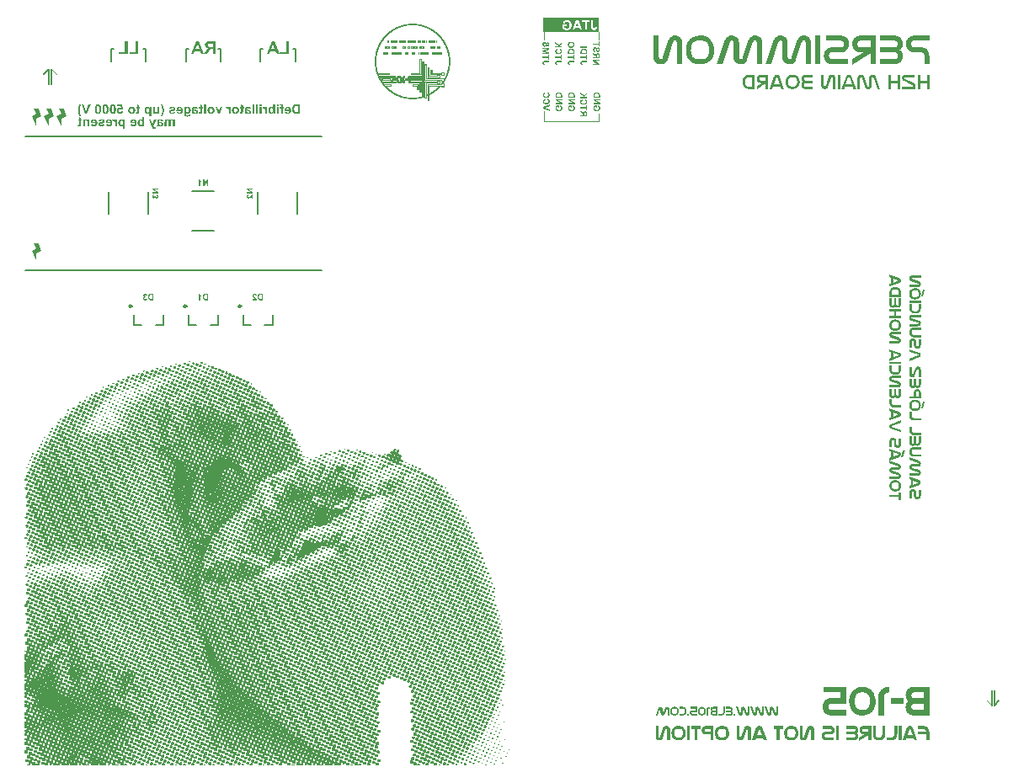
<source format=gbo>
G04 Layer_Color=32896*
%FSLAX25Y25*%
%MOIN*%
G70*
G01*
G75*
%ADD10C,0.00591*%
%ADD56C,0.00984*%
%ADD75C,0.00787*%
%ADD76C,0.00492*%
%ADD135C,0.00050*%
%ADD136C,0.00200*%
G36*
X138478Y-139764D02*
X137325D01*
Y-137707D01*
X133750Y-139869D01*
Y-138601D01*
X135989Y-137467D01*
X135624D01*
X135451Y-137457D01*
X135288Y-137448D01*
X135144Y-137419D01*
X135019Y-137390D01*
X134923Y-137371D01*
X134846Y-137342D01*
X134807Y-137332D01*
X134788Y-137323D01*
X134663Y-137265D01*
X134548Y-137198D01*
X134452Y-137140D01*
X134365Y-137073D01*
X134298Y-137025D01*
X134250Y-136977D01*
X134221Y-136948D01*
X134211Y-136938D01*
X134134Y-136842D01*
X134067Y-136746D01*
X134010Y-136650D01*
X133971Y-136564D01*
X133933Y-136487D01*
X133914Y-136429D01*
X133894Y-136391D01*
Y-136381D01*
X133837Y-136160D01*
X133817Y-136054D01*
X133808Y-135958D01*
X133798Y-135881D01*
Y-135824D01*
Y-135785D01*
Y-135776D01*
Y-135651D01*
X133817Y-135526D01*
X133827Y-135420D01*
X133846Y-135314D01*
X133865Y-135238D01*
X133885Y-135180D01*
X133894Y-135132D01*
X133904Y-135122D01*
X133942Y-135007D01*
X133990Y-134911D01*
X134048Y-134815D01*
X134106Y-134738D01*
X134154Y-134670D01*
X134192Y-134622D01*
X134221Y-134594D01*
X134231Y-134584D01*
X134317Y-134497D01*
X134413Y-134421D01*
X134509Y-134363D01*
X134605Y-134305D01*
X134682Y-134267D01*
X134750Y-134238D01*
X134788Y-134219D01*
X134807Y-134209D01*
X134942Y-134161D01*
X135076Y-134123D01*
X135221Y-134104D01*
X135345Y-134084D01*
X135461Y-134075D01*
X135547Y-134065D01*
X138478D01*
Y-139764D01*
D02*
G37*
G36*
X-135193Y111061D02*
X-135095Y111050D01*
X-135009Y111032D01*
X-134923Y111004D01*
X-134842Y110975D01*
X-134767Y110946D01*
X-134704Y110906D01*
X-134640Y110871D01*
X-134583Y110837D01*
X-134537Y110802D01*
X-134491Y110768D01*
X-134456Y110739D01*
X-134427Y110710D01*
X-134410Y110693D01*
X-134398Y110681D01*
X-134393Y110675D01*
X-134329Y110600D01*
X-134277Y110520D01*
X-134231Y110433D01*
X-134191Y110347D01*
X-134157Y110255D01*
X-134128Y110169D01*
X-134087Y109996D01*
X-134070Y109921D01*
X-134059Y109846D01*
X-134053Y109777D01*
X-134047Y109725D01*
X-134041Y109673D01*
Y109639D01*
Y109616D01*
Y109610D01*
X-134047Y109506D01*
X-134053Y109408D01*
X-134082Y109224D01*
X-134105Y109137D01*
X-134128Y109063D01*
X-134151Y108988D01*
X-134174Y108924D01*
X-134197Y108867D01*
X-134220Y108815D01*
X-134243Y108769D01*
X-134266Y108734D01*
X-134283Y108705D01*
X-134295Y108682D01*
X-134306Y108671D01*
Y108665D01*
X-134375Y108584D01*
X-134450Y108510D01*
X-134531Y108446D01*
X-134617Y108394D01*
X-134704Y108348D01*
X-134796Y108314D01*
X-134882Y108279D01*
X-134969Y108256D01*
X-135049Y108239D01*
X-135124Y108222D01*
X-135188Y108216D01*
X-135251Y108204D01*
X-135297D01*
X-135337Y108199D01*
X-135366D01*
X-135527Y108210D01*
X-135671Y108233D01*
X-135798Y108262D01*
X-135907Y108302D01*
X-135994Y108343D01*
X-136034Y108360D01*
X-136063Y108371D01*
X-136086Y108389D01*
X-136103Y108394D01*
X-136109Y108406D01*
X-136115D01*
X-136219Y108492D01*
X-136311Y108590D01*
X-136386Y108688D01*
X-136449Y108786D01*
X-136495Y108872D01*
X-136518Y108913D01*
X-136530Y108947D01*
X-136541Y108970D01*
X-136553Y108993D01*
X-136558Y109005D01*
Y109011D01*
X-135838Y109132D01*
X-135815Y109057D01*
X-135787Y108999D01*
X-135752Y108947D01*
X-135723Y108907D01*
X-135700Y108872D01*
X-135677Y108850D01*
X-135666Y108838D01*
X-135660Y108832D01*
X-135614Y108803D01*
X-135568Y108780D01*
X-135516Y108763D01*
X-135476Y108752D01*
X-135435Y108746D01*
X-135401Y108740D01*
X-135372D01*
X-135285Y108746D01*
X-135205Y108769D01*
X-135130Y108798D01*
X-135072Y108832D01*
X-135020Y108861D01*
X-134986Y108890D01*
X-134963Y108913D01*
X-134957Y108919D01*
X-134899Y108993D01*
X-134859Y109074D01*
X-134830Y109155D01*
X-134807Y109241D01*
X-134796Y109310D01*
X-134790Y109374D01*
X-134784Y109397D01*
Y109414D01*
Y109420D01*
Y109425D01*
X-136599D01*
Y109575D01*
X-136587Y109719D01*
X-136570Y109846D01*
X-136553Y109967D01*
X-136524Y110076D01*
X-136495Y110180D01*
X-136466Y110272D01*
X-136432Y110353D01*
X-136403Y110428D01*
X-136368Y110485D01*
X-136340Y110537D01*
X-136317Y110583D01*
X-136293Y110618D01*
X-136276Y110641D01*
X-136265Y110652D01*
X-136259Y110658D01*
X-136190Y110733D01*
X-136115Y110791D01*
X-136040Y110848D01*
X-135959Y110894D01*
X-135879Y110935D01*
X-135798Y110969D01*
X-135717Y110992D01*
X-135643Y111015D01*
X-135573Y111032D01*
X-135504Y111044D01*
X-135447Y111056D01*
X-135395Y111061D01*
X-135349Y111067D01*
X-135291D01*
X-135193Y111061D01*
D02*
G37*
G36*
X-92345D02*
X-92247Y111050D01*
X-92160Y111032D01*
X-92074Y111004D01*
X-91993Y110975D01*
X-91918Y110946D01*
X-91855Y110906D01*
X-91792Y110871D01*
X-91734Y110837D01*
X-91688Y110802D01*
X-91642Y110768D01*
X-91607Y110739D01*
X-91579Y110710D01*
X-91561Y110693D01*
X-91550Y110681D01*
X-91544Y110675D01*
X-91481Y110600D01*
X-91429Y110520D01*
X-91383Y110433D01*
X-91342Y110347D01*
X-91308Y110255D01*
X-91279Y110169D01*
X-91239Y109996D01*
X-91221Y109921D01*
X-91210Y109846D01*
X-91204Y109777D01*
X-91198Y109725D01*
X-91193Y109673D01*
Y109639D01*
Y109616D01*
Y109610D01*
X-91198Y109506D01*
X-91204Y109408D01*
X-91233Y109224D01*
X-91256Y109137D01*
X-91279Y109063D01*
X-91302Y108988D01*
X-91325Y108924D01*
X-91348Y108867D01*
X-91371Y108815D01*
X-91394Y108769D01*
X-91417Y108734D01*
X-91435Y108705D01*
X-91446Y108682D01*
X-91458Y108671D01*
Y108665D01*
X-91527Y108584D01*
X-91602Y108510D01*
X-91682Y108446D01*
X-91769Y108394D01*
X-91855Y108348D01*
X-91947Y108314D01*
X-92034Y108279D01*
X-92120Y108256D01*
X-92201Y108239D01*
X-92276Y108222D01*
X-92339Y108216D01*
X-92402Y108204D01*
X-92448D01*
X-92489Y108199D01*
X-92518D01*
X-92679Y108210D01*
X-92823Y108233D01*
X-92949Y108262D01*
X-93059Y108302D01*
X-93145Y108343D01*
X-93186Y108360D01*
X-93214Y108371D01*
X-93238Y108389D01*
X-93255Y108394D01*
X-93261Y108406D01*
X-93266D01*
X-93370Y108492D01*
X-93462Y108590D01*
X-93537Y108688D01*
X-93600Y108786D01*
X-93646Y108872D01*
X-93669Y108913D01*
X-93681Y108947D01*
X-93692Y108970D01*
X-93704Y108993D01*
X-93710Y109005D01*
Y109011D01*
X-92990Y109132D01*
X-92967Y109057D01*
X-92938Y108999D01*
X-92903Y108947D01*
X-92875Y108907D01*
X-92852Y108872D01*
X-92829Y108850D01*
X-92817Y108838D01*
X-92811Y108832D01*
X-92765Y108803D01*
X-92719Y108780D01*
X-92667Y108763D01*
X-92627Y108752D01*
X-92587Y108746D01*
X-92552Y108740D01*
X-92523D01*
X-92437Y108746D01*
X-92356Y108769D01*
X-92281Y108798D01*
X-92224Y108832D01*
X-92172Y108861D01*
X-92137Y108890D01*
X-92114Y108913D01*
X-92109Y108919D01*
X-92051Y108993D01*
X-92011Y109074D01*
X-91982Y109155D01*
X-91959Y109241D01*
X-91947Y109310D01*
X-91941Y109374D01*
X-91936Y109397D01*
Y109414D01*
Y109420D01*
Y109425D01*
X-93750D01*
Y109575D01*
X-93739Y109719D01*
X-93721Y109846D01*
X-93704Y109967D01*
X-93675Y110076D01*
X-93646Y110180D01*
X-93618Y110272D01*
X-93583Y110353D01*
X-93554Y110428D01*
X-93520Y110485D01*
X-93491Y110537D01*
X-93468Y110583D01*
X-93445Y110618D01*
X-93427Y110641D01*
X-93416Y110652D01*
X-93410Y110658D01*
X-93341Y110733D01*
X-93266Y110791D01*
X-93191Y110848D01*
X-93111Y110894D01*
X-93030Y110935D01*
X-92949Y110969D01*
X-92869Y110992D01*
X-92794Y111015D01*
X-92725Y111032D01*
X-92656Y111044D01*
X-92598Y111056D01*
X-92546Y111061D01*
X-92500Y111067D01*
X-92443D01*
X-92345Y111061D01*
D02*
G37*
G36*
X-95167Y112110D02*
X-95069Y112098D01*
X-94983Y112081D01*
X-94908Y112064D01*
X-94850Y112040D01*
X-94804Y112023D01*
X-94781Y112012D01*
X-94770Y112006D01*
X-94700Y111960D01*
X-94643Y111914D01*
X-94597Y111868D01*
X-94562Y111822D01*
X-94533Y111787D01*
X-94516Y111752D01*
X-94505Y111730D01*
X-94499Y111724D01*
X-94476Y111655D01*
X-94459Y111574D01*
X-94447Y111488D01*
X-94441Y111407D01*
X-94436Y111332D01*
X-94430Y111269D01*
Y111246D01*
Y111228D01*
Y111217D01*
Y111211D01*
Y111010D01*
X-94027D01*
Y110439D01*
X-94430D01*
Y108268D01*
X-95156D01*
Y110439D01*
X-95697D01*
Y111010D01*
X-95156D01*
Y111200D01*
X-95161Y111274D01*
X-95167Y111332D01*
X-95179Y111384D01*
X-95190Y111424D01*
X-95202Y111453D01*
X-95213Y111470D01*
X-95225Y111482D01*
Y111488D01*
X-95253Y111511D01*
X-95288Y111534D01*
X-95363Y111551D01*
X-95398Y111557D01*
X-95426Y111562D01*
X-95449D01*
X-95570Y111557D01*
X-95628Y111551D01*
X-95680Y111539D01*
X-95726Y111534D01*
X-95760Y111522D01*
X-95783Y111516D01*
X-95789D01*
X-95887Y112023D01*
X-95778Y112052D01*
X-95668Y112075D01*
X-95565Y112092D01*
X-95472Y112104D01*
X-95392Y112110D01*
X-95328Y112115D01*
X-95276D01*
X-95167Y112110D01*
D02*
G37*
G36*
X-87598Y108268D02*
X-89027D01*
X-89177Y108273D01*
X-89315Y108279D01*
X-89430Y108291D01*
X-89522Y108308D01*
X-89603Y108320D01*
X-89655Y108331D01*
X-89689Y108337D01*
X-89701Y108343D01*
X-89822Y108389D01*
X-89925Y108435D01*
X-90018Y108487D01*
X-90098Y108538D01*
X-90156Y108579D01*
X-90202Y108613D01*
X-90225Y108642D01*
X-90237Y108648D01*
X-90329Y108752D01*
X-90409Y108861D01*
X-90478Y108970D01*
X-90536Y109080D01*
X-90582Y109172D01*
X-90599Y109212D01*
X-90617Y109247D01*
X-90628Y109276D01*
X-90634Y109299D01*
X-90640Y109310D01*
Y109316D01*
X-90680Y109449D01*
X-90709Y109587D01*
X-90732Y109719D01*
X-90743Y109846D01*
X-90755Y109955D01*
Y110002D01*
X-90761Y110042D01*
Y110076D01*
Y110099D01*
Y110117D01*
Y110122D01*
X-90755Y110312D01*
X-90743Y110485D01*
X-90720Y110641D01*
X-90709Y110704D01*
X-90697Y110768D01*
X-90686Y110825D01*
X-90674Y110871D01*
X-90663Y110917D01*
X-90651Y110952D01*
X-90645Y110981D01*
X-90640Y110998D01*
X-90634Y111010D01*
Y111015D01*
X-90582Y111148D01*
X-90525Y111263D01*
X-90467Y111367D01*
X-90409Y111459D01*
X-90352Y111528D01*
X-90311Y111580D01*
X-90283Y111614D01*
X-90277Y111626D01*
X-90271D01*
X-90179Y111712D01*
X-90081Y111787D01*
X-89989Y111850D01*
X-89902Y111897D01*
X-89822Y111931D01*
X-89764Y111960D01*
X-89741Y111966D01*
X-89724Y111971D01*
X-89712Y111977D01*
X-89707D01*
X-89603Y112000D01*
X-89488Y112023D01*
X-89372Y112035D01*
X-89252Y112040D01*
X-89148Y112046D01*
X-89102Y112052D01*
X-87598D01*
Y108268D01*
D02*
G37*
G36*
X148761Y-137284D02*
X148751Y-137496D01*
X148732Y-137688D01*
X148713Y-137861D01*
X148684Y-138015D01*
X148655Y-138140D01*
X148626Y-138236D01*
X148617Y-138265D01*
Y-138294D01*
X148607Y-138303D01*
Y-138313D01*
X148540Y-138476D01*
X148463Y-138620D01*
X148377Y-138755D01*
X148300Y-138870D01*
X148232Y-138966D01*
X148175Y-139033D01*
X148127Y-139072D01*
X148117Y-139091D01*
X147992Y-139206D01*
X147858Y-139303D01*
X147723Y-139389D01*
X147598Y-139466D01*
X147483Y-139514D01*
X147396Y-139562D01*
X147339Y-139581D01*
X147329Y-139591D01*
X147319D01*
X147137Y-139648D01*
X146945Y-139687D01*
X146762Y-139725D01*
X146599Y-139745D01*
X146445Y-139754D01*
X146387D01*
X146330Y-139764D01*
X144475D01*
Y-138639D01*
X146253D01*
X146483Y-138620D01*
X146676Y-138582D01*
X146849Y-138534D01*
X146993Y-138466D01*
X147108Y-138399D01*
X147185Y-138351D01*
X147233Y-138313D01*
X147252Y-138294D01*
X147368Y-138149D01*
X147454Y-137996D01*
X147521Y-137823D01*
X147560Y-137659D01*
X147589Y-137515D01*
X147598Y-137457D01*
Y-137400D01*
X147608Y-137352D01*
Y-137323D01*
Y-137304D01*
Y-137294D01*
Y-134065D01*
X148761D01*
Y-137284D01*
D02*
G37*
G36*
X-143344Y109270D02*
X-143350Y109132D01*
X-143361Y109011D01*
X-143372Y108907D01*
X-143390Y108821D01*
X-143407Y108752D01*
X-143424Y108700D01*
X-143430Y108671D01*
X-143436Y108659D01*
X-143476Y108584D01*
X-143528Y108515D01*
X-143580Y108458D01*
X-143632Y108406D01*
X-143678Y108371D01*
X-143718Y108343D01*
X-143741Y108325D01*
X-143753Y108320D01*
X-143839Y108279D01*
X-143925Y108250D01*
X-144006Y108227D01*
X-144081Y108216D01*
X-144150Y108204D01*
X-144202Y108199D01*
X-144248D01*
X-144346Y108204D01*
X-144444Y108216D01*
X-144530Y108239D01*
X-144605Y108262D01*
X-144668Y108285D01*
X-144720Y108308D01*
X-144749Y108320D01*
X-144761Y108325D01*
X-144847Y108377D01*
X-144928Y108435D01*
X-144997Y108492D01*
X-145054Y108550D01*
X-145100Y108602D01*
X-145129Y108642D01*
X-145152Y108665D01*
X-145158Y108677D01*
Y108268D01*
X-145832D01*
Y111010D01*
X-145106D01*
Y109846D01*
Y109742D01*
Y109644D01*
X-145100Y109558D01*
X-145095Y109483D01*
Y109414D01*
X-145089Y109351D01*
X-145083Y109299D01*
X-145078Y109253D01*
X-145072Y109218D01*
X-145066Y109184D01*
X-145060Y109155D01*
Y109137D01*
X-145049Y109109D01*
Y109103D01*
X-145026Y109051D01*
X-144997Y108999D01*
X-144962Y108959D01*
X-144928Y108919D01*
X-144899Y108890D01*
X-144870Y108867D01*
X-144853Y108855D01*
X-144847Y108850D01*
X-144790Y108815D01*
X-144738Y108792D01*
X-144680Y108775D01*
X-144628Y108763D01*
X-144582Y108757D01*
X-144548Y108752D01*
X-144519D01*
X-144461Y108757D01*
X-144409Y108763D01*
X-144363Y108775D01*
X-144323Y108792D01*
X-144294Y108803D01*
X-144265Y108815D01*
X-144254Y108821D01*
X-144248Y108826D01*
X-144213Y108855D01*
X-144185Y108890D01*
X-144139Y108953D01*
X-144121Y108982D01*
X-144110Y109005D01*
X-144104Y109022D01*
Y109028D01*
X-144098Y109057D01*
X-144093Y109097D01*
X-144087Y109143D01*
Y109195D01*
X-144075Y109310D01*
Y109437D01*
X-144070Y109552D01*
Y109604D01*
Y109650D01*
Y109690D01*
Y109719D01*
Y109737D01*
Y109742D01*
Y111010D01*
X-143344D01*
Y109270D01*
D02*
G37*
G36*
X107227Y-134075D02*
X107448Y-134094D01*
X107649Y-134132D01*
X107842Y-134190D01*
X108024Y-134248D01*
X108187Y-134325D01*
X108341Y-134411D01*
X108485Y-134507D01*
X108620Y-134613D01*
X108735Y-134719D01*
X108851Y-134834D01*
X108947Y-134959D01*
X109120Y-135218D01*
X109264Y-135478D01*
X109370Y-135737D01*
X109446Y-135997D01*
X109504Y-136237D01*
X109552Y-136448D01*
X109562Y-136544D01*
X109571Y-136631D01*
X109581Y-136708D01*
Y-136766D01*
X109591Y-136823D01*
Y-136862D01*
Y-136881D01*
Y-136890D01*
Y-136919D01*
X109581Y-137179D01*
X109562Y-137419D01*
X109523Y-137650D01*
X109475Y-137861D01*
X109418Y-138053D01*
X109350Y-138236D01*
X109274Y-138409D01*
X109187Y-138563D01*
X109091Y-138707D01*
X108985Y-138841D01*
X108879Y-138956D01*
X108764Y-139072D01*
X108649Y-139168D01*
X108534Y-139254D01*
X108284Y-139408D01*
X108043Y-139523D01*
X107813Y-139610D01*
X107592Y-139677D01*
X107390Y-139716D01*
X107227Y-139745D01*
X107159Y-139754D01*
X107102D01*
X107053Y-139764D01*
X106554D01*
X106314Y-139754D01*
X106093Y-139735D01*
X105891Y-139697D01*
X105699Y-139639D01*
X105516Y-139581D01*
X105353Y-139504D01*
X105199Y-139418D01*
X105055Y-139322D01*
X104920Y-139216D01*
X104805Y-139101D01*
X104690Y-138985D01*
X104593Y-138860D01*
X104420Y-138611D01*
X104286Y-138341D01*
X104180Y-138072D01*
X104094Y-137823D01*
X104036Y-137582D01*
X103998Y-137361D01*
X103988Y-137265D01*
X103978Y-137179D01*
X103969Y-137102D01*
X103959Y-137044D01*
Y-136986D01*
Y-136948D01*
Y-136929D01*
Y-136919D01*
Y-136890D01*
X103969Y-136631D01*
X103988Y-136391D01*
X104026Y-136170D01*
X104075Y-135958D01*
X104132Y-135766D01*
X104209Y-135583D01*
X104286Y-135410D01*
X104372Y-135257D01*
X104469Y-135113D01*
X104574Y-134988D01*
X104680Y-134863D01*
X104795Y-134757D01*
X104911Y-134661D01*
X105026Y-134565D01*
X105266Y-134421D01*
X105506Y-134305D01*
X105747Y-134209D01*
X105968Y-134151D01*
X106160Y-134113D01*
X106323Y-134084D01*
X106391Y-134075D01*
X106448D01*
X106496Y-134065D01*
X106986D01*
X107227Y-134075D01*
D02*
G37*
G36*
X103575Y-135209D02*
X102210D01*
Y-139764D01*
X101076D01*
Y-135209D01*
X99788D01*
Y-134065D01*
X103575D01*
Y-135209D01*
D02*
G37*
G36*
X94378Y-134075D02*
X94512Y-134094D01*
X94637Y-134123D01*
X94743Y-134161D01*
X94830Y-134200D01*
X94887Y-134228D01*
X94935Y-134248D01*
X94945Y-134257D01*
X95051Y-134334D01*
X95147Y-134421D01*
X95224Y-134517D01*
X95281Y-134613D01*
X95329Y-134690D01*
X95358Y-134757D01*
X95377Y-134805D01*
X95387Y-134824D01*
X97107Y-139764D01*
X95935D01*
X95656Y-138976D01*
X92812D01*
X92523Y-139764D01*
X91341D01*
X93071Y-134824D01*
X93129Y-134690D01*
X93196Y-134574D01*
X93273Y-134478D01*
X93340Y-134392D01*
X93407Y-134334D01*
X93465Y-134296D01*
X93503Y-134267D01*
X93513Y-134257D01*
X93628Y-134190D01*
X93753Y-134142D01*
X93869Y-134113D01*
X93984Y-134084D01*
X94080Y-134075D01*
X94157Y-134065D01*
X94224D01*
X94378Y-134075D01*
D02*
G37*
G36*
X131665D02*
X131818Y-134084D01*
X131953Y-134104D01*
X132078Y-134132D01*
X132174Y-134161D01*
X132251Y-134180D01*
X132289Y-134190D01*
X132309Y-134200D01*
X132434Y-134248D01*
X132549Y-134305D01*
X132645Y-134363D01*
X132722Y-134421D01*
X132789Y-134478D01*
X132847Y-134517D01*
X132876Y-134546D01*
X132885Y-134555D01*
X132962Y-134642D01*
X133029Y-134738D01*
X133087Y-134834D01*
X133135Y-134911D01*
X133174Y-134988D01*
X133202Y-135045D01*
X133212Y-135093D01*
X133222Y-135103D01*
X133260Y-135218D01*
X133279Y-135334D01*
X133299Y-135449D01*
X133318Y-135555D01*
Y-135641D01*
X133327Y-135718D01*
Y-135756D01*
Y-135776D01*
X133318Y-135891D01*
X133308Y-136016D01*
X133279Y-136122D01*
X133250Y-136218D01*
X133231Y-136304D01*
X133202Y-136372D01*
X133193Y-136410D01*
X133183Y-136429D01*
X133125Y-136544D01*
X133049Y-136641D01*
X132981Y-136727D01*
X132904Y-136794D01*
X132837Y-136842D01*
X132780Y-136871D01*
X132741Y-136890D01*
X132731Y-136900D01*
X132837Y-136958D01*
X132933Y-137025D01*
X133010Y-137102D01*
X133068Y-137179D01*
X133125Y-137246D01*
X133154Y-137304D01*
X133174Y-137342D01*
X133183Y-137361D01*
X133231Y-137486D01*
X133270Y-137601D01*
X133289Y-137717D01*
X133308Y-137823D01*
X133318Y-137909D01*
X133327Y-137986D01*
Y-138024D01*
Y-138044D01*
X133308Y-138284D01*
X133299Y-138390D01*
X133279Y-138486D01*
X133260Y-138563D01*
X133250Y-138620D01*
X133231Y-138668D01*
Y-138678D01*
X133193Y-138784D01*
X133145Y-138889D01*
X133087Y-138985D01*
X133039Y-139062D01*
X132991Y-139129D01*
X132962Y-139178D01*
X132933Y-139216D01*
X132924Y-139226D01*
X132837Y-139312D01*
X132741Y-139389D01*
X132645Y-139456D01*
X132549Y-139514D01*
X132472Y-139562D01*
X132405Y-139591D01*
X132366Y-139610D01*
X132347Y-139620D01*
X132212Y-139668D01*
X132059Y-139706D01*
X131924Y-139725D01*
X131790Y-139745D01*
X131665Y-139754D01*
X131578Y-139764D01*
X128647D01*
Y-138639D01*
X131646D01*
X131732Y-138630D01*
X131809Y-138611D01*
X131876Y-138591D01*
X131934Y-138553D01*
X131982Y-138524D01*
X132011Y-138505D01*
X132030Y-138486D01*
X132040Y-138476D01*
X132088Y-138409D01*
X132126Y-138332D01*
X132155Y-138255D01*
X132174Y-138188D01*
X132184Y-138120D01*
X132193Y-138072D01*
Y-138034D01*
Y-138024D01*
X132184Y-137947D01*
X132165Y-137880D01*
X132155Y-137842D01*
X132145Y-137823D01*
X132107Y-137746D01*
X132068Y-137688D01*
X132040Y-137650D01*
X132030Y-137640D01*
X131972Y-137592D01*
X131915Y-137544D01*
X131876Y-137525D01*
X131857Y-137515D01*
X131780Y-137486D01*
X131713Y-137477D01*
X131665Y-137467D01*
X128647D01*
Y-136333D01*
X131646D01*
X131732Y-136323D01*
X131809Y-136304D01*
X131876Y-136285D01*
X131934Y-136247D01*
X131982Y-136218D01*
X132011Y-136198D01*
X132030Y-136179D01*
X132040Y-136170D01*
X132088Y-136102D01*
X132126Y-136035D01*
X132155Y-135968D01*
X132174Y-135910D01*
X132184Y-135853D01*
X132193Y-135804D01*
Y-135776D01*
Y-135766D01*
X132184Y-135679D01*
X132165Y-135612D01*
X132155Y-135574D01*
X132145Y-135555D01*
X132107Y-135478D01*
X132068Y-135420D01*
X132040Y-135382D01*
X132030Y-135372D01*
X131972Y-135324D01*
X131915Y-135285D01*
X131876Y-135266D01*
X131857Y-135257D01*
X131780Y-135228D01*
X131713Y-135218D01*
X131665Y-135209D01*
X128647D01*
Y-134065D01*
X131492D01*
X131665Y-134075D01*
D02*
G37*
G36*
X125591Y-139764D02*
X124438D01*
Y-134065D01*
X125591D01*
Y-139764D01*
D02*
G37*
G36*
X122237Y-134075D02*
X122401Y-134084D01*
X122545Y-134113D01*
X122670Y-134132D01*
X122766Y-134161D01*
X122843Y-134190D01*
X122881Y-134200D01*
X122900Y-134209D01*
X123025Y-134267D01*
X123141Y-134325D01*
X123237Y-134382D01*
X123314Y-134450D01*
X123381Y-134497D01*
X123439Y-134546D01*
X123467Y-134574D01*
X123477Y-134584D01*
X123554Y-134670D01*
X123621Y-134767D01*
X123679Y-134853D01*
X123727Y-134940D01*
X123756Y-135016D01*
X123785Y-135074D01*
X123794Y-135113D01*
X123804Y-135122D01*
X123861Y-135353D01*
X123881Y-135468D01*
X123890Y-135564D01*
Y-135651D01*
X123900Y-135718D01*
Y-135756D01*
Y-135776D01*
X123881Y-135997D01*
X123871Y-136102D01*
X123852Y-136189D01*
X123833Y-136266D01*
X123823Y-136323D01*
X123804Y-136372D01*
Y-136381D01*
X123765Y-136487D01*
X123717Y-136592D01*
X123660Y-136689D01*
X123612Y-136766D01*
X123564Y-136833D01*
X123535Y-136881D01*
X123506Y-136919D01*
X123496Y-136929D01*
X123410Y-137015D01*
X123314Y-137092D01*
X123218Y-137160D01*
X123131Y-137217D01*
X123054Y-137265D01*
X122987Y-137294D01*
X122949Y-137313D01*
X122929Y-137323D01*
X122785Y-137371D01*
X122641Y-137409D01*
X122497Y-137428D01*
X122362Y-137448D01*
X122247Y-137457D01*
X122151Y-137467D01*
X120508D01*
X120431Y-137477D01*
X120363Y-137496D01*
X120306Y-137525D01*
X120248Y-137554D01*
X120210Y-137582D01*
X120181Y-137611D01*
X120162Y-137630D01*
X120152Y-137640D01*
X120104Y-137707D01*
X120065Y-137775D01*
X120037Y-137842D01*
X120017Y-137909D01*
X120008Y-137957D01*
X119998Y-138005D01*
Y-138034D01*
Y-138044D01*
X120008Y-138140D01*
X120017Y-138217D01*
X120046Y-138294D01*
X120075Y-138361D01*
X120104Y-138409D01*
X120123Y-138447D01*
X120142Y-138466D01*
X120152Y-138476D01*
X120210Y-138534D01*
X120267Y-138572D01*
X120325Y-138601D01*
X120383Y-138620D01*
X120431Y-138630D01*
X120469Y-138639D01*
X123621D01*
Y-139764D01*
X120700D01*
X120546Y-139754D01*
X120392Y-139745D01*
X120123Y-139697D01*
X119998Y-139668D01*
X119893Y-139629D01*
X119787Y-139591D01*
X119700Y-139552D01*
X119614Y-139514D01*
X119547Y-139476D01*
X119489Y-139437D01*
X119431Y-139408D01*
X119393Y-139379D01*
X119364Y-139360D01*
X119354Y-139341D01*
X119345D01*
X119258Y-139254D01*
X119181Y-139158D01*
X119114Y-139062D01*
X119056Y-138956D01*
X118970Y-138745D01*
X118912Y-138543D01*
X118884Y-138351D01*
X118874Y-138274D01*
X118864Y-138197D01*
X118855Y-138140D01*
Y-138101D01*
Y-138072D01*
Y-138063D01*
Y-138024D01*
X118864Y-137871D01*
X118874Y-137726D01*
X118903Y-137601D01*
X118931Y-137477D01*
X118970Y-137361D01*
X119008Y-137256D01*
X119056Y-137169D01*
X119105Y-137083D01*
X119152Y-137006D01*
X119201Y-136938D01*
X119239Y-136890D01*
X119278Y-136842D01*
X119306Y-136813D01*
X119335Y-136785D01*
X119345Y-136766D01*
X119354D01*
X119450Y-136689D01*
X119556Y-136621D01*
X119768Y-136516D01*
X119989Y-136439D01*
X120200Y-136391D01*
X120392Y-136352D01*
X120469Y-136343D01*
X120546D01*
X120604Y-136333D01*
X122218D01*
X122295Y-136323D01*
X122372Y-136304D01*
X122439Y-136285D01*
X122497Y-136247D01*
X122535Y-136218D01*
X122574Y-136198D01*
X122593Y-136179D01*
X122602Y-136170D01*
X122660Y-136102D01*
X122699Y-136035D01*
X122728Y-135968D01*
X122747Y-135910D01*
X122756Y-135853D01*
X122766Y-135804D01*
Y-135776D01*
Y-135766D01*
X122756Y-135679D01*
X122737Y-135612D01*
X122728Y-135574D01*
X122718Y-135555D01*
X122679Y-135478D01*
X122641Y-135420D01*
X122612Y-135382D01*
X122602Y-135372D01*
X122545Y-135324D01*
X122487Y-135285D01*
X122449Y-135266D01*
X122430Y-135257D01*
X122353Y-135228D01*
X122285Y-135218D01*
X122237Y-135209D01*
X119220D01*
Y-134065D01*
X122064D01*
X122237Y-134075D01*
D02*
G37*
G36*
X-137975Y111056D02*
X-137883Y111044D01*
X-137797Y111027D01*
X-137716Y111010D01*
X-137647Y110986D01*
X-137578Y110969D01*
X-137520Y110946D01*
X-137474Y110923D01*
X-137428Y110900D01*
X-137394Y110877D01*
X-137359Y110860D01*
X-137336Y110842D01*
X-137319Y110831D01*
X-137313Y110825D01*
X-137307Y110819D01*
X-137261Y110773D01*
X-137215Y110727D01*
X-137146Y110624D01*
X-137100Y110526D01*
X-137065Y110428D01*
X-137048Y110347D01*
X-137037Y110278D01*
X-137031Y110255D01*
Y110238D01*
Y110226D01*
Y110220D01*
X-137037Y110151D01*
X-137042Y110082D01*
X-137083Y109961D01*
X-137134Y109852D01*
X-137192Y109765D01*
X-137250Y109696D01*
X-137302Y109644D01*
X-137342Y109616D01*
X-137348Y109604D01*
X-137353D01*
X-137405Y109575D01*
X-137469Y109541D01*
X-137543Y109512D01*
X-137624Y109483D01*
X-137716Y109449D01*
X-137808Y109420D01*
X-137998Y109368D01*
X-138091Y109345D01*
X-138177Y109322D01*
X-138258Y109304D01*
X-138327Y109287D01*
X-138384Y109270D01*
X-138425Y109264D01*
X-138453Y109253D01*
X-138465D01*
X-138528Y109235D01*
X-138586Y109218D01*
X-138626Y109201D01*
X-138661Y109189D01*
X-138684Y109172D01*
X-138701Y109166D01*
X-138713Y109155D01*
X-138742Y109109D01*
X-138759Y109068D01*
X-138765Y109034D01*
Y109022D01*
Y109017D01*
X-138759Y108976D01*
X-138747Y108936D01*
X-138718Y108872D01*
X-138695Y108850D01*
X-138684Y108832D01*
X-138672Y108826D01*
X-138667Y108821D01*
X-138609Y108786D01*
X-138540Y108763D01*
X-138471Y108746D01*
X-138402Y108734D01*
X-138344Y108729D01*
X-138292Y108723D01*
X-138246D01*
X-138154Y108729D01*
X-138079Y108740D01*
X-138010Y108757D01*
X-137952Y108775D01*
X-137906Y108792D01*
X-137878Y108809D01*
X-137854Y108821D01*
X-137849Y108826D01*
X-137803Y108872D01*
X-137762Y108924D01*
X-137728Y108976D01*
X-137705Y109028D01*
X-137687Y109074D01*
X-137676Y109114D01*
X-137664Y109137D01*
Y109149D01*
X-136939Y109040D01*
X-136985Y108901D01*
X-137048Y108780D01*
X-137117Y108671D01*
X-137186Y108584D01*
X-137250Y108515D01*
X-137307Y108464D01*
X-137330Y108446D01*
X-137348Y108435D01*
X-137353Y108423D01*
X-137359D01*
X-137492Y108348D01*
X-137636Y108291D01*
X-137785Y108256D01*
X-137924Y108227D01*
X-137993Y108216D01*
X-138050Y108210D01*
X-138108Y108204D01*
X-138154D01*
X-138194Y108199D01*
X-138246D01*
X-138356Y108204D01*
X-138465Y108210D01*
X-138563Y108222D01*
X-138649Y108239D01*
X-138736Y108262D01*
X-138811Y108285D01*
X-138880Y108308D01*
X-138943Y108337D01*
X-138995Y108360D01*
X-139041Y108383D01*
X-139081Y108406D01*
X-139116Y108429D01*
X-139139Y108446D01*
X-139162Y108458D01*
X-139168Y108469D01*
X-139173D01*
X-139231Y108521D01*
X-139277Y108573D01*
X-139323Y108631D01*
X-139358Y108682D01*
X-139415Y108792D01*
X-139450Y108896D01*
X-139473Y108982D01*
X-139479Y109022D01*
X-139485Y109051D01*
X-139490Y109080D01*
Y109097D01*
Y109109D01*
Y109114D01*
X-139479Y109241D01*
X-139456Y109345D01*
X-139415Y109443D01*
X-139375Y109518D01*
X-139335Y109575D01*
X-139294Y109621D01*
X-139271Y109644D01*
X-139260Y109656D01*
X-139214Y109690D01*
X-139156Y109725D01*
X-139035Y109788D01*
X-138903Y109846D01*
X-138770Y109892D01*
X-138644Y109927D01*
X-138592Y109944D01*
X-138540Y109955D01*
X-138505Y109967D01*
X-138471Y109973D01*
X-138453Y109978D01*
X-138448D01*
X-138344Y110002D01*
X-138252Y110024D01*
X-138171Y110048D01*
X-138102Y110065D01*
X-138039Y110088D01*
X-137981Y110105D01*
X-137935Y110117D01*
X-137895Y110134D01*
X-137860Y110145D01*
X-137837Y110157D01*
X-137797Y110174D01*
X-137779Y110180D01*
X-137774Y110186D01*
X-137751Y110209D01*
X-137733Y110226D01*
X-137716Y110272D01*
X-137705Y110307D01*
Y110312D01*
Y110318D01*
X-137710Y110353D01*
X-137716Y110382D01*
X-137745Y110428D01*
X-137774Y110457D01*
X-137779Y110468D01*
X-137785D01*
X-137837Y110497D01*
X-137900Y110514D01*
X-138033Y110537D01*
X-138096Y110543D01*
X-138148Y110549D01*
X-138194D01*
X-138275Y110543D01*
X-138344Y110537D01*
X-138402Y110520D01*
X-138453Y110508D01*
X-138488Y110491D01*
X-138517Y110474D01*
X-138534Y110468D01*
X-138540Y110462D01*
X-138586Y110428D01*
X-138620Y110387D01*
X-138649Y110347D01*
X-138672Y110307D01*
X-138690Y110272D01*
X-138701Y110243D01*
X-138713Y110226D01*
Y110220D01*
X-139398Y110347D01*
X-139352Y110474D01*
X-139294Y110577D01*
X-139231Y110670D01*
X-139168Y110745D01*
X-139110Y110808D01*
X-139064Y110848D01*
X-139030Y110877D01*
X-139024Y110883D01*
X-139018D01*
X-138966Y110917D01*
X-138903Y110946D01*
X-138776Y110992D01*
X-138632Y111021D01*
X-138499Y111044D01*
X-138379Y111056D01*
X-138321Y111061D01*
X-138275Y111067D01*
X-138073D01*
X-137975Y111056D01*
D02*
G37*
G36*
X-122729Y111061D02*
X-122596Y111038D01*
X-122469Y111010D01*
X-122360Y110981D01*
X-122274Y110946D01*
X-122233Y110929D01*
X-122204Y110917D01*
X-122181Y110906D01*
X-122164Y110894D01*
X-122153Y110889D01*
X-122147D01*
X-122032Y110814D01*
X-121934Y110733D01*
X-121847Y110647D01*
X-121778Y110560D01*
X-121721Y110485D01*
X-121680Y110428D01*
X-121663Y110405D01*
X-121651Y110387D01*
X-121646Y110376D01*
Y110370D01*
X-121588Y110243D01*
X-121548Y110117D01*
X-121513Y110002D01*
X-121496Y109892D01*
X-121484Y109800D01*
X-121479Y109760D01*
Y109731D01*
X-121473Y109702D01*
Y109685D01*
Y109673D01*
Y109667D01*
X-121479Y109500D01*
X-121502Y109345D01*
X-121531Y109207D01*
X-121559Y109091D01*
X-121577Y109040D01*
X-121594Y108993D01*
X-121606Y108959D01*
X-121617Y108924D01*
X-121628Y108901D01*
X-121640Y108884D01*
X-121646Y108872D01*
Y108867D01*
X-121721Y108752D01*
X-121801Y108648D01*
X-121888Y108562D01*
X-121974Y108492D01*
X-122049Y108440D01*
X-122107Y108400D01*
X-122130Y108383D01*
X-122147Y108371D01*
X-122158Y108366D01*
X-122164D01*
X-122291Y108308D01*
X-122418Y108268D01*
X-122539Y108239D01*
X-122648Y108222D01*
X-122740Y108210D01*
X-122781Y108204D01*
X-122815Y108199D01*
X-122878D01*
X-122988Y108204D01*
X-123097Y108216D01*
X-123201Y108239D01*
X-123293Y108262D01*
X-123385Y108291D01*
X-123466Y108325D01*
X-123541Y108366D01*
X-123610Y108406D01*
X-123673Y108440D01*
X-123731Y108481D01*
X-123777Y108515D01*
X-123817Y108544D01*
X-123846Y108567D01*
X-123869Y108590D01*
X-123881Y108602D01*
X-123886Y108608D01*
X-123956Y108688D01*
X-124019Y108769D01*
X-124071Y108855D01*
X-124123Y108942D01*
X-124157Y109028D01*
X-124192Y109114D01*
X-124221Y109195D01*
X-124238Y109276D01*
X-124255Y109351D01*
X-124267Y109420D01*
X-124278Y109483D01*
X-124284Y109535D01*
X-124290Y109581D01*
Y109610D01*
Y109633D01*
Y109639D01*
X-124284Y109754D01*
X-124272Y109857D01*
X-124255Y109961D01*
X-124226Y110059D01*
X-124197Y110145D01*
X-124163Y110232D01*
X-124128Y110307D01*
X-124094Y110382D01*
X-124054Y110445D01*
X-124019Y110497D01*
X-123984Y110549D01*
X-123956Y110583D01*
X-123927Y110618D01*
X-123909Y110641D01*
X-123898Y110652D01*
X-123892Y110658D01*
X-123817Y110733D01*
X-123737Y110791D01*
X-123650Y110848D01*
X-123564Y110894D01*
X-123483Y110935D01*
X-123397Y110969D01*
X-123316Y110992D01*
X-123235Y111015D01*
X-123161Y111032D01*
X-123097Y111044D01*
X-123034Y111056D01*
X-122982Y111061D01*
X-122936Y111067D01*
X-122878D01*
X-122729Y111061D01*
D02*
G37*
G36*
X-113040D02*
X-112908Y111038D01*
X-112781Y111010D01*
X-112672Y110981D01*
X-112585Y110946D01*
X-112545Y110929D01*
X-112516Y110917D01*
X-112493Y110906D01*
X-112476Y110894D01*
X-112464Y110889D01*
X-112459D01*
X-112343Y110814D01*
X-112246Y110733D01*
X-112159Y110647D01*
X-112090Y110560D01*
X-112032Y110485D01*
X-111992Y110428D01*
X-111975Y110405D01*
X-111963Y110387D01*
X-111958Y110376D01*
Y110370D01*
X-111900Y110243D01*
X-111860Y110117D01*
X-111825Y110002D01*
X-111808Y109892D01*
X-111796Y109800D01*
X-111790Y109760D01*
Y109731D01*
X-111785Y109702D01*
Y109685D01*
Y109673D01*
Y109667D01*
X-111790Y109500D01*
X-111813Y109345D01*
X-111842Y109207D01*
X-111871Y109091D01*
X-111888Y109040D01*
X-111906Y108993D01*
X-111917Y108959D01*
X-111929Y108924D01*
X-111940Y108901D01*
X-111952Y108884D01*
X-111958Y108872D01*
Y108867D01*
X-112032Y108752D01*
X-112113Y108648D01*
X-112199Y108562D01*
X-112286Y108492D01*
X-112361Y108440D01*
X-112418Y108400D01*
X-112441Y108383D01*
X-112459Y108371D01*
X-112470Y108366D01*
X-112476D01*
X-112603Y108308D01*
X-112729Y108268D01*
X-112850Y108239D01*
X-112960Y108222D01*
X-113052Y108210D01*
X-113092Y108204D01*
X-113127Y108199D01*
X-113190D01*
X-113300Y108204D01*
X-113409Y108216D01*
X-113513Y108239D01*
X-113605Y108262D01*
X-113697Y108291D01*
X-113778Y108325D01*
X-113853Y108366D01*
X-113922Y108406D01*
X-113985Y108440D01*
X-114043Y108481D01*
X-114089Y108515D01*
X-114129Y108544D01*
X-114158Y108567D01*
X-114181Y108590D01*
X-114192Y108602D01*
X-114198Y108608D01*
X-114267Y108688D01*
X-114331Y108769D01*
X-114382Y108855D01*
X-114434Y108942D01*
X-114469Y109028D01*
X-114503Y109114D01*
X-114532Y109195D01*
X-114550Y109276D01*
X-114567Y109351D01*
X-114578Y109420D01*
X-114590Y109483D01*
X-114596Y109535D01*
X-114601Y109581D01*
Y109610D01*
Y109633D01*
Y109639D01*
X-114596Y109754D01*
X-114584Y109857D01*
X-114567Y109961D01*
X-114538Y110059D01*
X-114509Y110145D01*
X-114475Y110232D01*
X-114440Y110307D01*
X-114406Y110382D01*
X-114365Y110445D01*
X-114331Y110497D01*
X-114296Y110549D01*
X-114267Y110583D01*
X-114238Y110618D01*
X-114221Y110641D01*
X-114210Y110652D01*
X-114204Y110658D01*
X-114129Y110733D01*
X-114048Y110791D01*
X-113962Y110848D01*
X-113875Y110894D01*
X-113795Y110935D01*
X-113708Y110969D01*
X-113628Y110992D01*
X-113547Y111015D01*
X-113472Y111032D01*
X-113409Y111044D01*
X-113346Y111056D01*
X-113294Y111061D01*
X-113248Y111067D01*
X-113190D01*
X-113040Y111061D01*
D02*
G37*
G36*
X-164575Y112058D02*
X-164477Y112046D01*
X-164391Y112029D01*
X-164304Y112000D01*
X-164230Y111971D01*
X-164160Y111943D01*
X-164097Y111902D01*
X-164039Y111868D01*
X-163988Y111833D01*
X-163942Y111799D01*
X-163901Y111764D01*
X-163872Y111735D01*
X-163849Y111706D01*
X-163826Y111689D01*
X-163821Y111678D01*
X-163815Y111672D01*
X-163751Y111580D01*
X-163694Y111470D01*
X-163642Y111355D01*
X-163602Y111234D01*
X-163567Y111107D01*
X-163538Y110981D01*
X-163492Y110727D01*
X-163475Y110606D01*
X-163463Y110497D01*
X-163458Y110399D01*
X-163452Y110307D01*
X-163446Y110238D01*
Y110180D01*
Y110145D01*
Y110140D01*
Y110134D01*
X-163452Y109938D01*
X-163463Y109754D01*
X-163475Y109592D01*
X-163498Y109437D01*
X-163521Y109299D01*
X-163550Y109178D01*
X-163584Y109068D01*
X-163613Y108970D01*
X-163642Y108884D01*
X-163677Y108809D01*
X-163705Y108752D01*
X-163728Y108705D01*
X-163751Y108665D01*
X-163769Y108642D01*
X-163774Y108625D01*
X-163780Y108619D01*
X-163844Y108544D01*
X-163918Y108481D01*
X-163988Y108423D01*
X-164062Y108377D01*
X-164137Y108337D01*
X-164212Y108302D01*
X-164287Y108273D01*
X-164356Y108250D01*
X-164420Y108233D01*
X-164483Y108222D01*
X-164535Y108210D01*
X-164581Y108204D01*
X-164621D01*
X-164650Y108199D01*
X-164673D01*
X-164771Y108204D01*
X-164869Y108216D01*
X-164955Y108233D01*
X-165036Y108262D01*
X-165111Y108291D01*
X-165186Y108320D01*
X-165249Y108354D01*
X-165307Y108394D01*
X-165358Y108429D01*
X-165399Y108464D01*
X-165439Y108492D01*
X-165468Y108527D01*
X-165497Y108550D01*
X-165514Y108567D01*
X-165520Y108579D01*
X-165525Y108584D01*
X-165589Y108677D01*
X-165646Y108786D01*
X-165698Y108901D01*
X-165744Y109022D01*
X-165779Y109149D01*
X-165808Y109276D01*
X-165854Y109529D01*
X-165871Y109650D01*
X-165883Y109765D01*
X-165888Y109863D01*
X-165894Y109955D01*
X-165900Y110024D01*
Y110082D01*
Y110117D01*
Y110122D01*
Y110128D01*
X-165894Y110324D01*
X-165883Y110503D01*
X-165865Y110670D01*
X-165842Y110825D01*
X-165814Y110963D01*
X-165785Y111090D01*
X-165750Y111200D01*
X-165716Y111303D01*
X-165681Y111390D01*
X-165646Y111465D01*
X-165618Y111528D01*
X-165589Y111580D01*
X-165566Y111614D01*
X-165549Y111643D01*
X-165537Y111660D01*
X-165531Y111666D01*
X-165468Y111735D01*
X-165404Y111799D01*
X-165335Y111850D01*
X-165266Y111897D01*
X-165197Y111937D01*
X-165122Y111966D01*
X-165053Y111994D01*
X-164984Y112012D01*
X-164921Y112029D01*
X-164863Y112040D01*
X-164811Y112052D01*
X-164765Y112058D01*
X-164725Y112064D01*
X-164673D01*
X-164575Y112058D01*
D02*
G37*
G36*
X-161637D02*
X-161540Y112046D01*
X-161453Y112029D01*
X-161367Y112000D01*
X-161292Y111971D01*
X-161223Y111943D01*
X-161159Y111902D01*
X-161102Y111868D01*
X-161050Y111833D01*
X-161004Y111799D01*
X-160964Y111764D01*
X-160935Y111735D01*
X-160912Y111706D01*
X-160889Y111689D01*
X-160883Y111678D01*
X-160877Y111672D01*
X-160814Y111580D01*
X-160756Y111470D01*
X-160704Y111355D01*
X-160664Y111234D01*
X-160629Y111107D01*
X-160601Y110981D01*
X-160555Y110727D01*
X-160537Y110606D01*
X-160526Y110497D01*
X-160520Y110399D01*
X-160514Y110307D01*
X-160509Y110238D01*
Y110180D01*
Y110145D01*
Y110140D01*
Y110134D01*
X-160514Y109938D01*
X-160526Y109754D01*
X-160537Y109592D01*
X-160560Y109437D01*
X-160583Y109299D01*
X-160612Y109178D01*
X-160647Y109068D01*
X-160676Y108970D01*
X-160704Y108884D01*
X-160739Y108809D01*
X-160768Y108752D01*
X-160791Y108705D01*
X-160814Y108665D01*
X-160831Y108642D01*
X-160837Y108625D01*
X-160843Y108619D01*
X-160906Y108544D01*
X-160981Y108481D01*
X-161050Y108423D01*
X-161125Y108377D01*
X-161200Y108337D01*
X-161275Y108302D01*
X-161349Y108273D01*
X-161419Y108250D01*
X-161482Y108233D01*
X-161545Y108222D01*
X-161597Y108210D01*
X-161643Y108204D01*
X-161683D01*
X-161712Y108199D01*
X-161735D01*
X-161833Y108204D01*
X-161931Y108216D01*
X-162018Y108233D01*
X-162098Y108262D01*
X-162173Y108291D01*
X-162248Y108320D01*
X-162311Y108354D01*
X-162369Y108394D01*
X-162421Y108429D01*
X-162461Y108464D01*
X-162502Y108492D01*
X-162530Y108527D01*
X-162559Y108550D01*
X-162576Y108567D01*
X-162582Y108579D01*
X-162588Y108584D01*
X-162651Y108677D01*
X-162709Y108786D01*
X-162761Y108901D01*
X-162807Y109022D01*
X-162841Y109149D01*
X-162870Y109276D01*
X-162916Y109529D01*
X-162934Y109650D01*
X-162945Y109765D01*
X-162951Y109863D01*
X-162957Y109955D01*
X-162962Y110024D01*
Y110082D01*
Y110117D01*
Y110122D01*
Y110128D01*
X-162957Y110324D01*
X-162945Y110503D01*
X-162928Y110670D01*
X-162905Y110825D01*
X-162876Y110963D01*
X-162847Y111090D01*
X-162812Y111200D01*
X-162778Y111303D01*
X-162743Y111390D01*
X-162709Y111465D01*
X-162680Y111528D01*
X-162651Y111580D01*
X-162628Y111614D01*
X-162611Y111643D01*
X-162599Y111660D01*
X-162594Y111666D01*
X-162530Y111735D01*
X-162467Y111799D01*
X-162398Y111850D01*
X-162329Y111897D01*
X-162259Y111937D01*
X-162185Y111966D01*
X-162116Y111994D01*
X-162046Y112012D01*
X-161983Y112029D01*
X-161925Y112040D01*
X-161874Y112052D01*
X-161828Y112058D01*
X-161787Y112064D01*
X-161735D01*
X-161637Y112058D01*
D02*
G37*
G36*
X-154121Y111061D02*
X-153988Y111038D01*
X-153861Y111010D01*
X-153752Y110981D01*
X-153666Y110946D01*
X-153625Y110929D01*
X-153596Y110917D01*
X-153574Y110906D01*
X-153556Y110894D01*
X-153545Y110889D01*
X-153539D01*
X-153424Y110814D01*
X-153326Y110733D01*
X-153239Y110647D01*
X-153170Y110560D01*
X-153113Y110485D01*
X-153072Y110428D01*
X-153055Y110405D01*
X-153044Y110387D01*
X-153038Y110376D01*
Y110370D01*
X-152980Y110243D01*
X-152940Y110117D01*
X-152905Y110002D01*
X-152888Y109892D01*
X-152876Y109800D01*
X-152871Y109760D01*
Y109731D01*
X-152865Y109702D01*
Y109685D01*
Y109673D01*
Y109667D01*
X-152871Y109500D01*
X-152894Y109345D01*
X-152923Y109207D01*
X-152951Y109091D01*
X-152969Y109040D01*
X-152986Y108993D01*
X-152998Y108959D01*
X-153009Y108924D01*
X-153021Y108901D01*
X-153032Y108884D01*
X-153038Y108872D01*
Y108867D01*
X-153113Y108752D01*
X-153193Y108648D01*
X-153280Y108562D01*
X-153366Y108492D01*
X-153441Y108440D01*
X-153499Y108400D01*
X-153522Y108383D01*
X-153539Y108371D01*
X-153550Y108366D01*
X-153556D01*
X-153683Y108308D01*
X-153810Y108268D01*
X-153931Y108239D01*
X-154040Y108222D01*
X-154132Y108210D01*
X-154173Y108204D01*
X-154207Y108199D01*
X-154270D01*
X-154380Y108204D01*
X-154489Y108216D01*
X-154593Y108239D01*
X-154685Y108262D01*
X-154777Y108291D01*
X-154858Y108325D01*
X-154933Y108366D01*
X-155002Y108406D01*
X-155065Y108440D01*
X-155123Y108481D01*
X-155169Y108515D01*
X-155209Y108544D01*
X-155238Y108567D01*
X-155261Y108590D01*
X-155273Y108602D01*
X-155278Y108608D01*
X-155348Y108688D01*
X-155411Y108769D01*
X-155463Y108855D01*
X-155515Y108942D01*
X-155549Y109028D01*
X-155584Y109114D01*
X-155613Y109195D01*
X-155630Y109276D01*
X-155647Y109351D01*
X-155659Y109420D01*
X-155670Y109483D01*
X-155676Y109535D01*
X-155682Y109581D01*
Y109610D01*
Y109633D01*
Y109639D01*
X-155676Y109754D01*
X-155664Y109857D01*
X-155647Y109961D01*
X-155618Y110059D01*
X-155589Y110145D01*
X-155555Y110232D01*
X-155520Y110307D01*
X-155486Y110382D01*
X-155446Y110445D01*
X-155411Y110497D01*
X-155376Y110549D01*
X-155348Y110583D01*
X-155319Y110618D01*
X-155301Y110641D01*
X-155290Y110652D01*
X-155284Y110658D01*
X-155209Y110733D01*
X-155129Y110791D01*
X-155042Y110848D01*
X-154956Y110894D01*
X-154875Y110935D01*
X-154789Y110969D01*
X-154708Y110992D01*
X-154628Y111015D01*
X-154553Y111032D01*
X-154489Y111044D01*
X-154426Y111056D01*
X-154374Y111061D01*
X-154328Y111067D01*
X-154270D01*
X-154121Y111061D01*
D02*
G37*
G36*
X-124866Y108268D02*
X-125591D01*
Y112052D01*
X-124866D01*
Y108268D01*
D02*
G37*
G36*
X-102851D02*
X-103577D01*
Y111010D01*
X-102851D01*
Y108268D01*
D02*
G37*
G36*
X-101993Y111061D02*
X-101935Y111056D01*
X-101883Y111038D01*
X-101837Y111027D01*
X-101797Y111010D01*
X-101768Y110992D01*
X-101751Y110986D01*
X-101745Y110981D01*
X-101693Y110940D01*
X-101636Y110889D01*
X-101584Y110831D01*
X-101538Y110768D01*
X-101497Y110710D01*
X-101463Y110664D01*
X-101440Y110629D01*
X-101434Y110624D01*
Y111010D01*
X-100760D01*
Y108268D01*
X-101486D01*
Y109109D01*
Y109235D01*
Y109351D01*
X-101491Y109454D01*
X-101497Y109546D01*
Y109633D01*
X-101503Y109708D01*
X-101509Y109771D01*
X-101515Y109829D01*
X-101520Y109875D01*
X-101526Y109921D01*
X-101532Y109955D01*
Y109978D01*
X-101538Y110002D01*
X-101543Y110013D01*
Y110024D01*
X-101566Y110099D01*
X-101595Y110163D01*
X-101624Y110220D01*
X-101653Y110261D01*
X-101676Y110290D01*
X-101693Y110312D01*
X-101705Y110324D01*
X-101710Y110330D01*
X-101751Y110359D01*
X-101797Y110382D01*
X-101843Y110393D01*
X-101883Y110405D01*
X-101918Y110410D01*
X-101947Y110416D01*
X-101970D01*
X-102033Y110410D01*
X-102091Y110399D01*
X-102148Y110376D01*
X-102206Y110359D01*
X-102246Y110336D01*
X-102286Y110312D01*
X-102310Y110301D01*
X-102315Y110295D01*
X-102540Y110929D01*
X-102453Y110975D01*
X-102367Y111010D01*
X-102281Y111032D01*
X-102211Y111050D01*
X-102148Y111061D01*
X-102096Y111067D01*
X-102056D01*
X-101993Y111061D01*
D02*
G37*
G36*
X-96100Y108268D02*
X-96826D01*
Y111010D01*
X-96100D01*
Y108268D01*
D02*
G37*
G36*
X-116375Y111061D02*
X-116318Y111056D01*
X-116266Y111038D01*
X-116220Y111027D01*
X-116180Y111010D01*
X-116151Y110992D01*
X-116133Y110986D01*
X-116128Y110981D01*
X-116076Y110940D01*
X-116018Y110889D01*
X-115966Y110831D01*
X-115920Y110768D01*
X-115880Y110710D01*
X-115846Y110664D01*
X-115822Y110629D01*
X-115817Y110624D01*
Y111010D01*
X-115143D01*
Y108268D01*
X-115868D01*
Y109109D01*
Y109235D01*
Y109351D01*
X-115874Y109454D01*
X-115880Y109546D01*
Y109633D01*
X-115886Y109708D01*
X-115892Y109771D01*
X-115897Y109829D01*
X-115903Y109875D01*
X-115909Y109921D01*
X-115915Y109955D01*
Y109978D01*
X-115920Y110002D01*
X-115926Y110013D01*
Y110024D01*
X-115949Y110099D01*
X-115978Y110163D01*
X-116007Y110220D01*
X-116035Y110261D01*
X-116059Y110290D01*
X-116076Y110312D01*
X-116087Y110324D01*
X-116093Y110330D01*
X-116133Y110359D01*
X-116180Y110382D01*
X-116226Y110393D01*
X-116266Y110405D01*
X-116300Y110410D01*
X-116329Y110416D01*
X-116352D01*
X-116416Y110410D01*
X-116473Y110399D01*
X-116531Y110376D01*
X-116588Y110359D01*
X-116629Y110336D01*
X-116669Y110312D01*
X-116692Y110301D01*
X-116698Y110295D01*
X-116923Y110929D01*
X-116836Y110975D01*
X-116750Y111010D01*
X-116663Y111032D01*
X-116594Y111050D01*
X-116531Y111061D01*
X-116479Y111067D01*
X-116439D01*
X-116375Y111061D01*
D02*
G37*
G36*
X-105789Y108268D02*
X-106514D01*
Y112052D01*
X-105789D01*
Y108268D01*
D02*
G37*
G36*
X-104320D02*
X-105045D01*
Y112052D01*
X-104320D01*
Y108268D01*
D02*
G37*
G36*
X-96100Y111384D02*
X-96826D01*
Y112052D01*
X-96100D01*
Y111384D01*
D02*
G37*
G36*
X-158347Y106140D02*
X-158249Y106123D01*
X-158163Y106105D01*
X-158094Y106082D01*
X-158030Y106054D01*
X-157984Y106036D01*
X-157955Y106019D01*
X-157944Y106013D01*
X-157863Y105962D01*
X-157794Y105910D01*
X-157736Y105852D01*
X-157685Y105800D01*
X-157644Y105754D01*
X-157615Y105720D01*
X-157598Y105696D01*
X-157592Y105685D01*
Y106088D01*
X-156918D01*
Y102298D01*
X-157644D01*
Y103675D01*
X-157719Y103600D01*
X-157788Y103536D01*
X-157857Y103479D01*
X-157915Y103439D01*
X-157961Y103404D01*
X-157995Y103381D01*
X-158024Y103369D01*
X-158030Y103364D01*
X-158099Y103335D01*
X-158174Y103312D01*
X-158243Y103300D01*
X-158307Y103289D01*
X-158358Y103283D01*
X-158399Y103277D01*
X-158439D01*
X-158526Y103283D01*
X-158612Y103295D01*
X-158693Y103312D01*
X-158767Y103335D01*
X-158906Y103398D01*
X-159027Y103467D01*
X-159073Y103502D01*
X-159119Y103536D01*
X-159159Y103571D01*
X-159194Y103600D01*
X-159217Y103623D01*
X-159234Y103640D01*
X-159246Y103652D01*
X-159251Y103657D01*
X-159309Y103732D01*
X-159366Y103813D01*
X-159407Y103899D01*
X-159447Y103986D01*
X-159482Y104072D01*
X-159510Y104164D01*
X-159551Y104331D01*
X-159562Y104412D01*
X-159574Y104487D01*
X-159580Y104550D01*
X-159585Y104608D01*
X-159591Y104660D01*
Y104694D01*
Y104717D01*
Y104723D01*
X-159585Y104844D01*
X-159580Y104959D01*
X-159562Y105069D01*
X-159539Y105167D01*
X-159516Y105259D01*
X-159487Y105345D01*
X-159453Y105426D01*
X-159424Y105495D01*
X-159395Y105558D01*
X-159361Y105610D01*
X-159332Y105656D01*
X-159309Y105696D01*
X-159286Y105725D01*
X-159274Y105748D01*
X-159263Y105760D01*
X-159257Y105766D01*
X-159194Y105835D01*
X-159125Y105892D01*
X-159055Y105944D01*
X-158992Y105984D01*
X-158923Y106025D01*
X-158854Y106054D01*
X-158727Y106100D01*
X-158612Y106129D01*
X-158566Y106134D01*
X-158526Y106140D01*
X-158491Y106146D01*
X-158445D01*
X-158347Y106140D01*
D02*
G37*
G36*
X-165944Y106134D02*
X-165852Y106123D01*
X-165766Y106105D01*
X-165685Y106088D01*
X-165616Y106065D01*
X-165547Y106048D01*
X-165489Y106025D01*
X-165443Y106002D01*
X-165397Y105979D01*
X-165363Y105956D01*
X-165328Y105938D01*
X-165305Y105921D01*
X-165288Y105910D01*
X-165282Y105904D01*
X-165276Y105898D01*
X-165230Y105852D01*
X-165184Y105806D01*
X-165115Y105702D01*
X-165069Y105604D01*
X-165034Y105507D01*
X-165017Y105426D01*
X-165005Y105357D01*
X-165000Y105334D01*
Y105316D01*
Y105305D01*
Y105299D01*
X-165005Y105230D01*
X-165011Y105161D01*
X-165051Y105040D01*
X-165103Y104930D01*
X-165161Y104844D01*
X-165219Y104775D01*
X-165270Y104723D01*
X-165311Y104694D01*
X-165316Y104683D01*
X-165322D01*
X-165374Y104654D01*
X-165437Y104619D01*
X-165512Y104591D01*
X-165593Y104562D01*
X-165685Y104527D01*
X-165777Y104499D01*
X-165967Y104447D01*
X-166060Y104424D01*
X-166146Y104401D01*
X-166227Y104383D01*
X-166296Y104366D01*
X-166353Y104349D01*
X-166394Y104343D01*
X-166422Y104331D01*
X-166434D01*
X-166497Y104314D01*
X-166555Y104297D01*
X-166595Y104280D01*
X-166630Y104268D01*
X-166653Y104251D01*
X-166670Y104245D01*
X-166682Y104234D01*
X-166710Y104187D01*
X-166728Y104147D01*
X-166733Y104113D01*
Y104101D01*
Y104095D01*
X-166728Y104055D01*
X-166716Y104015D01*
X-166687Y103951D01*
X-166664Y103928D01*
X-166653Y103911D01*
X-166641Y103905D01*
X-166636Y103899D01*
X-166578Y103865D01*
X-166509Y103842D01*
X-166440Y103824D01*
X-166371Y103813D01*
X-166313Y103807D01*
X-166261Y103802D01*
X-166215D01*
X-166123Y103807D01*
X-166048Y103819D01*
X-165979Y103836D01*
X-165921Y103853D01*
X-165875Y103871D01*
X-165846Y103888D01*
X-165823Y103899D01*
X-165818Y103905D01*
X-165771Y103951D01*
X-165731Y104003D01*
X-165697Y104055D01*
X-165674Y104107D01*
X-165656Y104153D01*
X-165645Y104193D01*
X-165633Y104216D01*
Y104228D01*
X-164908Y104118D01*
X-164954Y103980D01*
X-165017Y103859D01*
X-165086Y103750D01*
X-165155Y103663D01*
X-165219Y103594D01*
X-165276Y103542D01*
X-165299Y103525D01*
X-165316Y103514D01*
X-165322Y103502D01*
X-165328D01*
X-165461Y103427D01*
X-165604Y103369D01*
X-165754Y103335D01*
X-165893Y103306D01*
X-165962Y103295D01*
X-166019Y103289D01*
X-166077Y103283D01*
X-166123D01*
X-166163Y103277D01*
X-166215D01*
X-166324Y103283D01*
X-166434Y103289D01*
X-166532Y103300D01*
X-166618Y103318D01*
X-166705Y103341D01*
X-166779Y103364D01*
X-166849Y103387D01*
X-166912Y103416D01*
X-166964Y103439D01*
X-167010Y103462D01*
X-167050Y103485D01*
X-167085Y103508D01*
X-167108Y103525D01*
X-167131Y103536D01*
X-167137Y103548D01*
X-167142D01*
X-167200Y103600D01*
X-167246Y103652D01*
X-167292Y103709D01*
X-167327Y103761D01*
X-167384Y103871D01*
X-167419Y103974D01*
X-167442Y104061D01*
X-167448Y104101D01*
X-167453Y104130D01*
X-167459Y104159D01*
Y104176D01*
Y104187D01*
Y104193D01*
X-167448Y104320D01*
X-167425Y104424D01*
X-167384Y104522D01*
X-167344Y104596D01*
X-167304Y104654D01*
X-167263Y104700D01*
X-167240Y104723D01*
X-167229Y104735D01*
X-167183Y104769D01*
X-167125Y104804D01*
X-167004Y104867D01*
X-166872Y104925D01*
X-166739Y104971D01*
X-166613Y105005D01*
X-166561Y105023D01*
X-166509Y105034D01*
X-166474Y105046D01*
X-166440Y105051D01*
X-166422Y105057D01*
X-166417D01*
X-166313Y105080D01*
X-166221Y105103D01*
X-166140Y105126D01*
X-166071Y105144D01*
X-166008Y105167D01*
X-165950Y105184D01*
X-165904Y105195D01*
X-165864Y105213D01*
X-165829Y105224D01*
X-165806Y105236D01*
X-165766Y105253D01*
X-165749Y105259D01*
X-165743Y105264D01*
X-165720Y105288D01*
X-165702Y105305D01*
X-165685Y105351D01*
X-165674Y105385D01*
Y105391D01*
Y105397D01*
X-165679Y105432D01*
X-165685Y105460D01*
X-165714Y105507D01*
X-165743Y105535D01*
X-165749Y105547D01*
X-165754D01*
X-165806Y105576D01*
X-165869Y105593D01*
X-166002Y105616D01*
X-166065Y105622D01*
X-166117Y105627D01*
X-166163D01*
X-166244Y105622D01*
X-166313Y105616D01*
X-166371Y105599D01*
X-166422Y105587D01*
X-166457Y105570D01*
X-166486Y105552D01*
X-166503Y105547D01*
X-166509Y105541D01*
X-166555Y105507D01*
X-166589Y105466D01*
X-166618Y105426D01*
X-166641Y105385D01*
X-166659Y105351D01*
X-166670Y105322D01*
X-166682Y105305D01*
Y105299D01*
X-167367Y105426D01*
X-167321Y105552D01*
X-167263Y105656D01*
X-167200Y105748D01*
X-167137Y105823D01*
X-167079Y105887D01*
X-167033Y105927D01*
X-166998Y105956D01*
X-166993Y105962D01*
X-166987D01*
X-166935Y105996D01*
X-166872Y106025D01*
X-166745Y106071D01*
X-166601Y106100D01*
X-166469Y106123D01*
X-166348Y106134D01*
X-166290Y106140D01*
X-166244Y106146D01*
X-166042D01*
X-165944Y106134D01*
D02*
G37*
G36*
X-157669Y110024D02*
X-158251Y109944D01*
X-158297Y109990D01*
X-158349Y110036D01*
X-158441Y110105D01*
X-158539Y110151D01*
X-158625Y110186D01*
X-158700Y110209D01*
X-158763Y110215D01*
X-158786Y110220D01*
X-158815D01*
X-158902Y110215D01*
X-158982Y110192D01*
X-159051Y110163D01*
X-159109Y110134D01*
X-159155Y110099D01*
X-159189Y110071D01*
X-159213Y110048D01*
X-159218Y110042D01*
X-159270Y109973D01*
X-159310Y109886D01*
X-159339Y109800D01*
X-159362Y109713D01*
X-159374Y109639D01*
X-159379Y109575D01*
Y109552D01*
Y109535D01*
Y109523D01*
Y109518D01*
X-159374Y109391D01*
X-159356Y109276D01*
X-159328Y109184D01*
X-159299Y109103D01*
X-159270Y109045D01*
X-159241Y108999D01*
X-159224Y108976D01*
X-159218Y108965D01*
X-159155Y108901D01*
X-159092Y108861D01*
X-159028Y108826D01*
X-158965Y108803D01*
X-158913Y108792D01*
X-158873Y108786D01*
X-158844Y108780D01*
X-158832D01*
X-158763Y108786D01*
X-158694Y108803D01*
X-158636Y108826D01*
X-158585Y108850D01*
X-158539Y108872D01*
X-158510Y108896D01*
X-158487Y108913D01*
X-158481Y108919D01*
X-158429Y108976D01*
X-158389Y109040D01*
X-158360Y109109D01*
X-158337Y109166D01*
X-158320Y109224D01*
X-158308Y109270D01*
X-158302Y109299D01*
Y109310D01*
X-157582Y109235D01*
X-157600Y109149D01*
X-157617Y109068D01*
X-157669Y108913D01*
X-157732Y108786D01*
X-157801Y108677D01*
X-157836Y108631D01*
X-157865Y108590D01*
X-157894Y108556D01*
X-157922Y108527D01*
X-157945Y108504D01*
X-157963Y108487D01*
X-157968Y108481D01*
X-157974Y108475D01*
X-158037Y108429D01*
X-158107Y108383D01*
X-158245Y108314D01*
X-158389Y108268D01*
X-158521Y108233D01*
X-158585Y108222D01*
X-158642Y108216D01*
X-158694Y108204D01*
X-158740D01*
X-158775Y108199D01*
X-158827D01*
X-158948Y108204D01*
X-159057Y108222D01*
X-159166Y108245D01*
X-159264Y108273D01*
X-159356Y108314D01*
X-159437Y108354D01*
X-159518Y108400D01*
X-159587Y108446D01*
X-159644Y108492D01*
X-159702Y108538D01*
X-159748Y108579D01*
X-159783Y108619D01*
X-159812Y108648D01*
X-159835Y108671D01*
X-159846Y108688D01*
X-159852Y108694D01*
X-159898Y108763D01*
X-159944Y108838D01*
X-160007Y108982D01*
X-160059Y109120D01*
X-160088Y109253D01*
X-160099Y109310D01*
X-160111Y109362D01*
X-160117Y109408D01*
Y109449D01*
X-160123Y109483D01*
Y109506D01*
Y109523D01*
Y109529D01*
X-160117Y109633D01*
X-160105Y109731D01*
X-160094Y109823D01*
X-160071Y109909D01*
X-160042Y109990D01*
X-160013Y110065D01*
X-159984Y110134D01*
X-159956Y110197D01*
X-159921Y110255D01*
X-159892Y110307D01*
X-159863Y110347D01*
X-159835Y110382D01*
X-159812Y110410D01*
X-159800Y110428D01*
X-159789Y110439D01*
X-159783Y110445D01*
X-159719Y110508D01*
X-159650Y110560D01*
X-159581Y110606D01*
X-159512Y110647D01*
X-159443Y110681D01*
X-159379Y110710D01*
X-159247Y110750D01*
X-159189Y110768D01*
X-159138Y110779D01*
X-159086Y110785D01*
X-159046Y110791D01*
X-159011Y110796D01*
X-158965D01*
X-158873Y110791D01*
X-158781Y110779D01*
X-158694Y110756D01*
X-158625Y110739D01*
X-158562Y110716D01*
X-158510Y110693D01*
X-158481Y110681D01*
X-158469Y110675D01*
X-158585Y111315D01*
X-159956D01*
Y111994D01*
X-158037D01*
X-157669Y110024D01*
D02*
G37*
G36*
X-97534Y108268D02*
X-98208D01*
Y108665D01*
X-98272Y108584D01*
X-98335Y108515D01*
X-98404Y108458D01*
X-98468Y108406D01*
X-98519Y108371D01*
X-98560Y108343D01*
X-98589Y108325D01*
X-98600Y108320D01*
X-98686Y108279D01*
X-98767Y108250D01*
X-98848Y108227D01*
X-98917Y108216D01*
X-98974Y108204D01*
X-99020Y108199D01*
X-99061D01*
X-99147Y108204D01*
X-99234Y108216D01*
X-99314Y108233D01*
X-99389Y108256D01*
X-99527Y108320D01*
X-99648Y108389D01*
X-99694Y108423D01*
X-99740Y108452D01*
X-99781Y108487D01*
X-99815Y108515D01*
X-99838Y108538D01*
X-99856Y108556D01*
X-99867Y108567D01*
X-99873Y108573D01*
X-99931Y108648D01*
X-99988Y108729D01*
X-100029Y108815D01*
X-100069Y108901D01*
X-100103Y108993D01*
X-100132Y109086D01*
X-100172Y109258D01*
X-100184Y109339D01*
X-100196Y109414D01*
X-100201Y109483D01*
X-100207Y109541D01*
X-100213Y109587D01*
Y109627D01*
Y109650D01*
Y109656D01*
X-100207Y109783D01*
X-100201Y109898D01*
X-100184Y110007D01*
X-100161Y110105D01*
X-100138Y110197D01*
X-100109Y110284D01*
X-100080Y110364D01*
X-100051Y110433D01*
X-100017Y110497D01*
X-99988Y110549D01*
X-99959Y110595D01*
X-99936Y110629D01*
X-99913Y110658D01*
X-99896Y110681D01*
X-99890Y110693D01*
X-99884Y110698D01*
X-99821Y110762D01*
X-99752Y110819D01*
X-99689Y110871D01*
X-99614Y110912D01*
X-99545Y110946D01*
X-99476Y110975D01*
X-99349Y111021D01*
X-99286Y111038D01*
X-99234Y111050D01*
X-99182Y111056D01*
X-99142Y111061D01*
X-99101Y111067D01*
X-99055D01*
X-98969Y111061D01*
X-98888Y111050D01*
X-98813Y111032D01*
X-98738Y111010D01*
X-98600Y110946D01*
X-98485Y110877D01*
X-98433Y110837D01*
X-98393Y110802D01*
X-98352Y110773D01*
X-98318Y110745D01*
X-98295Y110716D01*
X-98277Y110698D01*
X-98266Y110687D01*
X-98260Y110681D01*
Y112052D01*
X-97534D01*
Y108268D01*
D02*
G37*
G36*
X-102851Y111384D02*
X-103577D01*
Y112052D01*
X-102851D01*
Y111384D01*
D02*
G37*
G36*
X-172499Y106140D02*
X-172401Y106129D01*
X-172315Y106105D01*
X-172229Y106077D01*
X-172148Y106036D01*
X-172073Y106002D01*
X-172010Y105956D01*
X-171946Y105915D01*
X-171889Y105875D01*
X-171843Y105829D01*
X-171797Y105795D01*
X-171762Y105760D01*
X-171733Y105725D01*
X-171716Y105702D01*
X-171704Y105691D01*
X-171699Y105685D01*
Y106088D01*
X-171025D01*
Y103347D01*
X-171750D01*
Y104585D01*
Y104666D01*
Y104746D01*
X-171756Y104815D01*
Y104879D01*
X-171762Y104936D01*
X-171768Y104988D01*
X-171774Y105034D01*
X-171779Y105075D01*
X-171785Y105138D01*
X-171797Y105178D01*
X-171802Y105207D01*
Y105213D01*
X-171825Y105276D01*
X-171860Y105328D01*
X-171894Y105374D01*
X-171923Y105414D01*
X-171958Y105449D01*
X-171981Y105472D01*
X-171998Y105483D01*
X-172004Y105489D01*
X-172061Y105524D01*
X-172119Y105547D01*
X-172177Y105570D01*
X-172229Y105581D01*
X-172275Y105587D01*
X-172309Y105593D01*
X-172344D01*
X-172396Y105587D01*
X-172442Y105581D01*
X-172488Y105570D01*
X-172522Y105558D01*
X-172551Y105541D01*
X-172574Y105529D01*
X-172586Y105524D01*
X-172591Y105518D01*
X-172661Y105455D01*
X-172707Y105385D01*
X-172724Y105357D01*
X-172735Y105334D01*
X-172741Y105316D01*
Y105311D01*
X-172753Y105282D01*
X-172758Y105247D01*
X-172770Y105167D01*
X-172781Y105075D01*
X-172787Y104976D01*
X-172793Y104890D01*
Y104850D01*
Y104809D01*
Y104781D01*
Y104758D01*
Y104746D01*
Y104740D01*
Y103347D01*
X-173519D01*
Y105046D01*
Y105155D01*
X-173513Y105253D01*
X-173507Y105339D01*
X-173501Y105409D01*
X-173490Y105460D01*
X-173484Y105501D01*
X-173478Y105524D01*
Y105529D01*
X-173461Y105593D01*
X-173438Y105650D01*
X-173415Y105702D01*
X-173392Y105748D01*
X-173369Y105783D01*
X-173352Y105812D01*
X-173340Y105829D01*
X-173334Y105835D01*
X-173294Y105887D01*
X-173242Y105927D01*
X-173196Y105967D01*
X-173144Y106002D01*
X-173104Y106025D01*
X-173070Y106042D01*
X-173046Y106054D01*
X-173035Y106059D01*
X-172960Y106088D01*
X-172885Y106111D01*
X-172810Y106123D01*
X-172741Y106134D01*
X-172684Y106140D01*
X-172637Y106146D01*
X-172597D01*
X-172499Y106140D01*
D02*
G37*
G36*
X-163162D02*
X-163064Y106129D01*
X-162978Y106111D01*
X-162891Y106082D01*
X-162811Y106054D01*
X-162736Y106025D01*
X-162673Y105984D01*
X-162609Y105950D01*
X-162552Y105915D01*
X-162506Y105881D01*
X-162460Y105846D01*
X-162425Y105817D01*
X-162396Y105789D01*
X-162379Y105771D01*
X-162367Y105760D01*
X-162362Y105754D01*
X-162298Y105679D01*
X-162246Y105599D01*
X-162200Y105512D01*
X-162160Y105426D01*
X-162126Y105334D01*
X-162097Y105247D01*
X-162056Y105075D01*
X-162039Y105000D01*
X-162028Y104925D01*
X-162022Y104856D01*
X-162016Y104804D01*
X-162010Y104752D01*
Y104717D01*
Y104694D01*
Y104689D01*
X-162016Y104585D01*
X-162022Y104487D01*
X-162051Y104303D01*
X-162074Y104216D01*
X-162097Y104141D01*
X-162120Y104067D01*
X-162143Y104003D01*
X-162166Y103946D01*
X-162189Y103894D01*
X-162212Y103848D01*
X-162235Y103813D01*
X-162252Y103784D01*
X-162264Y103761D01*
X-162275Y103750D01*
Y103744D01*
X-162344Y103663D01*
X-162419Y103588D01*
X-162500Y103525D01*
X-162586Y103473D01*
X-162673Y103427D01*
X-162765Y103393D01*
X-162851Y103358D01*
X-162938Y103335D01*
X-163018Y103318D01*
X-163093Y103300D01*
X-163156Y103295D01*
X-163220Y103283D01*
X-163266D01*
X-163306Y103277D01*
X-163335D01*
X-163496Y103289D01*
X-163640Y103312D01*
X-163767Y103341D01*
X-163876Y103381D01*
X-163963Y103421D01*
X-164003Y103439D01*
X-164032Y103450D01*
X-164055Y103467D01*
X-164072Y103473D01*
X-164078Y103485D01*
X-164084D01*
X-164188Y103571D01*
X-164280Y103669D01*
X-164355Y103767D01*
X-164418Y103865D01*
X-164464Y103951D01*
X-164487Y103992D01*
X-164499Y104026D01*
X-164510Y104049D01*
X-164522Y104072D01*
X-164527Y104084D01*
Y104089D01*
X-163807Y104210D01*
X-163784Y104136D01*
X-163756Y104078D01*
X-163721Y104026D01*
X-163692Y103986D01*
X-163669Y103951D01*
X-163646Y103928D01*
X-163635Y103917D01*
X-163629Y103911D01*
X-163583Y103882D01*
X-163537Y103859D01*
X-163485Y103842D01*
X-163444Y103830D01*
X-163404Y103824D01*
X-163370Y103819D01*
X-163341D01*
X-163254Y103824D01*
X-163174Y103848D01*
X-163099Y103876D01*
X-163041Y103911D01*
X-162989Y103940D01*
X-162955Y103969D01*
X-162932Y103992D01*
X-162926Y103997D01*
X-162868Y104072D01*
X-162828Y104153D01*
X-162799Y104234D01*
X-162776Y104320D01*
X-162765Y104389D01*
X-162759Y104452D01*
X-162753Y104475D01*
Y104493D01*
Y104499D01*
Y104504D01*
X-164568D01*
Y104654D01*
X-164556Y104798D01*
X-164539Y104925D01*
X-164522Y105046D01*
X-164493Y105155D01*
X-164464Y105259D01*
X-164435Y105351D01*
X-164401Y105432D01*
X-164372Y105507D01*
X-164337Y105564D01*
X-164309Y105616D01*
X-164285Y105662D01*
X-164262Y105696D01*
X-164245Y105720D01*
X-164234Y105731D01*
X-164228Y105737D01*
X-164159Y105812D01*
X-164084Y105869D01*
X-164009Y105927D01*
X-163928Y105973D01*
X-163848Y106013D01*
X-163767Y106048D01*
X-163686Y106071D01*
X-163611Y106094D01*
X-163542Y106111D01*
X-163473Y106123D01*
X-163416Y106134D01*
X-163364Y106140D01*
X-163318Y106146D01*
X-163260D01*
X-163162Y106140D01*
D02*
G37*
G36*
X-153474D02*
X-153376Y106129D01*
X-153290Y106111D01*
X-153203Y106082D01*
X-153123Y106054D01*
X-153048Y106025D01*
X-152984Y105984D01*
X-152921Y105950D01*
X-152863Y105915D01*
X-152817Y105881D01*
X-152771Y105846D01*
X-152737Y105817D01*
X-152708Y105789D01*
X-152691Y105771D01*
X-152679Y105760D01*
X-152673Y105754D01*
X-152610Y105679D01*
X-152558Y105599D01*
X-152512Y105512D01*
X-152472Y105426D01*
X-152437Y105334D01*
X-152408Y105247D01*
X-152368Y105075D01*
X-152351Y105000D01*
X-152339Y104925D01*
X-152333Y104856D01*
X-152328Y104804D01*
X-152322Y104752D01*
Y104717D01*
Y104694D01*
Y104689D01*
X-152328Y104585D01*
X-152333Y104487D01*
X-152362Y104303D01*
X-152385Y104216D01*
X-152408Y104141D01*
X-152431Y104067D01*
X-152454Y104003D01*
X-152477Y103946D01*
X-152500Y103894D01*
X-152524Y103848D01*
X-152547Y103813D01*
X-152564Y103784D01*
X-152575Y103761D01*
X-152587Y103750D01*
Y103744D01*
X-152656Y103663D01*
X-152731Y103588D01*
X-152812Y103525D01*
X-152898Y103473D01*
X-152984Y103427D01*
X-153077Y103393D01*
X-153163Y103358D01*
X-153249Y103335D01*
X-153330Y103318D01*
X-153405Y103300D01*
X-153468Y103295D01*
X-153532Y103283D01*
X-153578D01*
X-153618Y103277D01*
X-153647D01*
X-153808Y103289D01*
X-153952Y103312D01*
X-154079Y103341D01*
X-154188Y103381D01*
X-154275Y103421D01*
X-154315Y103439D01*
X-154344Y103450D01*
X-154367Y103467D01*
X-154384Y103473D01*
X-154390Y103485D01*
X-154395D01*
X-154499Y103571D01*
X-154591Y103669D01*
X-154666Y103767D01*
X-154730Y103865D01*
X-154776Y103951D01*
X-154799Y103992D01*
X-154810Y104026D01*
X-154822Y104049D01*
X-154833Y104072D01*
X-154839Y104084D01*
Y104089D01*
X-154119Y104210D01*
X-154096Y104136D01*
X-154067Y104078D01*
X-154033Y104026D01*
X-154004Y103986D01*
X-153981Y103951D01*
X-153958Y103928D01*
X-153946Y103917D01*
X-153940Y103911D01*
X-153894Y103882D01*
X-153848Y103859D01*
X-153797Y103842D01*
X-153756Y103830D01*
X-153716Y103824D01*
X-153681Y103819D01*
X-153653D01*
X-153566Y103824D01*
X-153485Y103848D01*
X-153411Y103876D01*
X-153353Y103911D01*
X-153301Y103940D01*
X-153267Y103969D01*
X-153244Y103992D01*
X-153238Y103997D01*
X-153180Y104072D01*
X-153140Y104153D01*
X-153111Y104234D01*
X-153088Y104320D01*
X-153077Y104389D01*
X-153071Y104452D01*
X-153065Y104475D01*
Y104493D01*
Y104499D01*
Y104504D01*
X-154879D01*
Y104654D01*
X-154868Y104798D01*
X-154851Y104925D01*
X-154833Y105046D01*
X-154805Y105155D01*
X-154776Y105259D01*
X-154747Y105351D01*
X-154712Y105432D01*
X-154683Y105507D01*
X-154649Y105564D01*
X-154620Y105616D01*
X-154597Y105662D01*
X-154574Y105696D01*
X-154557Y105720D01*
X-154545Y105731D01*
X-154540Y105737D01*
X-154470Y105812D01*
X-154395Y105869D01*
X-154321Y105927D01*
X-154240Y105973D01*
X-154159Y106013D01*
X-154079Y106048D01*
X-153998Y106071D01*
X-153923Y106094D01*
X-153854Y106111D01*
X-153785Y106123D01*
X-153727Y106134D01*
X-153675Y106140D01*
X-153629Y106146D01*
X-153572D01*
X-153474Y106140D01*
D02*
G37*
G36*
X92860Y139235D02*
X93071Y139216D01*
X93244Y139177D01*
X93379Y139139D01*
X93494Y139100D01*
X93571Y139081D01*
X93590Y139062D01*
X93955Y138889D01*
X94109Y138793D01*
X94243Y138716D01*
X94359Y138639D01*
X94436Y138562D01*
X94493Y138524D01*
X94512Y138505D01*
X94762Y138216D01*
X94955Y137947D01*
X95031Y137832D01*
X95089Y137736D01*
X95108Y137659D01*
X95127Y137640D01*
X95204Y137447D01*
X95243Y137236D01*
X95281Y137044D01*
X95320Y136871D01*
Y136736D01*
X95339Y136602D01*
Y136525D01*
Y136506D01*
Y127953D01*
X93225D01*
Y136313D01*
X93205Y136486D01*
X93186Y136640D01*
X93148Y136775D01*
X93090Y136890D01*
X92956Y137063D01*
X92802Y137178D01*
X92648Y137236D01*
X92514Y137275D01*
X92418Y137294D01*
X92379D01*
X92187Y137255D01*
X92052Y137198D01*
X91975Y137140D01*
X91956Y137101D01*
X91841Y136928D01*
X91764Y136756D01*
X91726Y136679D01*
X91706Y136621D01*
X91687Y136583D01*
Y136563D01*
X89419Y129683D01*
X89304Y129375D01*
X89150Y129125D01*
X88996Y128894D01*
X88843Y128722D01*
X88708Y128568D01*
X88593Y128453D01*
X88497Y128395D01*
X88477Y128376D01*
X88208Y128222D01*
X87939Y128126D01*
X87670Y128049D01*
X87420Y127991D01*
X87209Y127953D01*
X87055Y127934D01*
X86901D01*
X86459Y127953D01*
X86267Y127991D01*
X86094Y128030D01*
X85960Y128049D01*
X85844Y128087D01*
X85767Y128106D01*
X85748D01*
X85556Y128183D01*
X85383Y128279D01*
X85210Y128376D01*
X85075Y128453D01*
X84979Y128529D01*
X84903Y128606D01*
X84845Y128645D01*
X84826Y128664D01*
X84557Y128952D01*
X84364Y129241D01*
X84307Y129356D01*
X84249Y129471D01*
X84211Y129529D01*
Y129548D01*
X84134Y129740D01*
X84076Y129952D01*
X84038Y130144D01*
X83999Y130317D01*
Y130451D01*
X83980Y130586D01*
Y130663D01*
Y130682D01*
Y136313D01*
X83961Y136486D01*
X83942Y136640D01*
X83903Y136775D01*
X83845Y136890D01*
X83711Y137063D01*
X83557Y137178D01*
X83403Y137236D01*
X83269Y137275D01*
X83173Y137294D01*
X83134D01*
X82942Y137255D01*
X82807Y137198D01*
X82731Y137140D01*
X82711Y137101D01*
X82615Y136928D01*
X82519Y136756D01*
X82500Y136679D01*
X82462Y136621D01*
X82442Y136583D01*
Y136563D01*
X79463Y127953D01*
X77214D01*
X80636Y137524D01*
X80770Y137813D01*
X80905Y138082D01*
X81078Y138293D01*
X81251Y138485D01*
X81385Y138620D01*
X81520Y138735D01*
X81597Y138793D01*
X81635Y138812D01*
X81904Y138966D01*
X82173Y139081D01*
X82423Y139158D01*
X82654Y139216D01*
X82865Y139254D01*
X83038Y139273D01*
X83403D01*
X83615Y139235D01*
X83826Y139216D01*
X83999Y139177D01*
X84134Y139139D01*
X84249Y139100D01*
X84326Y139081D01*
X84345Y139062D01*
X84710Y138889D01*
X84864Y138793D01*
X84999Y138716D01*
X85114Y138639D01*
X85191Y138562D01*
X85249Y138524D01*
X85268Y138505D01*
X85518Y138216D01*
X85710Y137947D01*
X85787Y137832D01*
X85844Y137736D01*
X85864Y137659D01*
X85883Y137640D01*
X85960Y137447D01*
X85998Y137236D01*
X86036Y137044D01*
X86075Y136871D01*
Y136736D01*
X86094Y136602D01*
Y136525D01*
Y136506D01*
Y130893D01*
Y130720D01*
X86133Y130567D01*
X86171Y130432D01*
X86229Y130336D01*
X86363Y130144D01*
X86517Y130028D01*
X86671Y129971D01*
X86805Y129932D01*
X86901Y129913D01*
X86940D01*
X87113Y129932D01*
X87247Y130009D01*
X87324Y130067D01*
X87363Y130086D01*
X87478Y130240D01*
X87555Y130413D01*
X87593Y130490D01*
X87612Y130547D01*
X87632Y130586D01*
Y130605D01*
X89881Y137524D01*
X89996Y137813D01*
X90150Y138082D01*
X90323Y138293D01*
X90476Y138485D01*
X90630Y138620D01*
X90745Y138735D01*
X90822Y138793D01*
X90861Y138812D01*
X91111Y138966D01*
X91380Y139081D01*
X91649Y139158D01*
X91899Y139216D01*
X92110Y139254D01*
X92264Y139273D01*
X92648D01*
X92860Y139235D01*
D02*
G37*
G36*
X-161365Y106140D02*
X-161308Y106134D01*
X-161256Y106117D01*
X-161210Y106105D01*
X-161169Y106088D01*
X-161141Y106071D01*
X-161123Y106065D01*
X-161117Y106059D01*
X-161066Y106019D01*
X-161008Y105967D01*
X-160956Y105910D01*
X-160910Y105846D01*
X-160870Y105789D01*
X-160835Y105743D01*
X-160812Y105708D01*
X-160806Y105702D01*
Y106088D01*
X-160133D01*
Y103347D01*
X-160858D01*
Y104187D01*
Y104314D01*
Y104429D01*
X-160864Y104533D01*
X-160870Y104625D01*
Y104712D01*
X-160875Y104787D01*
X-160881Y104850D01*
X-160887Y104907D01*
X-160893Y104954D01*
X-160899Y105000D01*
X-160904Y105034D01*
Y105057D01*
X-160910Y105080D01*
X-160916Y105092D01*
Y105103D01*
X-160939Y105178D01*
X-160968Y105242D01*
X-160996Y105299D01*
X-161025Y105339D01*
X-161048Y105368D01*
X-161066Y105391D01*
X-161077Y105403D01*
X-161083Y105409D01*
X-161123Y105437D01*
X-161169Y105460D01*
X-161215Y105472D01*
X-161256Y105483D01*
X-161290Y105489D01*
X-161319Y105495D01*
X-161342D01*
X-161405Y105489D01*
X-161463Y105478D01*
X-161521Y105455D01*
X-161578Y105437D01*
X-161619Y105414D01*
X-161659Y105391D01*
X-161682Y105380D01*
X-161688Y105374D01*
X-161912Y106008D01*
X-161826Y106054D01*
X-161740Y106088D01*
X-161653Y106111D01*
X-161584Y106129D01*
X-161521Y106140D01*
X-161469Y106146D01*
X-161428D01*
X-161365Y106140D01*
D02*
G37*
G36*
X112156Y139235D02*
X112368Y139216D01*
X112541Y139177D01*
X112675Y139139D01*
X112791Y139100D01*
X112868Y139081D01*
X112887Y139062D01*
X113252Y138889D01*
X113406Y138793D01*
X113540Y138716D01*
X113656Y138639D01*
X113733Y138562D01*
X113790Y138524D01*
X113809Y138505D01*
X114059Y138216D01*
X114251Y137947D01*
X114328Y137832D01*
X114386Y137736D01*
X114405Y137659D01*
X114424Y137640D01*
X114501Y137447D01*
X114540Y137236D01*
X114578Y137044D01*
X114617Y136871D01*
Y136736D01*
X114636Y136602D01*
Y136525D01*
Y136506D01*
Y127953D01*
X112522D01*
Y136313D01*
X112502Y136486D01*
X112483Y136640D01*
X112445Y136775D01*
X112387Y136890D01*
X112253Y137063D01*
X112099Y137178D01*
X111945Y137236D01*
X111811Y137275D01*
X111714Y137294D01*
X111676D01*
X111484Y137255D01*
X111349Y137198D01*
X111272Y137140D01*
X111253Y137101D01*
X111138Y136928D01*
X111061Y136756D01*
X111022Y136679D01*
X111003Y136621D01*
X110984Y136583D01*
Y136563D01*
X108716Y129683D01*
X108601Y129375D01*
X108447Y129125D01*
X108293Y128894D01*
X108140Y128722D01*
X108005Y128568D01*
X107890Y128453D01*
X107793Y128395D01*
X107774Y128376D01*
X107505Y128222D01*
X107236Y128126D01*
X106967Y128049D01*
X106717Y127991D01*
X106506Y127953D01*
X106352Y127934D01*
X106198D01*
X105756Y127953D01*
X105564Y127991D01*
X105391Y128030D01*
X105256Y128049D01*
X105141Y128087D01*
X105064Y128106D01*
X105045D01*
X104853Y128183D01*
X104680Y128279D01*
X104507Y128376D01*
X104372Y128453D01*
X104276Y128529D01*
X104199Y128606D01*
X104142Y128645D01*
X104122Y128664D01*
X103853Y128952D01*
X103661Y129241D01*
X103604Y129356D01*
X103546Y129471D01*
X103507Y129529D01*
Y129548D01*
X103431Y129740D01*
X103373Y129952D01*
X103334Y130144D01*
X103296Y130317D01*
Y130451D01*
X103277Y130586D01*
Y130663D01*
Y130682D01*
Y136313D01*
X103258Y136486D01*
X103238Y136640D01*
X103200Y136775D01*
X103142Y136890D01*
X103008Y137063D01*
X102854Y137178D01*
X102700Y137236D01*
X102566Y137275D01*
X102470Y137294D01*
X102431D01*
X102239Y137255D01*
X102104Y137198D01*
X102027Y137140D01*
X102008Y137101D01*
X101912Y136928D01*
X101816Y136756D01*
X101797Y136679D01*
X101758Y136621D01*
X101739Y136583D01*
Y136563D01*
X98760Y127953D01*
X96511D01*
X99932Y137524D01*
X100067Y137813D01*
X100202Y138082D01*
X100375Y138293D01*
X100548Y138485D01*
X100682Y138620D01*
X100817Y138735D01*
X100893Y138793D01*
X100932Y138812D01*
X101201Y138966D01*
X101470Y139081D01*
X101720Y139158D01*
X101951Y139216D01*
X102162Y139254D01*
X102335Y139273D01*
X102700D01*
X102912Y139235D01*
X103123Y139216D01*
X103296Y139177D01*
X103431Y139139D01*
X103546Y139100D01*
X103623Y139081D01*
X103642Y139062D01*
X104007Y138889D01*
X104161Y138793D01*
X104296Y138716D01*
X104411Y138639D01*
X104488Y138562D01*
X104545Y138524D01*
X104565Y138505D01*
X104814Y138216D01*
X105007Y137947D01*
X105084Y137832D01*
X105141Y137736D01*
X105160Y137659D01*
X105180Y137640D01*
X105256Y137447D01*
X105295Y137236D01*
X105333Y137044D01*
X105372Y136871D01*
Y136736D01*
X105391Y136602D01*
Y136525D01*
Y136506D01*
Y130893D01*
Y130720D01*
X105429Y130567D01*
X105468Y130432D01*
X105526Y130336D01*
X105660Y130144D01*
X105814Y130028D01*
X105968Y129971D01*
X106102Y129932D01*
X106198Y129913D01*
X106237D01*
X106410Y129932D01*
X106544Y130009D01*
X106621Y130067D01*
X106659Y130086D01*
X106775Y130240D01*
X106852Y130413D01*
X106890Y130490D01*
X106909Y130547D01*
X106929Y130586D01*
Y130605D01*
X109177Y137524D01*
X109293Y137813D01*
X109446Y138082D01*
X109619Y138293D01*
X109773Y138485D01*
X109927Y138620D01*
X110042Y138735D01*
X110119Y138793D01*
X110158Y138812D01*
X110407Y138966D01*
X110677Y139081D01*
X110946Y139158D01*
X111196Y139216D01*
X111407Y139254D01*
X111561Y139273D01*
X111945D01*
X112156Y139235D01*
D02*
G37*
G36*
X-169037Y106140D02*
X-168939Y106129D01*
X-168853Y106111D01*
X-168767Y106082D01*
X-168686Y106054D01*
X-168611Y106025D01*
X-168548Y105984D01*
X-168484Y105950D01*
X-168427Y105915D01*
X-168381Y105881D01*
X-168335Y105846D01*
X-168300Y105817D01*
X-168271Y105789D01*
X-168254Y105771D01*
X-168243Y105760D01*
X-168237Y105754D01*
X-168174Y105679D01*
X-168122Y105599D01*
X-168076Y105512D01*
X-168035Y105426D01*
X-168001Y105334D01*
X-167972Y105247D01*
X-167931Y105075D01*
X-167914Y105000D01*
X-167903Y104925D01*
X-167897Y104856D01*
X-167891Y104804D01*
X-167885Y104752D01*
Y104717D01*
Y104694D01*
Y104689D01*
X-167891Y104585D01*
X-167897Y104487D01*
X-167926Y104303D01*
X-167949Y104216D01*
X-167972Y104141D01*
X-167995Y104067D01*
X-168018Y104003D01*
X-168041Y103946D01*
X-168064Y103894D01*
X-168087Y103848D01*
X-168110Y103813D01*
X-168127Y103784D01*
X-168139Y103761D01*
X-168150Y103750D01*
Y103744D01*
X-168219Y103663D01*
X-168294Y103588D01*
X-168375Y103525D01*
X-168461Y103473D01*
X-168548Y103427D01*
X-168640Y103393D01*
X-168726Y103358D01*
X-168813Y103335D01*
X-168894Y103318D01*
X-168968Y103300D01*
X-169032Y103295D01*
X-169095Y103283D01*
X-169141D01*
X-169181Y103277D01*
X-169210D01*
X-169371Y103289D01*
X-169516Y103312D01*
X-169642Y103341D01*
X-169752Y103381D01*
X-169838Y103421D01*
X-169878Y103439D01*
X-169907Y103450D01*
X-169930Y103467D01*
X-169948Y103473D01*
X-169953Y103485D01*
X-169959D01*
X-170063Y103571D01*
X-170155Y103669D01*
X-170230Y103767D01*
X-170293Y103865D01*
X-170339Y103951D01*
X-170362Y103992D01*
X-170374Y104026D01*
X-170385Y104049D01*
X-170397Y104072D01*
X-170403Y104084D01*
Y104089D01*
X-169683Y104210D01*
X-169659Y104136D01*
X-169631Y104078D01*
X-169596Y104026D01*
X-169567Y103986D01*
X-169544Y103951D01*
X-169521Y103928D01*
X-169510Y103917D01*
X-169504Y103911D01*
X-169458Y103882D01*
X-169412Y103859D01*
X-169360Y103842D01*
X-169320Y103830D01*
X-169279Y103824D01*
X-169245Y103819D01*
X-169216D01*
X-169130Y103824D01*
X-169049Y103848D01*
X-168974Y103876D01*
X-168916Y103911D01*
X-168865Y103940D01*
X-168830Y103969D01*
X-168807Y103992D01*
X-168801Y103997D01*
X-168744Y104072D01*
X-168703Y104153D01*
X-168675Y104234D01*
X-168651Y104320D01*
X-168640Y104389D01*
X-168634Y104452D01*
X-168629Y104475D01*
Y104493D01*
Y104499D01*
Y104504D01*
X-170443D01*
Y104654D01*
X-170431Y104798D01*
X-170414Y104925D01*
X-170397Y105046D01*
X-170368Y105155D01*
X-170339Y105259D01*
X-170310Y105351D01*
X-170276Y105432D01*
X-170247Y105507D01*
X-170212Y105564D01*
X-170184Y105616D01*
X-170161Y105662D01*
X-170138Y105696D01*
X-170120Y105720D01*
X-170109Y105731D01*
X-170103Y105737D01*
X-170034Y105812D01*
X-169959Y105869D01*
X-169884Y105927D01*
X-169804Y105973D01*
X-169723Y106013D01*
X-169642Y106048D01*
X-169562Y106071D01*
X-169487Y106094D01*
X-169418Y106111D01*
X-169349Y106123D01*
X-169291Y106134D01*
X-169239Y106140D01*
X-169193Y106146D01*
X-169135D01*
X-169037Y106140D01*
D02*
G37*
G36*
X-126369Y111551D02*
Y111010D01*
X-126035D01*
Y110433D01*
X-126369D01*
Y109230D01*
Y109160D01*
Y109097D01*
X-126375Y108988D01*
Y108896D01*
X-126381Y108826D01*
X-126386Y108780D01*
Y108746D01*
X-126392Y108723D01*
Y108717D01*
X-126403Y108654D01*
X-126415Y108596D01*
X-126432Y108550D01*
X-126450Y108504D01*
X-126467Y108475D01*
X-126478Y108446D01*
X-126484Y108435D01*
X-126490Y108429D01*
X-126519Y108394D01*
X-126559Y108360D01*
X-126634Y108308D01*
X-126669Y108285D01*
X-126697Y108273D01*
X-126715Y108268D01*
X-126720Y108262D01*
X-126778Y108239D01*
X-126841Y108227D01*
X-126899Y108216D01*
X-126956Y108204D01*
X-127003D01*
X-127037Y108199D01*
X-127072D01*
X-127187Y108204D01*
X-127296Y108216D01*
X-127394Y108233D01*
X-127481Y108250D01*
X-127550Y108268D01*
X-127602Y108285D01*
X-127636Y108297D01*
X-127648Y108302D01*
X-127584Y108867D01*
X-127515Y108844D01*
X-127458Y108826D01*
X-127406Y108815D01*
X-127366Y108809D01*
X-127331Y108803D01*
X-127308Y108798D01*
X-127291D01*
X-127244Y108803D01*
X-127204Y108815D01*
X-127181Y108826D01*
X-127170Y108832D01*
X-127141Y108861D01*
X-127118Y108890D01*
X-127106Y108913D01*
Y108924D01*
Y108936D01*
X-127101Y108959D01*
Y109011D01*
Y109074D01*
X-127095Y109143D01*
Y109207D01*
Y109264D01*
Y109287D01*
Y109304D01*
Y109310D01*
Y109316D01*
Y110433D01*
X-127590D01*
Y111010D01*
X-127095D01*
Y111977D01*
X-126369Y111551D01*
D02*
G37*
G36*
X-110230D02*
Y111010D01*
X-109895D01*
Y110433D01*
X-110230D01*
Y109230D01*
Y109160D01*
Y109097D01*
X-110235Y108988D01*
Y108896D01*
X-110241Y108826D01*
X-110247Y108780D01*
Y108746D01*
X-110252Y108723D01*
Y108717D01*
X-110264Y108654D01*
X-110275Y108596D01*
X-110293Y108550D01*
X-110310Y108504D01*
X-110327Y108475D01*
X-110339Y108446D01*
X-110345Y108435D01*
X-110350Y108429D01*
X-110379Y108394D01*
X-110420Y108360D01*
X-110494Y108308D01*
X-110529Y108285D01*
X-110558Y108273D01*
X-110575Y108268D01*
X-110581Y108262D01*
X-110638Y108239D01*
X-110702Y108227D01*
X-110759Y108216D01*
X-110817Y108204D01*
X-110863D01*
X-110898Y108199D01*
X-110932D01*
X-111047Y108204D01*
X-111157Y108216D01*
X-111255Y108233D01*
X-111341Y108250D01*
X-111410Y108268D01*
X-111462Y108285D01*
X-111497Y108297D01*
X-111508Y108302D01*
X-111445Y108867D01*
X-111376Y108844D01*
X-111318Y108826D01*
X-111266Y108815D01*
X-111226Y108809D01*
X-111191Y108803D01*
X-111168Y108798D01*
X-111151D01*
X-111105Y108803D01*
X-111065Y108815D01*
X-111042Y108826D01*
X-111030Y108832D01*
X-111001Y108861D01*
X-110978Y108890D01*
X-110967Y108913D01*
Y108924D01*
Y108936D01*
X-110961Y108959D01*
Y109011D01*
Y109074D01*
X-110955Y109143D01*
Y109207D01*
Y109264D01*
Y109287D01*
Y109304D01*
Y109310D01*
Y109316D01*
Y110433D01*
X-111451D01*
Y111010D01*
X-110955D01*
Y111977D01*
X-110230Y111551D01*
D02*
G37*
G36*
X70968Y-135209D02*
X69603D01*
Y-139764D01*
X68469D01*
Y-135209D01*
X67182D01*
Y-134065D01*
X70968D01*
Y-135209D01*
D02*
G37*
G36*
X79848Y-134075D02*
X80069Y-134094D01*
X80270Y-134132D01*
X80463Y-134190D01*
X80645Y-134248D01*
X80809Y-134325D01*
X80962Y-134411D01*
X81107Y-134507D01*
X81241Y-134613D01*
X81356Y-134719D01*
X81472Y-134834D01*
X81568Y-134959D01*
X81741Y-135218D01*
X81885Y-135478D01*
X81991Y-135737D01*
X82068Y-135997D01*
X82125Y-136237D01*
X82173Y-136448D01*
X82183Y-136544D01*
X82192Y-136631D01*
X82202Y-136708D01*
Y-136766D01*
X82212Y-136823D01*
Y-136862D01*
Y-136881D01*
Y-136890D01*
Y-136919D01*
X82202Y-137179D01*
X82183Y-137419D01*
X82144Y-137650D01*
X82096Y-137861D01*
X82039Y-138053D01*
X81972Y-138236D01*
X81895Y-138409D01*
X81808Y-138563D01*
X81712Y-138707D01*
X81606Y-138841D01*
X81501Y-138956D01*
X81385Y-139072D01*
X81270Y-139168D01*
X81155Y-139254D01*
X80905Y-139408D01*
X80664Y-139523D01*
X80434Y-139610D01*
X80213Y-139677D01*
X80011Y-139716D01*
X79848Y-139745D01*
X79780Y-139754D01*
X79723D01*
X79675Y-139764D01*
X79175D01*
X78935Y-139754D01*
X78714Y-139735D01*
X78512Y-139697D01*
X78320Y-139639D01*
X78137Y-139581D01*
X77974Y-139504D01*
X77820Y-139418D01*
X77676Y-139322D01*
X77541Y-139216D01*
X77426Y-139101D01*
X77311Y-138985D01*
X77214Y-138860D01*
X77042Y-138611D01*
X76907Y-138341D01*
X76801Y-138072D01*
X76715Y-137823D01*
X76657Y-137582D01*
X76619Y-137361D01*
X76609Y-137265D01*
X76600Y-137179D01*
X76590Y-137102D01*
X76580Y-137044D01*
Y-136986D01*
Y-136948D01*
Y-136929D01*
Y-136919D01*
Y-136890D01*
X76590Y-136631D01*
X76609Y-136391D01*
X76648Y-136170D01*
X76696Y-135958D01*
X76753Y-135766D01*
X76830Y-135583D01*
X76907Y-135410D01*
X76994Y-135257D01*
X77090Y-135113D01*
X77195Y-134988D01*
X77301Y-134863D01*
X77416Y-134757D01*
X77532Y-134661D01*
X77647Y-134565D01*
X77887Y-134421D01*
X78127Y-134305D01*
X78368Y-134209D01*
X78589Y-134151D01*
X78781Y-134113D01*
X78944Y-134084D01*
X79012Y-134075D01*
X79069D01*
X79117Y-134065D01*
X79607D01*
X79848Y-134075D01*
D02*
G37*
G36*
X76033Y-139764D02*
X74879D01*
Y-137467D01*
X73178D01*
X73005Y-137457D01*
X72842Y-137448D01*
X72698Y-137419D01*
X72573Y-137390D01*
X72477Y-137371D01*
X72400Y-137342D01*
X72361Y-137332D01*
X72342Y-137323D01*
X72217Y-137265D01*
X72102Y-137198D01*
X72006Y-137140D01*
X71919Y-137073D01*
X71852Y-137025D01*
X71804Y-136977D01*
X71775Y-136948D01*
X71766Y-136938D01*
X71689Y-136842D01*
X71622Y-136746D01*
X71564Y-136650D01*
X71525Y-136564D01*
X71487Y-136487D01*
X71468Y-136429D01*
X71448Y-136391D01*
Y-136381D01*
X71391Y-136160D01*
X71372Y-136054D01*
X71362Y-135958D01*
X71352Y-135881D01*
Y-135824D01*
Y-135785D01*
Y-135776D01*
Y-135651D01*
X71372Y-135526D01*
X71381Y-135420D01*
X71400Y-135314D01*
X71420Y-135238D01*
X71439Y-135180D01*
X71448Y-135132D01*
X71458Y-135122D01*
X71497Y-135007D01*
X71545Y-134911D01*
X71602Y-134815D01*
X71660Y-134738D01*
X71708Y-134670D01*
X71746Y-134622D01*
X71775Y-134594D01*
X71785Y-134584D01*
X71871Y-134497D01*
X71967Y-134421D01*
X72063Y-134363D01*
X72160Y-134305D01*
X72237Y-134267D01*
X72304Y-134238D01*
X72342Y-134219D01*
X72361Y-134209D01*
X72496Y-134161D01*
X72631Y-134123D01*
X72775Y-134104D01*
X72900Y-134084D01*
X73015Y-134075D01*
X73101Y-134065D01*
X76033D01*
Y-139764D01*
D02*
G37*
G36*
X-151310Y111551D02*
Y111010D01*
X-150976D01*
Y110433D01*
X-151310D01*
Y109230D01*
Y109160D01*
Y109097D01*
X-151316Y108988D01*
Y108896D01*
X-151321Y108826D01*
X-151327Y108780D01*
Y108746D01*
X-151333Y108723D01*
Y108717D01*
X-151344Y108654D01*
X-151356Y108596D01*
X-151373Y108550D01*
X-151390Y108504D01*
X-151408Y108475D01*
X-151419Y108446D01*
X-151425Y108435D01*
X-151431Y108429D01*
X-151460Y108394D01*
X-151500Y108360D01*
X-151575Y108308D01*
X-151609Y108285D01*
X-151638Y108273D01*
X-151655Y108268D01*
X-151661Y108262D01*
X-151719Y108239D01*
X-151782Y108227D01*
X-151840Y108216D01*
X-151897Y108204D01*
X-151943D01*
X-151978Y108199D01*
X-152013D01*
X-152128Y108204D01*
X-152237Y108216D01*
X-152335Y108233D01*
X-152421Y108250D01*
X-152491Y108268D01*
X-152542Y108285D01*
X-152577Y108297D01*
X-152588Y108302D01*
X-152525Y108867D01*
X-152456Y108844D01*
X-152398Y108826D01*
X-152347Y108815D01*
X-152306Y108809D01*
X-152272Y108803D01*
X-152249Y108798D01*
X-152231D01*
X-152185Y108803D01*
X-152145Y108815D01*
X-152122Y108826D01*
X-152110Y108832D01*
X-152082Y108861D01*
X-152059Y108890D01*
X-152047Y108913D01*
Y108924D01*
Y108936D01*
X-152041Y108959D01*
Y109011D01*
Y109074D01*
X-152035Y109143D01*
Y109207D01*
Y109264D01*
Y109287D01*
Y109304D01*
Y109310D01*
Y109316D01*
Y110433D01*
X-152531D01*
Y111010D01*
X-152035D01*
Y111977D01*
X-151310Y111551D01*
D02*
G37*
G36*
X66730Y-139764D02*
X65577D01*
Y-134065D01*
X66730D01*
Y-139764D01*
D02*
G37*
G36*
X-128972Y111061D02*
X-128886Y111050D01*
X-128811Y111038D01*
X-128736Y111021D01*
X-128673Y111004D01*
X-128610Y110986D01*
X-128558Y110969D01*
X-128512Y110952D01*
X-128471Y110935D01*
X-128437Y110917D01*
X-128408Y110900D01*
X-128385Y110889D01*
X-128368Y110877D01*
X-128362Y110871D01*
X-128356D01*
X-128264Y110791D01*
X-128183Y110698D01*
X-128114Y110606D01*
X-128062Y110508D01*
X-128028Y110422D01*
X-127999Y110353D01*
X-127988Y110330D01*
X-127982Y110307D01*
X-127976Y110295D01*
Y110290D01*
X-128627Y110169D01*
X-128650Y110232D01*
X-128679Y110290D01*
X-128708Y110336D01*
X-128736Y110370D01*
X-128759Y110399D01*
X-128782Y110416D01*
X-128794Y110428D01*
X-128800Y110433D01*
X-128846Y110462D01*
X-128892Y110480D01*
X-128996Y110503D01*
X-129036Y110508D01*
X-129070Y110514D01*
X-129105D01*
X-129203Y110508D01*
X-129289Y110503D01*
X-129358Y110485D01*
X-129410Y110468D01*
X-129451Y110451D01*
X-129474Y110439D01*
X-129491Y110428D01*
X-129497Y110422D01*
X-129531Y110382D01*
X-129554Y110336D01*
X-129577Y110290D01*
X-129589Y110238D01*
X-129595Y110192D01*
X-129600Y110157D01*
Y110134D01*
Y110122D01*
Y110053D01*
X-129560Y110036D01*
X-129514Y110019D01*
X-129404Y109990D01*
X-129289Y109961D01*
X-129174Y109932D01*
X-129065Y109909D01*
X-129019Y109898D01*
X-128972Y109892D01*
X-128938Y109886D01*
X-128915Y109880D01*
X-128898Y109875D01*
X-128892D01*
X-128759Y109846D01*
X-128644Y109817D01*
X-128546Y109788D01*
X-128466Y109760D01*
X-128402Y109737D01*
X-128356Y109719D01*
X-128327Y109708D01*
X-128316Y109702D01*
X-128247Y109662D01*
X-128183Y109616D01*
X-128131Y109570D01*
X-128091Y109523D01*
X-128057Y109483D01*
X-128034Y109449D01*
X-128016Y109425D01*
X-128011Y109420D01*
X-127976Y109351D01*
X-127947Y109282D01*
X-127930Y109212D01*
X-127913Y109149D01*
X-127907Y109091D01*
X-127901Y109051D01*
Y109022D01*
Y109011D01*
X-127913Y108884D01*
X-127942Y108769D01*
X-127976Y108671D01*
X-128022Y108584D01*
X-128068Y108515D01*
X-128103Y108464D01*
X-128131Y108435D01*
X-128143Y108423D01*
X-128241Y108348D01*
X-128350Y108291D01*
X-128460Y108256D01*
X-128569Y108227D01*
X-128662Y108210D01*
X-128708Y108204D01*
X-128742D01*
X-128771Y108199D01*
X-128811D01*
X-128898Y108204D01*
X-128984Y108210D01*
X-129059Y108227D01*
X-129122Y108245D01*
X-129180Y108256D01*
X-129226Y108273D01*
X-129249Y108279D01*
X-129261Y108285D01*
X-129341Y108325D01*
X-129410Y108366D01*
X-129479Y108412D01*
X-129537Y108458D01*
X-129589Y108498D01*
X-129623Y108533D01*
X-129652Y108556D01*
X-129658Y108562D01*
X-129664Y108538D01*
X-129669Y108510D01*
X-129681Y108487D01*
Y108481D01*
Y108475D01*
X-129698Y108429D01*
X-129710Y108383D01*
X-129727Y108348D01*
X-129739Y108320D01*
X-129744Y108297D01*
X-129750Y108279D01*
X-129756Y108273D01*
Y108268D01*
X-130470D01*
X-130436Y108343D01*
X-130407Y108406D01*
X-130384Y108469D01*
X-130366Y108521D01*
X-130355Y108567D01*
X-130343Y108602D01*
X-130338Y108625D01*
Y108631D01*
X-130326Y108705D01*
X-130320Y108786D01*
X-130309Y108878D01*
Y108965D01*
X-130303Y109045D01*
Y109109D01*
Y109132D01*
Y109149D01*
Y109160D01*
Y109166D01*
X-130315Y110007D01*
Y110094D01*
X-130309Y110169D01*
X-130303Y110243D01*
X-130297Y110307D01*
X-130292Y110370D01*
X-130286Y110422D01*
X-130274Y110468D01*
X-130269Y110508D01*
X-130245Y110577D01*
X-130234Y110624D01*
X-130222Y110652D01*
X-130217Y110658D01*
X-130176Y110722D01*
X-130124Y110779D01*
X-130067Y110831D01*
X-130015Y110871D01*
X-129963Y110906D01*
X-129923Y110929D01*
X-129894Y110946D01*
X-129883Y110952D01*
X-129836Y110975D01*
X-129785Y110992D01*
X-129669Y111021D01*
X-129549Y111038D01*
X-129433Y111056D01*
X-129324Y111061D01*
X-129278D01*
X-129237Y111067D01*
X-129059D01*
X-128972Y111061D01*
D02*
G37*
G36*
X-108139D02*
X-108052Y111050D01*
X-107977Y111038D01*
X-107902Y111021D01*
X-107839Y111004D01*
X-107776Y110986D01*
X-107724Y110969D01*
X-107678Y110952D01*
X-107638Y110935D01*
X-107603Y110917D01*
X-107574Y110900D01*
X-107551Y110889D01*
X-107534Y110877D01*
X-107528Y110871D01*
X-107522D01*
X-107430Y110791D01*
X-107350Y110698D01*
X-107280Y110606D01*
X-107229Y110508D01*
X-107194Y110422D01*
X-107165Y110353D01*
X-107154Y110330D01*
X-107148Y110307D01*
X-107142Y110295D01*
Y110290D01*
X-107793Y110169D01*
X-107816Y110232D01*
X-107845Y110290D01*
X-107874Y110336D01*
X-107902Y110370D01*
X-107925Y110399D01*
X-107949Y110416D01*
X-107960Y110428D01*
X-107966Y110433D01*
X-108012Y110462D01*
X-108058Y110480D01*
X-108162Y110503D01*
X-108202Y110508D01*
X-108237Y110514D01*
X-108271D01*
X-108369Y110508D01*
X-108455Y110503D01*
X-108525Y110485D01*
X-108576Y110468D01*
X-108617Y110451D01*
X-108640Y110439D01*
X-108657Y110428D01*
X-108663Y110422D01*
X-108697Y110382D01*
X-108720Y110336D01*
X-108743Y110290D01*
X-108755Y110238D01*
X-108761Y110192D01*
X-108766Y110157D01*
Y110134D01*
Y110122D01*
Y110053D01*
X-108726Y110036D01*
X-108680Y110019D01*
X-108571Y109990D01*
X-108455Y109961D01*
X-108340Y109932D01*
X-108231Y109909D01*
X-108185Y109898D01*
X-108139Y109892D01*
X-108104Y109886D01*
X-108081Y109880D01*
X-108064Y109875D01*
X-108058D01*
X-107925Y109846D01*
X-107810Y109817D01*
X-107712Y109788D01*
X-107632Y109760D01*
X-107568Y109737D01*
X-107522Y109719D01*
X-107493Y109708D01*
X-107482Y109702D01*
X-107413Y109662D01*
X-107350Y109616D01*
X-107298Y109570D01*
X-107257Y109523D01*
X-107223Y109483D01*
X-107200Y109449D01*
X-107182Y109425D01*
X-107177Y109420D01*
X-107142Y109351D01*
X-107113Y109282D01*
X-107096Y109212D01*
X-107079Y109149D01*
X-107073Y109091D01*
X-107067Y109051D01*
Y109022D01*
Y109011D01*
X-107079Y108884D01*
X-107107Y108769D01*
X-107142Y108671D01*
X-107188Y108584D01*
X-107234Y108515D01*
X-107269Y108464D01*
X-107298Y108435D01*
X-107309Y108423D01*
X-107407Y108348D01*
X-107517Y108291D01*
X-107626Y108256D01*
X-107735Y108227D01*
X-107827Y108210D01*
X-107874Y108204D01*
X-107908D01*
X-107937Y108199D01*
X-107977D01*
X-108064Y108204D01*
X-108150Y108210D01*
X-108225Y108227D01*
X-108288Y108245D01*
X-108346Y108256D01*
X-108392Y108273D01*
X-108415Y108279D01*
X-108427Y108285D01*
X-108507Y108325D01*
X-108576Y108366D01*
X-108645Y108412D01*
X-108703Y108458D01*
X-108755Y108498D01*
X-108790Y108533D01*
X-108818Y108556D01*
X-108824Y108562D01*
X-108830Y108538D01*
X-108835Y108510D01*
X-108847Y108487D01*
Y108481D01*
Y108475D01*
X-108864Y108429D01*
X-108876Y108383D01*
X-108893Y108348D01*
X-108905Y108320D01*
X-108910Y108297D01*
X-108916Y108279D01*
X-108922Y108273D01*
Y108268D01*
X-109636D01*
X-109602Y108343D01*
X-109573Y108406D01*
X-109550Y108469D01*
X-109532Y108521D01*
X-109521Y108567D01*
X-109510Y108602D01*
X-109504Y108625D01*
Y108631D01*
X-109492Y108705D01*
X-109486Y108786D01*
X-109475Y108878D01*
Y108965D01*
X-109469Y109045D01*
Y109109D01*
Y109132D01*
Y109149D01*
Y109160D01*
Y109166D01*
X-109481Y110007D01*
Y110094D01*
X-109475Y110169D01*
X-109469Y110243D01*
X-109463Y110307D01*
X-109458Y110370D01*
X-109452Y110422D01*
X-109440Y110468D01*
X-109435Y110508D01*
X-109412Y110577D01*
X-109400Y110624D01*
X-109388Y110652D01*
X-109383Y110658D01*
X-109342Y110722D01*
X-109291Y110779D01*
X-109233Y110831D01*
X-109181Y110871D01*
X-109129Y110906D01*
X-109089Y110929D01*
X-109060Y110946D01*
X-109049Y110952D01*
X-109003Y110975D01*
X-108951Y110992D01*
X-108835Y111021D01*
X-108715Y111038D01*
X-108599Y111056D01*
X-108490Y111061D01*
X-108444D01*
X-108404Y111067D01*
X-108225D01*
X-108139Y111061D01*
D02*
G37*
G36*
X-131927D02*
X-131841Y111050D01*
X-131760Y111032D01*
X-131680Y111010D01*
X-131542Y110952D01*
X-131478Y110917D01*
X-131421Y110883D01*
X-131369Y110848D01*
X-131328Y110814D01*
X-131288Y110785D01*
X-131254Y110756D01*
X-131230Y110733D01*
X-131213Y110716D01*
X-131202Y110704D01*
X-131196Y110698D01*
X-131138Y110629D01*
X-131086Y110549D01*
X-131046Y110468D01*
X-131006Y110382D01*
X-130977Y110295D01*
X-130948Y110209D01*
X-130908Y110036D01*
X-130896Y109961D01*
X-130885Y109886D01*
X-130879Y109823D01*
X-130873Y109765D01*
X-130868Y109713D01*
Y109679D01*
Y109656D01*
Y109650D01*
X-130873Y109552D01*
X-130879Y109454D01*
X-130908Y109276D01*
X-130925Y109195D01*
X-130948Y109120D01*
X-130971Y109051D01*
X-130994Y108988D01*
X-131017Y108930D01*
X-131035Y108878D01*
X-131058Y108838D01*
X-131075Y108803D01*
X-131092Y108775D01*
X-131104Y108752D01*
X-131115Y108740D01*
Y108734D01*
X-131179Y108654D01*
X-131248Y108579D01*
X-131317Y108515D01*
X-131386Y108464D01*
X-131461Y108417D01*
X-131536Y108383D01*
X-131605Y108348D01*
X-131674Y108325D01*
X-131737Y108308D01*
X-131801Y108291D01*
X-131852Y108285D01*
X-131899Y108273D01*
X-131939D01*
X-131968Y108268D01*
X-131991D01*
X-132083Y108273D01*
X-132169Y108285D01*
X-132250Y108308D01*
X-132325Y108337D01*
X-132463Y108412D01*
X-132584Y108492D01*
X-132636Y108533D01*
X-132682Y108573D01*
X-132717Y108613D01*
X-132751Y108648D01*
X-132774Y108677D01*
X-132791Y108700D01*
X-132803Y108711D01*
X-132809Y108717D01*
Y108308D01*
Y108227D01*
X-132803Y108158D01*
X-132797Y108101D01*
X-132791Y108055D01*
X-132786Y108020D01*
X-132780Y107997D01*
X-132774Y107985D01*
Y107980D01*
X-132751Y107934D01*
X-132728Y107893D01*
X-132705Y107859D01*
X-132682Y107836D01*
X-132665Y107813D01*
X-132647Y107801D01*
X-132636Y107795D01*
X-132630Y107790D01*
X-132572Y107761D01*
X-132503Y107738D01*
X-132434Y107726D01*
X-132365Y107715D01*
X-132302Y107709D01*
X-132250Y107703D01*
X-132204D01*
X-132129Y107709D01*
X-132060Y107715D01*
X-132008Y107726D01*
X-131962Y107744D01*
X-131927Y107761D01*
X-131899Y107772D01*
X-131887Y107778D01*
X-131881Y107784D01*
X-131858Y107807D01*
X-131835Y107842D01*
X-131806Y107905D01*
X-131801Y107939D01*
X-131795Y107962D01*
X-131789Y107980D01*
Y107985D01*
X-130960Y108083D01*
X-130954Y108049D01*
Y108026D01*
Y108003D01*
Y107997D01*
X-130960Y107928D01*
X-130965Y107864D01*
X-131000Y107749D01*
X-131046Y107646D01*
X-131098Y107559D01*
X-131150Y107490D01*
X-131196Y107438D01*
X-131230Y107404D01*
X-131236Y107398D01*
X-131242Y107392D01*
X-131299Y107352D01*
X-131369Y107312D01*
X-131444Y107283D01*
X-131518Y107254D01*
X-131685Y107208D01*
X-131847Y107179D01*
X-131927Y107173D01*
X-131997Y107162D01*
X-132060Y107156D01*
X-132117D01*
X-132169Y107150D01*
X-132233D01*
X-132365Y107156D01*
X-132486Y107162D01*
X-132590Y107173D01*
X-132676Y107191D01*
X-132745Y107208D01*
X-132797Y107219D01*
X-132832Y107225D01*
X-132843Y107231D01*
X-132930Y107260D01*
X-133004Y107294D01*
X-133074Y107329D01*
X-133125Y107363D01*
X-133172Y107398D01*
X-133200Y107421D01*
X-133223Y107438D01*
X-133229Y107444D01*
X-133281Y107502D01*
X-133327Y107559D01*
X-133362Y107623D01*
X-133396Y107686D01*
X-133419Y107738D01*
X-133437Y107784D01*
X-133448Y107813D01*
X-133454Y107824D01*
X-133465Y107870D01*
X-133483Y107922D01*
X-133500Y108037D01*
X-133517Y108158D01*
X-133523Y108273D01*
X-133529Y108377D01*
X-133534Y108423D01*
Y108464D01*
Y108498D01*
Y108521D01*
Y108538D01*
Y108544D01*
Y111010D01*
X-132855D01*
Y110618D01*
X-132791Y110698D01*
X-132722Y110768D01*
X-132653Y110825D01*
X-132584Y110877D01*
X-132515Y110923D01*
X-132446Y110958D01*
X-132377Y110986D01*
X-132313Y111010D01*
X-132256Y111027D01*
X-132198Y111044D01*
X-132146Y111056D01*
X-132106Y111061D01*
X-132071Y111067D01*
X-132020D01*
X-131927Y111061D01*
D02*
G37*
G36*
X-119457Y108268D02*
X-120108D01*
X-121196Y111010D01*
X-120454D01*
X-119929Y109610D01*
X-119901Y109523D01*
X-119878Y109449D01*
X-119866Y109414D01*
X-119860Y109391D01*
X-119854Y109379D01*
Y109374D01*
X-119849Y109345D01*
X-119837Y109310D01*
X-119808Y109235D01*
X-119797Y109195D01*
X-119791Y109166D01*
X-119780Y109143D01*
Y109137D01*
X-119630Y109610D01*
X-119111Y111010D01*
X-118351D01*
X-119457Y108268D01*
D02*
G37*
G36*
X-171919D02*
X-172743D01*
X-174091Y112052D01*
X-173273D01*
X-172351Y109253D01*
X-171389Y112052D01*
X-170565D01*
X-171919Y108268D01*
D02*
G37*
G36*
X62665Y-134075D02*
X62886Y-134094D01*
X63088Y-134132D01*
X63280Y-134190D01*
X63463Y-134248D01*
X63626Y-134325D01*
X63780Y-134411D01*
X63924Y-134507D01*
X64058Y-134613D01*
X64174Y-134719D01*
X64289Y-134834D01*
X64385Y-134959D01*
X64558Y-135218D01*
X64702Y-135478D01*
X64808Y-135737D01*
X64885Y-135997D01*
X64943Y-136237D01*
X64991Y-136448D01*
X65000Y-136544D01*
X65010Y-136631D01*
X65019Y-136708D01*
Y-136766D01*
X65029Y-136823D01*
Y-136862D01*
Y-136881D01*
Y-136890D01*
Y-136919D01*
X65019Y-137179D01*
X65000Y-137419D01*
X64962Y-137650D01*
X64914Y-137861D01*
X64856Y-138053D01*
X64789Y-138236D01*
X64712Y-138409D01*
X64625Y-138563D01*
X64529Y-138707D01*
X64424Y-138841D01*
X64318Y-138956D01*
X64203Y-139072D01*
X64087Y-139168D01*
X63972Y-139254D01*
X63722Y-139408D01*
X63482Y-139523D01*
X63251Y-139610D01*
X63030Y-139677D01*
X62828Y-139716D01*
X62665Y-139745D01*
X62598Y-139754D01*
X62540D01*
X62492Y-139764D01*
X61992D01*
X61752Y-139754D01*
X61531Y-139735D01*
X61329Y-139697D01*
X61137Y-139639D01*
X60954Y-139581D01*
X60791Y-139504D01*
X60637Y-139418D01*
X60493Y-139322D01*
X60359Y-139216D01*
X60243Y-139101D01*
X60128Y-138985D01*
X60032Y-138860D01*
X59859Y-138611D01*
X59724Y-138341D01*
X59619Y-138072D01*
X59532Y-137823D01*
X59474Y-137582D01*
X59436Y-137361D01*
X59426Y-137265D01*
X59417Y-137179D01*
X59407Y-137102D01*
X59398Y-137044D01*
Y-136986D01*
Y-136948D01*
Y-136929D01*
Y-136919D01*
Y-136890D01*
X59407Y-136631D01*
X59426Y-136391D01*
X59465Y-136170D01*
X59513Y-135958D01*
X59570Y-135766D01*
X59647Y-135583D01*
X59724Y-135410D01*
X59811Y-135257D01*
X59907Y-135113D01*
X60013Y-134988D01*
X60118Y-134863D01*
X60234Y-134757D01*
X60349Y-134661D01*
X60464Y-134565D01*
X60704Y-134421D01*
X60945Y-134305D01*
X61185Y-134209D01*
X61406Y-134151D01*
X61598Y-134113D01*
X61762Y-134084D01*
X61829Y-134075D01*
X61887D01*
X61935Y-134065D01*
X62425D01*
X62665Y-134075D01*
D02*
G37*
G36*
X-167513Y112058D02*
X-167415Y112046D01*
X-167328Y112029D01*
X-167242Y112000D01*
X-167167Y111971D01*
X-167098Y111943D01*
X-167035Y111902D01*
X-166977Y111868D01*
X-166925Y111833D01*
X-166879Y111799D01*
X-166839Y111764D01*
X-166810Y111735D01*
X-166787Y111706D01*
X-166764Y111689D01*
X-166758Y111678D01*
X-166752Y111672D01*
X-166689Y111580D01*
X-166631Y111470D01*
X-166579Y111355D01*
X-166539Y111234D01*
X-166505Y111107D01*
X-166476Y110981D01*
X-166430Y110727D01*
X-166412Y110606D01*
X-166401Y110497D01*
X-166395Y110399D01*
X-166390Y110307D01*
X-166384Y110238D01*
Y110180D01*
Y110145D01*
Y110140D01*
Y110134D01*
X-166390Y109938D01*
X-166401Y109754D01*
X-166412Y109592D01*
X-166436Y109437D01*
X-166459Y109299D01*
X-166487Y109178D01*
X-166522Y109068D01*
X-166551Y108970D01*
X-166579Y108884D01*
X-166614Y108809D01*
X-166643Y108752D01*
X-166666Y108705D01*
X-166689Y108665D01*
X-166706Y108642D01*
X-166712Y108625D01*
X-166718Y108619D01*
X-166781Y108544D01*
X-166856Y108481D01*
X-166925Y108423D01*
X-167000Y108377D01*
X-167075Y108337D01*
X-167150Y108302D01*
X-167225Y108273D01*
X-167294Y108250D01*
X-167357Y108233D01*
X-167420Y108222D01*
X-167472Y108210D01*
X-167518Y108204D01*
X-167559D01*
X-167588Y108199D01*
X-167611D01*
X-167709Y108204D01*
X-167806Y108216D01*
X-167893Y108233D01*
X-167973Y108262D01*
X-168048Y108291D01*
X-168123Y108320D01*
X-168187Y108354D01*
X-168244Y108394D01*
X-168296Y108429D01*
X-168336Y108464D01*
X-168377Y108492D01*
X-168405Y108527D01*
X-168434Y108550D01*
X-168451Y108567D01*
X-168457Y108579D01*
X-168463Y108584D01*
X-168526Y108677D01*
X-168584Y108786D01*
X-168636Y108901D01*
X-168682Y109022D01*
X-168717Y109149D01*
X-168745Y109276D01*
X-168791Y109529D01*
X-168809Y109650D01*
X-168820Y109765D01*
X-168826Y109863D01*
X-168832Y109955D01*
X-168837Y110024D01*
Y110082D01*
Y110117D01*
Y110122D01*
Y110128D01*
X-168832Y110324D01*
X-168820Y110503D01*
X-168803Y110670D01*
X-168780Y110825D01*
X-168751Y110963D01*
X-168722Y111090D01*
X-168688Y111200D01*
X-168653Y111303D01*
X-168619Y111390D01*
X-168584Y111465D01*
X-168555Y111528D01*
X-168526Y111580D01*
X-168503Y111614D01*
X-168486Y111643D01*
X-168475Y111660D01*
X-168469Y111666D01*
X-168405Y111735D01*
X-168342Y111799D01*
X-168273Y111850D01*
X-168204Y111897D01*
X-168135Y111937D01*
X-168060Y111966D01*
X-167991Y111994D01*
X-167922Y112012D01*
X-167858Y112029D01*
X-167801Y112040D01*
X-167749Y112052D01*
X-167703Y112058D01*
X-167662Y112064D01*
X-167611D01*
X-167513Y112058D01*
D02*
G37*
G36*
X114597Y-134075D02*
X114693Y-134084D01*
X114780Y-134104D01*
X114857Y-134123D01*
X114915Y-134142D01*
X114953Y-134151D01*
X114963Y-134161D01*
X115059Y-134200D01*
X115155Y-134248D01*
X115241Y-134296D01*
X115308Y-134344D01*
X115366Y-134382D01*
X115414Y-134421D01*
X115443Y-134440D01*
X115453Y-134450D01*
X115587Y-134594D01*
X115683Y-134747D01*
X115722Y-134805D01*
X115751Y-134853D01*
X115760Y-134891D01*
X115770Y-134901D01*
X115808Y-135007D01*
X115837Y-135103D01*
X115856Y-135209D01*
X115866Y-135295D01*
X115875Y-135372D01*
X115885Y-135430D01*
Y-135468D01*
Y-135487D01*
Y-139764D01*
X114674D01*
Y-135583D01*
X114665Y-135449D01*
X114626Y-135353D01*
X114569Y-135285D01*
X114511Y-135238D01*
X114453Y-135209D01*
X114396Y-135199D01*
X114357Y-135189D01*
X114348D01*
X114280Y-135199D01*
X114232Y-135228D01*
X114203Y-135257D01*
X114194Y-135266D01*
X114155Y-135324D01*
X114127Y-135391D01*
X114107Y-135449D01*
X114098Y-135459D01*
Y-135468D01*
X112964Y-138947D01*
X112906Y-139082D01*
X112839Y-139206D01*
X112752Y-139312D01*
X112675Y-139399D01*
X112599Y-139476D01*
X112541Y-139523D01*
X112502Y-139562D01*
X112483Y-139572D01*
X112339Y-139648D01*
X112195Y-139706D01*
X112060Y-139754D01*
X111935Y-139783D01*
X111820Y-139802D01*
X111734Y-139812D01*
X111541D01*
X111436Y-139793D01*
X111330Y-139783D01*
X111243Y-139764D01*
X111176Y-139745D01*
X111119Y-139735D01*
X111080Y-139716D01*
X111071D01*
X110965Y-139677D01*
X110878Y-139629D01*
X110792Y-139581D01*
X110725Y-139533D01*
X110667Y-139495D01*
X110628Y-139456D01*
X110600Y-139437D01*
X110590Y-139427D01*
X110446Y-139274D01*
X110398Y-139197D01*
X110350Y-139120D01*
X110311Y-139062D01*
X110283Y-139014D01*
X110273Y-138976D01*
X110263Y-138966D01*
X110225Y-138860D01*
X110186Y-138755D01*
X110167Y-138659D01*
X110158Y-138563D01*
X110148Y-138486D01*
X110138Y-138418D01*
Y-138380D01*
Y-138361D01*
Y-134065D01*
X111349D01*
Y-138265D01*
X111359Y-138399D01*
X111397Y-138495D01*
X111455Y-138572D01*
X111513Y-138620D01*
X111570Y-138649D01*
X111628Y-138659D01*
X111666Y-138668D01*
X111676D01*
X111743Y-138659D01*
X111791Y-138639D01*
X111820Y-138620D01*
X111830Y-138611D01*
X111868Y-138543D01*
X111897Y-138466D01*
X111916Y-138409D01*
X111926Y-138390D01*
Y-138380D01*
X113069Y-134901D01*
X113127Y-134767D01*
X113194Y-134651D01*
X113281Y-134546D01*
X113358Y-134459D01*
X113435Y-134392D01*
X113502Y-134334D01*
X113540Y-134305D01*
X113559Y-134296D01*
X113694Y-134219D01*
X113838Y-134161D01*
X113973Y-134113D01*
X114098Y-134084D01*
X114203Y-134065D01*
X114290Y-134055D01*
X114482D01*
X114597Y-134075D01*
D02*
G37*
G36*
X11106Y111290D02*
X9240Y110675D01*
X11106Y110034D01*
Y109485D01*
X8583Y110387D01*
Y110937D01*
X11106Y111835D01*
Y111290D01*
D02*
G37*
G36*
X9512Y113701D02*
X9413Y113674D01*
X9332Y113640D01*
X9259Y113605D01*
X9201Y113571D01*
X9159Y113540D01*
X9125Y113513D01*
X9109Y113498D01*
X9102Y113490D01*
X9059Y113433D01*
X9029Y113375D01*
X9005Y113317D01*
X8990Y113260D01*
X8982Y113214D01*
X8979Y113175D01*
X8975Y113160D01*
Y113148D01*
Y113145D01*
Y113141D01*
X8979Y113091D01*
X8982Y113045D01*
X9005Y112956D01*
X9036Y112880D01*
X9075Y112814D01*
X9113Y112764D01*
X9144Y112726D01*
X9167Y112703D01*
X9171Y112699D01*
X9174Y112695D01*
X9217Y112665D01*
X9263Y112642D01*
X9313Y112619D01*
X9366Y112599D01*
X9482Y112569D01*
X9593Y112549D01*
X9647Y112542D01*
X9697Y112534D01*
X9739Y112530D01*
X9781D01*
X9812Y112526D01*
X9858D01*
X9939Y112530D01*
X10015Y112534D01*
X10088Y112542D01*
X10150Y112553D01*
X10211Y112565D01*
X10265Y112580D01*
X10311Y112595D01*
X10353Y112615D01*
X10392Y112630D01*
X10422Y112645D01*
X10449Y112661D01*
X10472Y112672D01*
X10488Y112684D01*
X10503Y112691D01*
X10507Y112699D01*
X10511D01*
X10545Y112734D01*
X10580Y112768D01*
X10607Y112807D01*
X10630Y112841D01*
X10664Y112918D01*
X10687Y112991D01*
X10703Y113056D01*
X10707Y113083D01*
X10710Y113106D01*
X10714Y113125D01*
Y113141D01*
Y113148D01*
Y113152D01*
X10710Y113225D01*
X10695Y113291D01*
X10680Y113352D01*
X10657Y113402D01*
X10638Y113444D01*
X10618Y113471D01*
X10603Y113490D01*
X10599Y113498D01*
X10553Y113548D01*
X10503Y113586D01*
X10453Y113621D01*
X10403Y113644D01*
X10357Y113663D01*
X10323Y113678D01*
X10300Y113682D01*
X10296Y113686D01*
X10292D01*
X10411Y114189D01*
X10518Y114155D01*
X10611Y114112D01*
X10687Y114066D01*
X10753Y114024D01*
X10806Y113986D01*
X10841Y113955D01*
X10864Y113936D01*
X10872Y113932D01*
Y113928D01*
X10922Y113870D01*
X10964Y113813D01*
X10998Y113751D01*
X11033Y113690D01*
X11060Y113628D01*
X11079Y113563D01*
X11098Y113505D01*
X11114Y113444D01*
X11125Y113390D01*
X11133Y113340D01*
X11141Y113294D01*
X11144Y113256D01*
X11148Y113225D01*
Y113198D01*
Y113183D01*
Y113179D01*
X11144Y113083D01*
X11133Y112991D01*
X11118Y112903D01*
X11094Y112822D01*
X11067Y112745D01*
X11037Y112676D01*
X11006Y112611D01*
X10975Y112553D01*
X10941Y112499D01*
X10910Y112453D01*
X10879Y112415D01*
X10853Y112380D01*
X10830Y112357D01*
X10814Y112338D01*
X10803Y112327D01*
X10799Y112323D01*
X10730Y112265D01*
X10657Y112215D01*
X10580Y112173D01*
X10499Y112135D01*
X10419Y112104D01*
X10334Y112081D01*
X10257Y112058D01*
X10177Y112042D01*
X10104Y112027D01*
X10038Y112016D01*
X9977Y112012D01*
X9923Y112004D01*
X9881D01*
X9846Y112000D01*
X9820D01*
X9712Y112004D01*
X9608Y112016D01*
X9512Y112031D01*
X9424Y112050D01*
X9340Y112077D01*
X9263Y112104D01*
X9190Y112131D01*
X9128Y112162D01*
X9071Y112192D01*
X9021Y112219D01*
X8979Y112250D01*
X8944Y112273D01*
X8917Y112292D01*
X8898Y112307D01*
X8886Y112319D01*
X8883Y112323D01*
X8821Y112384D01*
X8771Y112450D01*
X8725Y112519D01*
X8687Y112588D01*
X8652Y112657D01*
X8625Y112726D01*
X8602Y112791D01*
X8583Y112856D01*
X8568Y112918D01*
X8560Y112972D01*
X8552Y113022D01*
X8545Y113064D01*
Y113099D01*
X8541Y113125D01*
Y113145D01*
Y113148D01*
X8545Y113221D01*
X8548Y113294D01*
X8560Y113360D01*
X8572Y113425D01*
X8587Y113482D01*
X8602Y113536D01*
X8621Y113586D01*
X8641Y113632D01*
X8660Y113674D01*
X8679Y113713D01*
X8694Y113744D01*
X8710Y113770D01*
X8721Y113790D01*
X8733Y113805D01*
X8737Y113813D01*
X8741Y113817D01*
X8779Y113866D01*
X8825Y113909D01*
X8921Y113989D01*
X9025Y114055D01*
X9125Y114104D01*
X9171Y114128D01*
X9217Y114147D01*
X9255Y114162D01*
X9290Y114174D01*
X9320Y114185D01*
X9340Y114193D01*
X9355Y114197D01*
X9359D01*
X9512Y113701D01*
D02*
G37*
G36*
X14935Y110515D02*
X14509D01*
Y111095D01*
X14186D01*
X14151Y111049D01*
X14124Y111003D01*
X14098Y110957D01*
X14075Y110915D01*
X14055Y110876D01*
X14044Y110845D01*
X14036Y110826D01*
X14032Y110819D01*
X14013Y110757D01*
X13998Y110699D01*
X13986Y110646D01*
X13979Y110600D01*
X13975Y110557D01*
X13971Y110527D01*
Y110508D01*
Y110500D01*
X13975Y110442D01*
X13982Y110385D01*
X13990Y110331D01*
X14006Y110281D01*
X14040Y110193D01*
X14082Y110120D01*
X14101Y110085D01*
X14124Y110058D01*
X14144Y110035D01*
X14159Y110012D01*
X14174Y109997D01*
X14186Y109985D01*
X14190Y109982D01*
X14194Y109978D01*
X14240Y109943D01*
X14290Y109912D01*
X14340Y109886D01*
X14393Y109866D01*
X14509Y109828D01*
X14616Y109805D01*
X14670Y109797D01*
X14716Y109793D01*
X14758Y109790D01*
X14796Y109786D01*
X14827Y109782D01*
X14870D01*
X14946Y109786D01*
X15015Y109790D01*
X15085Y109801D01*
X15146Y109812D01*
X15200Y109828D01*
X15254Y109843D01*
X15300Y109859D01*
X15342Y109878D01*
X15380Y109897D01*
X15411Y109912D01*
X15438Y109928D01*
X15461Y109943D01*
X15476Y109955D01*
X15488Y109966D01*
X15495Y109970D01*
X15499Y109974D01*
X15538Y110012D01*
X15572Y110054D01*
X15599Y110097D01*
X15622Y110139D01*
X15661Y110227D01*
X15687Y110312D01*
X15703Y110389D01*
X15707Y110419D01*
X15710Y110450D01*
X15714Y110473D01*
Y110488D01*
Y110500D01*
Y110504D01*
X15710Y110581D01*
X15699Y110653D01*
X15680Y110715D01*
X15661Y110769D01*
X15641Y110811D01*
X15622Y110842D01*
X15611Y110861D01*
X15607Y110869D01*
X15564Y110918D01*
X15515Y110961D01*
X15469Y110995D01*
X15422Y111022D01*
X15380Y111045D01*
X15346Y111057D01*
X15323Y111064D01*
X15319Y111068D01*
X15315D01*
X15411Y111575D01*
X15472Y111560D01*
X15534Y111537D01*
X15638Y111491D01*
X15687Y111464D01*
X15730Y111433D01*
X15772Y111406D01*
X15806Y111375D01*
X15841Y111348D01*
X15868Y111322D01*
X15891Y111299D01*
X15914Y111275D01*
X15929Y111260D01*
X15941Y111245D01*
X15945Y111237D01*
X15948Y111233D01*
X15983Y111183D01*
X16014Y111126D01*
X16041Y111068D01*
X16064Y111011D01*
X16098Y110888D01*
X16125Y110773D01*
X16133Y110715D01*
X16137Y110665D01*
X16140Y110619D01*
X16144Y110581D01*
X16148Y110550D01*
Y110523D01*
Y110508D01*
Y110504D01*
X16144Y110373D01*
X16129Y110258D01*
X16117Y110204D01*
X16110Y110154D01*
X16098Y110108D01*
X16087Y110066D01*
X16071Y110031D01*
X16060Y109997D01*
X16052Y109970D01*
X16041Y109943D01*
X16033Y109924D01*
X16025Y109912D01*
X16022Y109905D01*
Y109901D01*
X15952Y109790D01*
X15879Y109690D01*
X15799Y109609D01*
X15722Y109540D01*
X15657Y109486D01*
X15626Y109467D01*
X15599Y109448D01*
X15580Y109436D01*
X15564Y109425D01*
X15553Y109421D01*
X15549Y109417D01*
X15430Y109363D01*
X15311Y109325D01*
X15192Y109294D01*
X15085Y109275D01*
X15035Y109271D01*
X14992Y109263D01*
X14950Y109259D01*
X14916D01*
X14889Y109256D01*
X14850D01*
X14716Y109263D01*
X14589Y109279D01*
X14478Y109302D01*
X14424Y109313D01*
X14374Y109329D01*
X14332Y109344D01*
X14293Y109355D01*
X14259Y109367D01*
X14228Y109379D01*
X14205Y109390D01*
X14190Y109394D01*
X14178Y109402D01*
X14174D01*
X14067Y109463D01*
X13971Y109532D01*
X13890Y109605D01*
X13825Y109674D01*
X13771Y109740D01*
X13748Y109766D01*
X13733Y109793D01*
X13721Y109812D01*
X13710Y109828D01*
X13706Y109836D01*
X13702Y109839D01*
X13671Y109897D01*
X13648Y109955D01*
X13606Y110074D01*
X13579Y110189D01*
X13556Y110296D01*
X13552Y110346D01*
X13545Y110389D01*
X13541Y110431D01*
Y110465D01*
X13537Y110492D01*
Y110511D01*
Y110527D01*
Y110531D01*
X13541Y110646D01*
X13556Y110757D01*
X13575Y110861D01*
X13595Y110953D01*
X13606Y110995D01*
X13618Y111034D01*
X13625Y111064D01*
X13633Y111091D01*
X13641Y111114D01*
X13648Y111130D01*
X13652Y111141D01*
Y111145D01*
X13698Y111252D01*
X13744Y111345D01*
X13790Y111425D01*
X13833Y111491D01*
X13871Y111544D01*
X13898Y111579D01*
X13917Y111602D01*
X13925Y111610D01*
X14935D01*
Y110515D01*
D02*
G37*
G36*
X16106Y113614D02*
X14412D01*
X16106Y112574D01*
Y112082D01*
X13583D01*
Y112554D01*
X15238D01*
X13583Y113576D01*
Y114086D01*
X16106D01*
Y113614D01*
D02*
G37*
G36*
X14946Y116728D02*
X15062Y116721D01*
X15165Y116705D01*
X15207Y116698D01*
X15250Y116690D01*
X15288Y116682D01*
X15319Y116675D01*
X15349Y116667D01*
X15372Y116659D01*
X15392Y116655D01*
X15403Y116651D01*
X15411Y116648D01*
X15415D01*
X15503Y116613D01*
X15580Y116575D01*
X15649Y116536D01*
X15710Y116498D01*
X15756Y116460D01*
X15791Y116433D01*
X15814Y116413D01*
X15822Y116410D01*
Y116406D01*
X15879Y116344D01*
X15929Y116279D01*
X15971Y116218D01*
X16002Y116160D01*
X16025Y116106D01*
X16045Y116068D01*
X16048Y116052D01*
X16052Y116041D01*
X16056Y116033D01*
Y116030D01*
X16071Y115960D01*
X16087Y115884D01*
X16094Y115807D01*
X16098Y115726D01*
X16102Y115657D01*
X16106Y115626D01*
Y115603D01*
Y115580D01*
Y115565D01*
Y115553D01*
Y115550D01*
Y114624D01*
X13583D01*
Y115576D01*
X13587Y115676D01*
X13591Y115768D01*
X13598Y115845D01*
X13610Y115907D01*
X13618Y115960D01*
X13625Y115995D01*
X13629Y116018D01*
X13633Y116026D01*
X13664Y116106D01*
X13694Y116175D01*
X13729Y116237D01*
X13764Y116291D01*
X13790Y116329D01*
X13814Y116360D01*
X13833Y116375D01*
X13837Y116383D01*
X13906Y116444D01*
X13979Y116498D01*
X14052Y116544D01*
X14124Y116582D01*
X14186Y116613D01*
X14213Y116625D01*
X14236Y116636D01*
X14255Y116644D01*
X14270Y116648D01*
X14278Y116651D01*
X14282D01*
X14370Y116678D01*
X14462Y116698D01*
X14551Y116713D01*
X14635Y116721D01*
X14708Y116728D01*
X14739D01*
X14766Y116732D01*
X14820D01*
X14946Y116728D01*
D02*
G37*
G36*
X9512Y116243D02*
X9413Y116217D01*
X9332Y116182D01*
X9259Y116147D01*
X9201Y116113D01*
X9159Y116082D01*
X9125Y116055D01*
X9109Y116040D01*
X9102Y116032D01*
X9059Y115975D01*
X9029Y115917D01*
X9005Y115859D01*
X8990Y115802D01*
X8982Y115756D01*
X8979Y115717D01*
X8975Y115702D01*
Y115691D01*
Y115687D01*
Y115683D01*
X8979Y115633D01*
X8982Y115587D01*
X9005Y115498D01*
X9036Y115422D01*
X9075Y115356D01*
X9113Y115306D01*
X9144Y115268D01*
X9167Y115245D01*
X9171Y115241D01*
X9174Y115237D01*
X9217Y115207D01*
X9263Y115184D01*
X9313Y115161D01*
X9366Y115141D01*
X9482Y115111D01*
X9593Y115091D01*
X9647Y115084D01*
X9697Y115076D01*
X9739Y115072D01*
X9781D01*
X9812Y115068D01*
X9858D01*
X9939Y115072D01*
X10015Y115076D01*
X10088Y115084D01*
X10150Y115095D01*
X10211Y115107D01*
X10265Y115122D01*
X10311Y115138D01*
X10353Y115157D01*
X10392Y115172D01*
X10422Y115187D01*
X10449Y115203D01*
X10472Y115214D01*
X10488Y115226D01*
X10503Y115234D01*
X10507Y115241D01*
X10511D01*
X10545Y115276D01*
X10580Y115310D01*
X10607Y115349D01*
X10630Y115383D01*
X10664Y115460D01*
X10687Y115533D01*
X10703Y115598D01*
X10707Y115625D01*
X10710Y115648D01*
X10714Y115667D01*
Y115683D01*
Y115691D01*
Y115694D01*
X10710Y115767D01*
X10695Y115832D01*
X10680Y115894D01*
X10657Y115944D01*
X10638Y115986D01*
X10618Y116013D01*
X10603Y116032D01*
X10599Y116040D01*
X10553Y116090D01*
X10503Y116128D01*
X10453Y116163D01*
X10403Y116186D01*
X10357Y116205D01*
X10323Y116220D01*
X10300Y116224D01*
X10296Y116228D01*
X10292D01*
X10411Y116731D01*
X10518Y116697D01*
X10611Y116654D01*
X10687Y116608D01*
X10753Y116566D01*
X10806Y116528D01*
X10841Y116497D01*
X10864Y116478D01*
X10872Y116474D01*
Y116470D01*
X10922Y116412D01*
X10964Y116355D01*
X10998Y116293D01*
X11033Y116232D01*
X11060Y116171D01*
X11079Y116105D01*
X11098Y116048D01*
X11114Y115986D01*
X11125Y115932D01*
X11133Y115883D01*
X11141Y115836D01*
X11144Y115798D01*
X11148Y115767D01*
Y115740D01*
Y115725D01*
Y115721D01*
X11144Y115625D01*
X11133Y115533D01*
X11118Y115445D01*
X11094Y115364D01*
X11067Y115287D01*
X11037Y115218D01*
X11006Y115153D01*
X10975Y115095D01*
X10941Y115041D01*
X10910Y114995D01*
X10879Y114957D01*
X10853Y114922D01*
X10830Y114899D01*
X10814Y114880D01*
X10803Y114869D01*
X10799Y114865D01*
X10730Y114807D01*
X10657Y114757D01*
X10580Y114715D01*
X10499Y114677D01*
X10419Y114646D01*
X10334Y114623D01*
X10257Y114600D01*
X10177Y114585D01*
X10104Y114569D01*
X10038Y114558D01*
X9977Y114554D01*
X9923Y114546D01*
X9881D01*
X9846Y114542D01*
X9820D01*
X9712Y114546D01*
X9608Y114558D01*
X9512Y114573D01*
X9424Y114592D01*
X9340Y114619D01*
X9263Y114646D01*
X9190Y114673D01*
X9128Y114704D01*
X9071Y114734D01*
X9021Y114761D01*
X8979Y114792D01*
X8944Y114815D01*
X8917Y114834D01*
X8898Y114849D01*
X8886Y114861D01*
X8883Y114865D01*
X8821Y114926D01*
X8771Y114992D01*
X8725Y115061D01*
X8687Y115130D01*
X8652Y115199D01*
X8625Y115268D01*
X8602Y115333D01*
X8583Y115399D01*
X8568Y115460D01*
X8560Y115514D01*
X8552Y115564D01*
X8545Y115606D01*
Y115641D01*
X8541Y115667D01*
Y115687D01*
Y115691D01*
X8545Y115763D01*
X8548Y115836D01*
X8560Y115902D01*
X8572Y115967D01*
X8587Y116024D01*
X8602Y116078D01*
X8621Y116128D01*
X8641Y116174D01*
X8660Y116217D01*
X8679Y116255D01*
X8694Y116286D01*
X8710Y116313D01*
X8721Y116332D01*
X8733Y116347D01*
X8737Y116355D01*
X8741Y116359D01*
X8779Y116409D01*
X8825Y116451D01*
X8921Y116531D01*
X9025Y116597D01*
X9125Y116647D01*
X9171Y116670D01*
X9217Y116689D01*
X9255Y116704D01*
X9290Y116716D01*
X9320Y116727D01*
X9340Y116735D01*
X9355Y116739D01*
X9359D01*
X9512Y116243D01*
D02*
G37*
G36*
X24276Y113526D02*
X24176Y113499D01*
X24096Y113465D01*
X24023Y113430D01*
X23965Y113396D01*
X23923Y113365D01*
X23888Y113338D01*
X23873Y113322D01*
X23865Y113315D01*
X23823Y113257D01*
X23792Y113200D01*
X23769Y113142D01*
X23754Y113084D01*
X23746Y113038D01*
X23742Y113000D01*
X23739Y112985D01*
Y112973D01*
Y112969D01*
Y112965D01*
X23742Y112916D01*
X23746Y112869D01*
X23769Y112781D01*
X23800Y112704D01*
X23838Y112639D01*
X23877Y112589D01*
X23908Y112551D01*
X23931Y112528D01*
X23934Y112524D01*
X23938Y112520D01*
X23980Y112489D01*
X24026Y112466D01*
X24076Y112443D01*
X24130Y112424D01*
X24245Y112393D01*
X24357Y112374D01*
X24410Y112366D01*
X24461Y112359D01*
X24503Y112355D01*
X24545D01*
X24576Y112351D01*
X24622D01*
X24702Y112355D01*
X24779Y112359D01*
X24852Y112366D01*
X24914Y112378D01*
X24975Y112389D01*
X25029Y112405D01*
X25075Y112420D01*
X25117Y112439D01*
X25155Y112455D01*
X25186Y112470D01*
X25213Y112485D01*
X25236Y112497D01*
X25251Y112508D01*
X25267Y112516D01*
X25271Y112524D01*
X25275D01*
X25309Y112558D01*
X25344Y112593D01*
X25370Y112631D01*
X25394Y112666D01*
X25428Y112743D01*
X25451Y112816D01*
X25466Y112881D01*
X25470Y112908D01*
X25474Y112931D01*
X25478Y112950D01*
Y112965D01*
Y112973D01*
Y112977D01*
X25474Y113050D01*
X25459Y113115D01*
X25444Y113177D01*
X25420Y113226D01*
X25401Y113269D01*
X25382Y113296D01*
X25367Y113315D01*
X25363Y113322D01*
X25317Y113372D01*
X25267Y113411D01*
X25217Y113445D01*
X25167Y113468D01*
X25121Y113488D01*
X25086Y113503D01*
X25063Y113507D01*
X25060Y113511D01*
X25056D01*
X25175Y114014D01*
X25282Y113979D01*
X25374Y113937D01*
X25451Y113891D01*
X25517Y113849D01*
X25570Y113810D01*
X25605Y113779D01*
X25628Y113760D01*
X25635Y113756D01*
Y113753D01*
X25685Y113695D01*
X25728Y113637D01*
X25762Y113576D01*
X25797Y113514D01*
X25824Y113453D01*
X25843Y113388D01*
X25862Y113330D01*
X25877Y113269D01*
X25889Y113215D01*
X25897Y113165D01*
X25904Y113119D01*
X25908Y113081D01*
X25912Y113050D01*
Y113023D01*
Y113008D01*
Y113004D01*
X25908Y112908D01*
X25897Y112816D01*
X25881Y112727D01*
X25858Y112647D01*
X25831Y112570D01*
X25801Y112501D01*
X25770Y112435D01*
X25739Y112378D01*
X25705Y112324D01*
X25674Y112278D01*
X25643Y112240D01*
X25616Y112205D01*
X25593Y112182D01*
X25578Y112163D01*
X25566Y112151D01*
X25563Y112147D01*
X25493Y112090D01*
X25420Y112040D01*
X25344Y111998D01*
X25263Y111959D01*
X25182Y111929D01*
X25098Y111906D01*
X25021Y111882D01*
X24940Y111867D01*
X24868Y111852D01*
X24802Y111840D01*
X24741Y111836D01*
X24687Y111829D01*
X24645D01*
X24610Y111825D01*
X24583D01*
X24476Y111829D01*
X24372Y111840D01*
X24276Y111856D01*
X24188Y111875D01*
X24103Y111902D01*
X24026Y111929D01*
X23954Y111955D01*
X23892Y111986D01*
X23834Y112017D01*
X23785Y112044D01*
X23742Y112074D01*
X23708Y112098D01*
X23681Y112117D01*
X23662Y112132D01*
X23650Y112144D01*
X23646Y112147D01*
X23585Y112209D01*
X23535Y112274D01*
X23489Y112343D01*
X23450Y112412D01*
X23416Y112481D01*
X23389Y112551D01*
X23366Y112616D01*
X23347Y112681D01*
X23332Y112743D01*
X23324Y112796D01*
X23316Y112846D01*
X23308Y112889D01*
Y112923D01*
X23305Y112950D01*
Y112969D01*
Y112973D01*
X23308Y113046D01*
X23312Y113119D01*
X23324Y113184D01*
X23335Y113250D01*
X23351Y113307D01*
X23366Y113361D01*
X23385Y113411D01*
X23404Y113457D01*
X23424Y113499D01*
X23443Y113538D01*
X23458Y113568D01*
X23474Y113595D01*
X23485Y113614D01*
X23497Y113630D01*
X23501Y113637D01*
X23504Y113641D01*
X23543Y113691D01*
X23589Y113733D01*
X23685Y113814D01*
X23788Y113879D01*
X23888Y113929D01*
X23934Y113952D01*
X23980Y113971D01*
X24019Y113987D01*
X24053Y113998D01*
X24084Y114010D01*
X24103Y114018D01*
X24119Y114021D01*
X24123D01*
X24276Y113526D01*
D02*
G37*
G36*
X24887Y115738D02*
X25870Y116686D01*
Y116003D01*
X24752Y114978D01*
X25870D01*
Y114467D01*
X23347D01*
Y114978D01*
X24107D01*
X24530Y115385D01*
X23347Y116080D01*
Y116736D01*
X24887Y115738D01*
D02*
G37*
G36*
X10949Y128740D02*
X9259D01*
X9209Y128736D01*
X9163Y128732D01*
X9121Y128728D01*
X9082Y128725D01*
X9052Y128717D01*
X9021Y128709D01*
X8998Y128705D01*
X8956Y128690D01*
X8929Y128678D01*
X8913Y128671D01*
X8909Y128667D01*
X8879Y128636D01*
X8856Y128602D01*
X8837Y128563D01*
X8825Y128521D01*
X8817Y128486D01*
X8813Y128456D01*
Y128437D01*
Y128433D01*
Y128429D01*
X8821Y128371D01*
X8837Y128321D01*
X8856Y128279D01*
X8883Y128244D01*
X8906Y128218D01*
X8929Y128198D01*
X8944Y128187D01*
X8948Y128183D01*
X8986Y128164D01*
X9032Y128152D01*
X9082Y128141D01*
X9136Y128133D01*
X9182Y128126D01*
X9221D01*
X9236Y128122D01*
X9255D01*
X9201Y127638D01*
X9128Y127642D01*
X9059Y127646D01*
X8994Y127657D01*
X8933Y127668D01*
X8879Y127684D01*
X8829Y127699D01*
X8783Y127718D01*
X8741Y127738D01*
X8706Y127757D01*
X8675Y127776D01*
X8648Y127791D01*
X8625Y127807D01*
X8610Y127818D01*
X8598Y127830D01*
X8591Y127834D01*
X8587Y127838D01*
X8552Y127876D01*
X8518Y127922D01*
X8491Y127968D01*
X8468Y128014D01*
X8429Y128110D01*
X8406Y128202D01*
X8399Y128244D01*
X8391Y128287D01*
X8387Y128321D01*
X8383Y128352D01*
X8380Y128379D01*
Y128398D01*
Y128410D01*
Y128413D01*
X8383Y128529D01*
X8399Y128629D01*
X8422Y128717D01*
X8445Y128790D01*
X8456Y128821D01*
X8468Y128847D01*
X8479Y128870D01*
X8491Y128890D01*
X8499Y128905D01*
X8506Y128917D01*
X8510Y128920D01*
Y128924D01*
X8564Y128993D01*
X8621Y129047D01*
X8683Y129097D01*
X8737Y129132D01*
X8787Y129158D01*
X8829Y129178D01*
X8844Y129185D01*
X8856Y129189D01*
X8860Y129193D01*
X8863D01*
X8933Y129212D01*
X9009Y129228D01*
X9090Y129235D01*
X9171Y129243D01*
X9240Y129247D01*
X9270Y129251D01*
X10949D01*
Y128740D01*
D02*
G37*
G36*
X23838Y109175D02*
X23892Y109141D01*
X23938Y109110D01*
X23984Y109083D01*
X24026Y109052D01*
X24096Y109006D01*
X24153Y108964D01*
X24195Y108930D01*
X24222Y108906D01*
X24242Y108891D01*
X24245Y108887D01*
X24288Y108845D01*
X24326Y108799D01*
X24364Y108753D01*
X24395Y108711D01*
X24422Y108672D01*
X24441Y108642D01*
X24453Y108622D01*
X24457Y108618D01*
Y108615D01*
X24468Y108676D01*
X24480Y108730D01*
X24495Y108784D01*
X24514Y108830D01*
X24533Y108876D01*
X24553Y108918D01*
X24572Y108953D01*
X24591Y108987D01*
X24610Y109014D01*
X24629Y109041D01*
X24649Y109060D01*
X24660Y109079D01*
X24676Y109091D01*
X24683Y109102D01*
X24687Y109110D01*
X24691D01*
X24725Y109141D01*
X24764Y109168D01*
X24841Y109206D01*
X24921Y109237D01*
X24994Y109260D01*
X25060Y109271D01*
X25086Y109275D01*
X25113D01*
X25133Y109279D01*
X25159D01*
X25240Y109275D01*
X25317Y109264D01*
X25382Y109244D01*
X25440Y109225D01*
X25490Y109202D01*
X25524Y109187D01*
X25547Y109171D01*
X25555Y109168D01*
X25616Y109122D01*
X25666Y109075D01*
X25708Y109026D01*
X25743Y108979D01*
X25770Y108937D01*
X25789Y108903D01*
X25797Y108880D01*
X25801Y108876D01*
Y108872D01*
X25812Y108837D01*
X25824Y108795D01*
X25839Y108703D01*
X25854Y108607D01*
X25862Y108511D01*
X25866Y108469D01*
Y108426D01*
Y108388D01*
X25870Y108353D01*
Y108327D01*
Y108308D01*
Y108292D01*
Y108288D01*
Y107225D01*
X23347D01*
Y107735D01*
X24399D01*
Y107835D01*
Y107897D01*
X24395Y107950D01*
X24391Y107993D01*
X24384Y108027D01*
X24380Y108054D01*
X24372Y108073D01*
X24368Y108085D01*
Y108089D01*
X24357Y108119D01*
X24341Y108146D01*
X24307Y108196D01*
X24292Y108215D01*
X24276Y108231D01*
X24269Y108238D01*
X24265Y108242D01*
X24249Y108257D01*
X24226Y108273D01*
X24172Y108315D01*
X24115Y108361D01*
X24050Y108404D01*
X23988Y108446D01*
X23965Y108465D01*
X23938Y108480D01*
X23919Y108492D01*
X23904Y108503D01*
X23896Y108507D01*
X23892Y108511D01*
X23347Y108872D01*
Y109483D01*
X23838Y109175D01*
D02*
G37*
G36*
X89650Y-134075D02*
X89746Y-134084D01*
X89832Y-134104D01*
X89909Y-134123D01*
X89967Y-134142D01*
X90005Y-134151D01*
X90015Y-134161D01*
X90111Y-134200D01*
X90207Y-134248D01*
X90294Y-134296D01*
X90361Y-134344D01*
X90419Y-134382D01*
X90467Y-134421D01*
X90496Y-134440D01*
X90505Y-134450D01*
X90640Y-134594D01*
X90736Y-134747D01*
X90774Y-134805D01*
X90803Y-134853D01*
X90813Y-134891D01*
X90822Y-134901D01*
X90861Y-135007D01*
X90890Y-135103D01*
X90909Y-135209D01*
X90918Y-135295D01*
X90928Y-135372D01*
X90938Y-135430D01*
Y-135468D01*
Y-135487D01*
Y-139764D01*
X89727D01*
Y-135583D01*
X89717Y-135449D01*
X89679Y-135353D01*
X89621Y-135285D01*
X89563Y-135238D01*
X89506Y-135209D01*
X89448Y-135199D01*
X89410Y-135189D01*
X89400D01*
X89333Y-135199D01*
X89285Y-135228D01*
X89256Y-135257D01*
X89246Y-135266D01*
X89208Y-135324D01*
X89179Y-135391D01*
X89160Y-135449D01*
X89150Y-135459D01*
Y-135468D01*
X88016Y-138947D01*
X87959Y-139082D01*
X87891Y-139206D01*
X87805Y-139312D01*
X87728Y-139399D01*
X87651Y-139476D01*
X87593Y-139523D01*
X87555Y-139562D01*
X87536Y-139572D01*
X87392Y-139648D01*
X87247Y-139706D01*
X87113Y-139754D01*
X86988Y-139783D01*
X86873Y-139802D01*
X86786Y-139812D01*
X86594D01*
X86488Y-139793D01*
X86382Y-139783D01*
X86296Y-139764D01*
X86229Y-139745D01*
X86171Y-139735D01*
X86133Y-139716D01*
X86123D01*
X86017Y-139677D01*
X85931Y-139629D01*
X85844Y-139581D01*
X85777Y-139533D01*
X85719Y-139495D01*
X85681Y-139456D01*
X85652Y-139437D01*
X85642Y-139427D01*
X85498Y-139274D01*
X85450Y-139197D01*
X85402Y-139120D01*
X85364Y-139062D01*
X85335Y-139014D01*
X85325Y-138976D01*
X85316Y-138966D01*
X85277Y-138860D01*
X85239Y-138755D01*
X85220Y-138659D01*
X85210Y-138563D01*
X85200Y-138486D01*
X85191Y-138418D01*
Y-138380D01*
Y-138361D01*
Y-134065D01*
X86402D01*
Y-138265D01*
X86411Y-138399D01*
X86450Y-138495D01*
X86507Y-138572D01*
X86565Y-138620D01*
X86623Y-138649D01*
X86680Y-138659D01*
X86719Y-138668D01*
X86728D01*
X86796Y-138659D01*
X86844Y-138639D01*
X86873Y-138620D01*
X86882Y-138611D01*
X86921Y-138543D01*
X86949Y-138466D01*
X86969Y-138409D01*
X86978Y-138390D01*
Y-138380D01*
X88122Y-134901D01*
X88179Y-134767D01*
X88247Y-134651D01*
X88333Y-134546D01*
X88410Y-134459D01*
X88487Y-134392D01*
X88554Y-134334D01*
X88593Y-134305D01*
X88612Y-134296D01*
X88747Y-134219D01*
X88891Y-134161D01*
X89025Y-134113D01*
X89150Y-134084D01*
X89256Y-134065D01*
X89342Y-134055D01*
X89534D01*
X89650Y-134075D01*
D02*
G37*
G36*
X25870Y109590D02*
X25444D01*
Y110331D01*
X23347D01*
Y110842D01*
X25444D01*
Y111583D01*
X25870D01*
Y109590D01*
D02*
G37*
G36*
X128609Y-125328D02*
X122535D01*
X122381Y-125347D01*
X122228Y-125385D01*
X122112Y-125443D01*
X121997Y-125501D01*
X121901Y-125558D01*
X121843Y-125616D01*
X121805Y-125654D01*
X121786Y-125674D01*
X121690Y-125808D01*
X121613Y-125943D01*
X121555Y-126077D01*
X121517Y-126193D01*
X121497Y-126308D01*
X121478Y-126385D01*
Y-126442D01*
Y-126462D01*
X121497Y-126615D01*
X121517Y-126769D01*
X121555Y-126865D01*
X121574Y-126884D01*
Y-126904D01*
X121651Y-127058D01*
X121709Y-127173D01*
X121786Y-127250D01*
X121805Y-127288D01*
X121920Y-127403D01*
X122036Y-127480D01*
X122112Y-127538D01*
X122151Y-127557D01*
X122285Y-127615D01*
X122401Y-127634D01*
X122497Y-127653D01*
X128609D01*
Y-129921D01*
X122535D01*
X122266Y-129902D01*
X122016Y-129883D01*
X121786Y-129844D01*
X121593Y-129787D01*
X121421Y-129729D01*
X121305Y-129691D01*
X121209Y-129671D01*
X121190Y-129652D01*
X120959Y-129537D01*
X120767Y-129421D01*
X120594Y-129306D01*
X120421Y-129191D01*
X120306Y-129076D01*
X120210Y-128999D01*
X120152Y-128941D01*
X120133Y-128922D01*
X119979Y-128749D01*
X119844Y-128557D01*
X119729Y-128364D01*
X119633Y-128191D01*
X119556Y-128057D01*
X119499Y-127922D01*
X119479Y-127846D01*
X119460Y-127826D01*
X119383Y-127576D01*
X119306Y-127346D01*
X119268Y-127115D01*
X119249Y-126923D01*
X119229Y-126731D01*
X119210Y-126596D01*
Y-126519D01*
Y-126481D01*
Y-126193D01*
X119249Y-125924D01*
X119345Y-125443D01*
X119479Y-125020D01*
X119633Y-124655D01*
X119787Y-124367D01*
X119864Y-124271D01*
X119921Y-124174D01*
X119979Y-124098D01*
X120017Y-124040D01*
X120037Y-124021D01*
X120056Y-124002D01*
X120229Y-123828D01*
X120402Y-123694D01*
X120594Y-123559D01*
X120806Y-123463D01*
X121209Y-123290D01*
X121613Y-123175D01*
X121978Y-123117D01*
X122132Y-123079D01*
X122266D01*
X122381Y-123060D01*
X126302D01*
Y-120811D01*
X119633D01*
Y-118524D01*
X128609D01*
Y-125328D01*
D02*
G37*
G36*
X151115Y-125347D02*
X146272D01*
Y-123040D01*
X151115D01*
Y-125347D01*
D02*
G37*
G36*
X30758Y140748D02*
X8612D01*
Y146161D01*
X30758D01*
Y140748D01*
D02*
G37*
G36*
X145599Y-120811D02*
X145407D01*
X145215Y-120830D01*
X145061Y-120849D01*
X144946Y-120869D01*
X144831Y-120888D01*
X144754Y-120907D01*
X144715Y-120926D01*
X144696D01*
X144465Y-121003D01*
X144273Y-121099D01*
X144158Y-121176D01*
X144139Y-121215D01*
X144119D01*
X143966Y-121368D01*
X143850Y-121541D01*
X143773Y-121657D01*
X143754Y-121695D01*
Y-121714D01*
X143658Y-121945D01*
X143620Y-122176D01*
X143600Y-122272D01*
Y-122329D01*
Y-122387D01*
Y-122406D01*
Y-129921D01*
X141294D01*
Y-122425D01*
X141313Y-122080D01*
X141352Y-121772D01*
X141409Y-121484D01*
X141467Y-121234D01*
X141544Y-121042D01*
X141602Y-120888D01*
X141640Y-120792D01*
X141659Y-120753D01*
X141813Y-120484D01*
X141967Y-120254D01*
X142120Y-120042D01*
X142274Y-119850D01*
X142409Y-119715D01*
X142524Y-119600D01*
X142601Y-119543D01*
X142620Y-119523D01*
X142851Y-119350D01*
X143062Y-119196D01*
X143293Y-119081D01*
X143504Y-118985D01*
X143677Y-118889D01*
X143812Y-118831D01*
X143908Y-118812D01*
X143946Y-118793D01*
X144235Y-118697D01*
X144504Y-118639D01*
X144792Y-118581D01*
X145042Y-118562D01*
X145273Y-118543D01*
X145446Y-118524D01*
X145599D01*
Y-120811D01*
D02*
G37*
G36*
X161436Y-129921D02*
X155728D01*
X155363Y-129902D01*
X155036Y-129883D01*
X154748Y-129825D01*
X154498Y-129768D01*
X154306Y-129729D01*
X154152Y-129671D01*
X154075Y-129652D01*
X154037Y-129633D01*
X153787Y-129518D01*
X153576Y-129383D01*
X153364Y-129268D01*
X153210Y-129133D01*
X153076Y-129037D01*
X152980Y-128941D01*
X152922Y-128883D01*
X152903Y-128864D01*
X152749Y-128672D01*
X152615Y-128480D01*
X152499Y-128288D01*
X152422Y-128115D01*
X152346Y-127961D01*
X152307Y-127846D01*
X152269Y-127769D01*
Y-127749D01*
X152153Y-127288D01*
X152115Y-127077D01*
X152096Y-126884D01*
X152076Y-126711D01*
Y-126596D01*
Y-126500D01*
Y-126481D01*
X152096Y-126231D01*
X152115Y-125981D01*
X152173Y-125751D01*
X152230Y-125539D01*
X152288Y-125385D01*
X152326Y-125251D01*
X152365Y-125155D01*
X152384Y-125136D01*
X152499Y-124905D01*
X152653Y-124713D01*
X152787Y-124540D01*
X152941Y-124405D01*
X153076Y-124309D01*
X153191Y-124251D01*
X153268Y-124213D01*
X153287Y-124194D01*
X153076Y-124078D01*
X152903Y-123925D01*
X152730Y-123771D01*
X152615Y-123617D01*
X152518Y-123483D01*
X152442Y-123367D01*
X152403Y-123271D01*
X152384Y-123252D01*
X152288Y-123002D01*
X152211Y-122771D01*
X152153Y-122541D01*
X152115Y-122349D01*
X152096Y-122176D01*
X152076Y-122060D01*
Y-121964D01*
Y-121945D01*
Y-121676D01*
X152115Y-121445D01*
X152134Y-121215D01*
X152173Y-121022D01*
X152211Y-120849D01*
X152230Y-120734D01*
X152269Y-120638D01*
Y-120619D01*
X152346Y-120388D01*
X152442Y-120196D01*
X152557Y-120004D01*
X152653Y-119850D01*
X152749Y-119715D01*
X152826Y-119619D01*
X152884Y-119562D01*
X152903Y-119543D01*
X153076Y-119369D01*
X153268Y-119216D01*
X153460Y-119100D01*
X153652Y-118985D01*
X153806Y-118908D01*
X153941Y-118851D01*
X154018Y-118812D01*
X154056Y-118793D01*
X154325Y-118697D01*
X154613Y-118639D01*
X154883Y-118581D01*
X155152Y-118562D01*
X155382Y-118543D01*
X155555Y-118524D01*
X161436D01*
Y-129921D01*
D02*
G37*
G36*
X135470Y-118543D02*
X135912Y-118581D01*
X136316Y-118658D01*
X136700Y-118774D01*
X137066Y-118889D01*
X137392Y-119043D01*
X137700Y-119216D01*
X137988Y-119408D01*
X138257Y-119619D01*
X138488Y-119831D01*
X138718Y-120061D01*
X138911Y-120311D01*
X139257Y-120830D01*
X139545Y-121349D01*
X139756Y-121868D01*
X139910Y-122387D01*
X140025Y-122868D01*
X140122Y-123290D01*
X140141Y-123483D01*
X140160Y-123655D01*
X140179Y-123809D01*
Y-123925D01*
X140198Y-124040D01*
Y-124117D01*
Y-124155D01*
Y-124174D01*
Y-124232D01*
X140179Y-124751D01*
X140141Y-125232D01*
X140064Y-125693D01*
X139968Y-126116D01*
X139852Y-126500D01*
X139718Y-126865D01*
X139564Y-127211D01*
X139391Y-127519D01*
X139199Y-127807D01*
X138988Y-128076D01*
X138776Y-128307D01*
X138546Y-128537D01*
X138315Y-128730D01*
X138084Y-128903D01*
X137584Y-129210D01*
X137104Y-129441D01*
X136643Y-129614D01*
X136201Y-129748D01*
X135797Y-129825D01*
X135470Y-129883D01*
X135336Y-129902D01*
X135221D01*
X135124Y-129921D01*
X134894D01*
X134413Y-129902D01*
X133971Y-129864D01*
X133568Y-129787D01*
X133183Y-129671D01*
X132818Y-129556D01*
X132472Y-129402D01*
X132165Y-129229D01*
X131876Y-129037D01*
X131626Y-128826D01*
X131377Y-128595D01*
X131165Y-128364D01*
X130954Y-128115D01*
X130608Y-127615D01*
X130339Y-127077D01*
X130127Y-126539D01*
X129954Y-126039D01*
X129839Y-125558D01*
X129762Y-125116D01*
X129743Y-124924D01*
X129724Y-124751D01*
X129704Y-124597D01*
X129685Y-124482D01*
Y-124367D01*
Y-124290D01*
Y-124251D01*
Y-124232D01*
Y-124174D01*
X129704Y-123655D01*
X129762Y-123175D01*
X129820Y-122733D01*
X129916Y-122310D01*
X130050Y-121926D01*
X130185Y-121561D01*
X130339Y-121215D01*
X130531Y-120907D01*
X130723Y-120619D01*
X130915Y-120369D01*
X131127Y-120119D01*
X131357Y-119908D01*
X131588Y-119715D01*
X131818Y-119523D01*
X132318Y-119235D01*
X132799Y-119004D01*
X133260Y-118812D01*
X133702Y-118697D01*
X134087Y-118620D01*
X134413Y-118562D01*
X134548Y-118543D01*
X134663D01*
X134759Y-118524D01*
X134990D01*
X135470Y-118543D01*
D02*
G37*
G36*
X143946Y-137592D02*
X143937Y-137765D01*
X143918Y-137928D01*
X143898Y-138082D01*
X143860Y-138217D01*
X143831Y-138322D01*
X143812Y-138409D01*
X143793Y-138457D01*
X143783Y-138476D01*
X143716Y-138620D01*
X143639Y-138755D01*
X143562Y-138870D01*
X143485Y-138966D01*
X143418Y-139053D01*
X143360Y-139110D01*
X143322Y-139158D01*
X143312Y-139168D01*
X143187Y-139274D01*
X143062Y-139360D01*
X142937Y-139437D01*
X142812Y-139495D01*
X142716Y-139543D01*
X142630Y-139581D01*
X142572Y-139600D01*
X142562Y-139610D01*
X142553D01*
X142380Y-139658D01*
X142197Y-139697D01*
X142024Y-139725D01*
X141861Y-139745D01*
X141726Y-139754D01*
X141611Y-139764D01*
X141515D01*
X141294Y-139754D01*
X141102Y-139735D01*
X140919Y-139716D01*
X140765Y-139687D01*
X140640Y-139658D01*
X140544Y-139629D01*
X140516Y-139620D01*
X140487D01*
X140477Y-139610D01*
X140468D01*
X140304Y-139543D01*
X140160Y-139476D01*
X140035Y-139399D01*
X139920Y-139331D01*
X139833Y-139264D01*
X139776Y-139216D01*
X139727Y-139178D01*
X139718Y-139168D01*
X139612Y-139053D01*
X139516Y-138937D01*
X139439Y-138822D01*
X139372Y-138716D01*
X139324Y-138620D01*
X139295Y-138543D01*
X139276Y-138495D01*
X139266Y-138476D01*
X139218Y-138322D01*
X139180Y-138169D01*
X139151Y-138015D01*
X139132Y-137880D01*
X139122Y-137755D01*
X139112Y-137669D01*
Y-137630D01*
Y-137601D01*
Y-137592D01*
Y-137582D01*
Y-134065D01*
X140256D01*
Y-137573D01*
X140266Y-137736D01*
X140304Y-137890D01*
X140352Y-138024D01*
X140410Y-138130D01*
X140468Y-138226D01*
X140516Y-138284D01*
X140554Y-138332D01*
X140564Y-138341D01*
X140689Y-138438D01*
X140833Y-138514D01*
X140987Y-138563D01*
X141131Y-138601D01*
X141265Y-138620D01*
X141371Y-138630D01*
X141419Y-138639D01*
X141505D01*
X141726Y-138630D01*
X141909Y-138591D01*
X142072Y-138543D01*
X142207Y-138486D01*
X142322Y-138438D01*
X142390Y-138390D01*
X142438Y-138351D01*
X142457Y-138341D01*
X142572Y-138226D01*
X142649Y-138092D01*
X142707Y-137967D01*
X142755Y-137842D01*
X142774Y-137736D01*
X142783Y-137650D01*
X142793Y-137592D01*
Y-137582D01*
Y-137573D01*
Y-134065D01*
X143946D01*
Y-137592D01*
D02*
G37*
G36*
X19935Y110515D02*
X19509D01*
Y111095D01*
X19186D01*
X19151Y111049D01*
X19125Y111003D01*
X19098Y110957D01*
X19075Y110915D01*
X19055Y110876D01*
X19044Y110845D01*
X19036Y110826D01*
X19032Y110819D01*
X19013Y110757D01*
X18998Y110699D01*
X18986Y110646D01*
X18979Y110600D01*
X18975Y110557D01*
X18971Y110527D01*
Y110508D01*
Y110500D01*
X18975Y110442D01*
X18982Y110385D01*
X18990Y110331D01*
X19005Y110281D01*
X19040Y110193D01*
X19082Y110120D01*
X19102Y110085D01*
X19125Y110058D01*
X19144Y110035D01*
X19159Y110012D01*
X19174Y109997D01*
X19186Y109985D01*
X19190Y109982D01*
X19194Y109978D01*
X19240Y109943D01*
X19290Y109912D01*
X19340Y109886D01*
X19393Y109866D01*
X19509Y109828D01*
X19616Y109805D01*
X19670Y109797D01*
X19716Y109793D01*
X19758Y109790D01*
X19796Y109786D01*
X19827Y109782D01*
X19870D01*
X19946Y109786D01*
X20015Y109790D01*
X20085Y109801D01*
X20146Y109812D01*
X20200Y109828D01*
X20254Y109843D01*
X20300Y109859D01*
X20342Y109878D01*
X20380Y109897D01*
X20411Y109912D01*
X20438Y109928D01*
X20461Y109943D01*
X20476Y109955D01*
X20488Y109966D01*
X20495Y109970D01*
X20499Y109974D01*
X20538Y110012D01*
X20572Y110054D01*
X20599Y110097D01*
X20622Y110139D01*
X20661Y110227D01*
X20687Y110312D01*
X20703Y110389D01*
X20707Y110419D01*
X20710Y110450D01*
X20714Y110473D01*
Y110488D01*
Y110500D01*
Y110504D01*
X20710Y110581D01*
X20699Y110653D01*
X20680Y110715D01*
X20661Y110769D01*
X20641Y110811D01*
X20622Y110842D01*
X20611Y110861D01*
X20607Y110869D01*
X20564Y110918D01*
X20515Y110961D01*
X20469Y110995D01*
X20422Y111022D01*
X20380Y111045D01*
X20346Y111057D01*
X20323Y111064D01*
X20319Y111068D01*
X20315D01*
X20411Y111575D01*
X20472Y111560D01*
X20534Y111537D01*
X20638Y111491D01*
X20687Y111464D01*
X20730Y111433D01*
X20772Y111406D01*
X20806Y111375D01*
X20841Y111348D01*
X20868Y111322D01*
X20891Y111299D01*
X20914Y111275D01*
X20929Y111260D01*
X20941Y111245D01*
X20945Y111237D01*
X20948Y111233D01*
X20983Y111183D01*
X21014Y111126D01*
X21041Y111068D01*
X21064Y111011D01*
X21098Y110888D01*
X21125Y110773D01*
X21133Y110715D01*
X21137Y110665D01*
X21140Y110619D01*
X21144Y110581D01*
X21148Y110550D01*
Y110523D01*
Y110508D01*
Y110504D01*
X21144Y110373D01*
X21129Y110258D01*
X21117Y110204D01*
X21110Y110154D01*
X21098Y110108D01*
X21087Y110066D01*
X21071Y110031D01*
X21060Y109997D01*
X21052Y109970D01*
X21041Y109943D01*
X21033Y109924D01*
X21025Y109912D01*
X21022Y109905D01*
Y109901D01*
X20952Y109790D01*
X20879Y109690D01*
X20799Y109609D01*
X20722Y109540D01*
X20657Y109486D01*
X20626Y109467D01*
X20599Y109448D01*
X20580Y109436D01*
X20564Y109425D01*
X20553Y109421D01*
X20549Y109417D01*
X20430Y109363D01*
X20311Y109325D01*
X20192Y109294D01*
X20085Y109275D01*
X20035Y109271D01*
X19992Y109263D01*
X19950Y109259D01*
X19916D01*
X19889Y109256D01*
X19850D01*
X19716Y109263D01*
X19589Y109279D01*
X19478Y109302D01*
X19424Y109313D01*
X19374Y109329D01*
X19332Y109344D01*
X19294Y109355D01*
X19259Y109367D01*
X19228Y109379D01*
X19205Y109390D01*
X19190Y109394D01*
X19178Y109402D01*
X19174D01*
X19067Y109463D01*
X18971Y109532D01*
X18890Y109605D01*
X18825Y109674D01*
X18771Y109740D01*
X18748Y109766D01*
X18733Y109793D01*
X18721Y109812D01*
X18710Y109828D01*
X18706Y109836D01*
X18702Y109839D01*
X18671Y109897D01*
X18648Y109955D01*
X18606Y110074D01*
X18579Y110189D01*
X18556Y110296D01*
X18552Y110346D01*
X18545Y110389D01*
X18541Y110431D01*
Y110465D01*
X18537Y110492D01*
Y110511D01*
Y110527D01*
Y110531D01*
X18541Y110646D01*
X18556Y110757D01*
X18575Y110861D01*
X18595Y110953D01*
X18606Y110995D01*
X18618Y111034D01*
X18625Y111064D01*
X18633Y111091D01*
X18641Y111114D01*
X18648Y111130D01*
X18652Y111141D01*
Y111145D01*
X18698Y111252D01*
X18744Y111345D01*
X18790Y111425D01*
X18833Y111491D01*
X18871Y111544D01*
X18898Y111579D01*
X18917Y111602D01*
X18925Y111610D01*
X19935D01*
Y110515D01*
D02*
G37*
G36*
X21106Y113614D02*
X19412D01*
X21106Y112574D01*
Y112082D01*
X18583D01*
Y112554D01*
X20238D01*
X18583Y113576D01*
Y114086D01*
X21106D01*
Y113614D01*
D02*
G37*
G36*
X19946Y116728D02*
X20062Y116721D01*
X20165Y116705D01*
X20207Y116698D01*
X20250Y116690D01*
X20288Y116682D01*
X20319Y116675D01*
X20349Y116667D01*
X20372Y116659D01*
X20392Y116655D01*
X20403Y116651D01*
X20411Y116648D01*
X20415D01*
X20503Y116613D01*
X20580Y116575D01*
X20649Y116536D01*
X20710Y116498D01*
X20756Y116460D01*
X20791Y116433D01*
X20814Y116413D01*
X20822Y116410D01*
Y116406D01*
X20879Y116344D01*
X20929Y116279D01*
X20971Y116218D01*
X21002Y116160D01*
X21025Y116106D01*
X21045Y116068D01*
X21048Y116052D01*
X21052Y116041D01*
X21056Y116033D01*
Y116030D01*
X21071Y115960D01*
X21087Y115884D01*
X21094Y115807D01*
X21098Y115726D01*
X21102Y115657D01*
X21106Y115626D01*
Y115603D01*
Y115580D01*
Y115565D01*
Y115553D01*
Y115550D01*
Y114624D01*
X18583D01*
Y115576D01*
X18587Y115676D01*
X18591Y115768D01*
X18598Y115845D01*
X18610Y115907D01*
X18618Y115960D01*
X18625Y115995D01*
X18629Y116018D01*
X18633Y116026D01*
X18664Y116106D01*
X18694Y116175D01*
X18729Y116237D01*
X18764Y116291D01*
X18790Y116329D01*
X18813Y116360D01*
X18833Y116375D01*
X18836Y116383D01*
X18906Y116444D01*
X18979Y116498D01*
X19052Y116544D01*
X19125Y116582D01*
X19186Y116613D01*
X19213Y116625D01*
X19236Y116636D01*
X19255Y116644D01*
X19270Y116648D01*
X19278Y116651D01*
X19282D01*
X19370Y116678D01*
X19462Y116698D01*
X19551Y116713D01*
X19635Y116721D01*
X19708Y116728D01*
X19739D01*
X19766Y116732D01*
X19820D01*
X19946Y116728D01*
D02*
G37*
G36*
X29935Y110515D02*
X29509D01*
Y111095D01*
X29186D01*
X29151Y111049D01*
X29125Y111003D01*
X29098Y110957D01*
X29075Y110915D01*
X29055Y110876D01*
X29044Y110845D01*
X29036Y110826D01*
X29032Y110819D01*
X29013Y110757D01*
X28998Y110699D01*
X28986Y110646D01*
X28979Y110600D01*
X28975Y110557D01*
X28971Y110527D01*
Y110508D01*
Y110500D01*
X28975Y110442D01*
X28982Y110385D01*
X28990Y110331D01*
X29006Y110281D01*
X29040Y110193D01*
X29082Y110120D01*
X29101Y110085D01*
X29125Y110058D01*
X29144Y110035D01*
X29159Y110012D01*
X29174Y109997D01*
X29186Y109985D01*
X29190Y109982D01*
X29194Y109978D01*
X29240Y109943D01*
X29290Y109912D01*
X29340Y109886D01*
X29393Y109866D01*
X29509Y109828D01*
X29616Y109805D01*
X29670Y109797D01*
X29716Y109793D01*
X29758Y109790D01*
X29796Y109786D01*
X29827Y109782D01*
X29869D01*
X29946Y109786D01*
X30015Y109790D01*
X30084Y109801D01*
X30146Y109812D01*
X30200Y109828D01*
X30253Y109843D01*
X30299Y109859D01*
X30342Y109878D01*
X30380Y109897D01*
X30411Y109912D01*
X30438Y109928D01*
X30461Y109943D01*
X30476Y109955D01*
X30488Y109966D01*
X30495Y109970D01*
X30499Y109974D01*
X30538Y110012D01*
X30572Y110054D01*
X30599Y110097D01*
X30622Y110139D01*
X30661Y110227D01*
X30687Y110312D01*
X30703Y110389D01*
X30707Y110419D01*
X30710Y110450D01*
X30714Y110473D01*
Y110488D01*
Y110500D01*
Y110504D01*
X30710Y110581D01*
X30699Y110653D01*
X30680Y110715D01*
X30661Y110769D01*
X30641Y110811D01*
X30622Y110842D01*
X30611Y110861D01*
X30607Y110869D01*
X30564Y110918D01*
X30515Y110961D01*
X30468Y110995D01*
X30422Y111022D01*
X30380Y111045D01*
X30346Y111057D01*
X30323Y111064D01*
X30319Y111068D01*
X30315D01*
X30411Y111575D01*
X30472Y111560D01*
X30534Y111537D01*
X30637Y111491D01*
X30687Y111464D01*
X30730Y111433D01*
X30772Y111406D01*
X30806Y111375D01*
X30841Y111348D01*
X30868Y111322D01*
X30891Y111299D01*
X30914Y111275D01*
X30929Y111260D01*
X30941Y111245D01*
X30945Y111237D01*
X30948Y111233D01*
X30983Y111183D01*
X31014Y111126D01*
X31041Y111068D01*
X31064Y111011D01*
X31098Y110888D01*
X31125Y110773D01*
X31133Y110715D01*
X31137Y110665D01*
X31141Y110619D01*
X31144Y110581D01*
X31148Y110550D01*
Y110523D01*
Y110508D01*
Y110504D01*
X31144Y110373D01*
X31129Y110258D01*
X31117Y110204D01*
X31110Y110154D01*
X31098Y110108D01*
X31087Y110066D01*
X31071Y110031D01*
X31060Y109997D01*
X31052Y109970D01*
X31041Y109943D01*
X31033Y109924D01*
X31025Y109912D01*
X31021Y109905D01*
Y109901D01*
X30952Y109790D01*
X30879Y109690D01*
X30799Y109609D01*
X30722Y109540D01*
X30657Y109486D01*
X30626Y109467D01*
X30599Y109448D01*
X30580Y109436D01*
X30564Y109425D01*
X30553Y109421D01*
X30549Y109417D01*
X30430Y109363D01*
X30311Y109325D01*
X30192Y109294D01*
X30084Y109275D01*
X30035Y109271D01*
X29992Y109263D01*
X29950Y109259D01*
X29916D01*
X29889Y109256D01*
X29850D01*
X29716Y109263D01*
X29589Y109279D01*
X29478Y109302D01*
X29424Y109313D01*
X29374Y109329D01*
X29332Y109344D01*
X29294Y109355D01*
X29259Y109367D01*
X29228Y109379D01*
X29205Y109390D01*
X29190Y109394D01*
X29178Y109402D01*
X29174D01*
X29067Y109463D01*
X28971Y109532D01*
X28890Y109605D01*
X28825Y109674D01*
X28771Y109740D01*
X28748Y109766D01*
X28733Y109793D01*
X28721Y109812D01*
X28710Y109828D01*
X28706Y109836D01*
X28702Y109839D01*
X28671Y109897D01*
X28648Y109955D01*
X28606Y110074D01*
X28579Y110189D01*
X28556Y110296D01*
X28552Y110346D01*
X28545Y110389D01*
X28541Y110431D01*
Y110465D01*
X28537Y110492D01*
Y110511D01*
Y110527D01*
Y110531D01*
X28541Y110646D01*
X28556Y110757D01*
X28575Y110861D01*
X28595Y110953D01*
X28606Y110995D01*
X28618Y111034D01*
X28625Y111064D01*
X28633Y111091D01*
X28641Y111114D01*
X28648Y111130D01*
X28652Y111141D01*
Y111145D01*
X28698Y111252D01*
X28744Y111345D01*
X28790Y111425D01*
X28833Y111491D01*
X28871Y111544D01*
X28898Y111579D01*
X28917Y111602D01*
X28925Y111610D01*
X29935D01*
Y110515D01*
D02*
G37*
G36*
X31106Y113614D02*
X29412D01*
X31106Y112574D01*
Y112082D01*
X28583D01*
Y112554D01*
X30238D01*
X28583Y113576D01*
Y114086D01*
X31106D01*
Y113614D01*
D02*
G37*
G36*
X29946Y116728D02*
X30062Y116721D01*
X30165Y116705D01*
X30207Y116698D01*
X30250Y116690D01*
X30288Y116682D01*
X30319Y116675D01*
X30349Y116667D01*
X30373Y116659D01*
X30392Y116655D01*
X30403Y116651D01*
X30411Y116648D01*
X30415D01*
X30503Y116613D01*
X30580Y116575D01*
X30649Y116536D01*
X30710Y116498D01*
X30757Y116460D01*
X30791Y116433D01*
X30814Y116413D01*
X30822Y116410D01*
Y116406D01*
X30879Y116344D01*
X30929Y116279D01*
X30972Y116218D01*
X31002Y116160D01*
X31025Y116106D01*
X31045Y116068D01*
X31048Y116052D01*
X31052Y116041D01*
X31056Y116033D01*
Y116030D01*
X31071Y115960D01*
X31087Y115884D01*
X31094Y115807D01*
X31098Y115726D01*
X31102Y115657D01*
X31106Y115626D01*
Y115603D01*
Y115580D01*
Y115565D01*
Y115553D01*
Y115550D01*
Y114624D01*
X28583D01*
Y115576D01*
X28587Y115676D01*
X28591Y115768D01*
X28598Y115845D01*
X28610Y115907D01*
X28618Y115960D01*
X28625Y115995D01*
X28629Y116018D01*
X28633Y116026D01*
X28664Y116106D01*
X28694Y116175D01*
X28729Y116237D01*
X28763Y116291D01*
X28790Y116329D01*
X28813Y116360D01*
X28833Y116375D01*
X28837Y116383D01*
X28906Y116444D01*
X28979Y116498D01*
X29052Y116544D01*
X29125Y116582D01*
X29186Y116613D01*
X29213Y116625D01*
X29236Y116636D01*
X29255Y116644D01*
X29270Y116648D01*
X29278Y116651D01*
X29282D01*
X29370Y116678D01*
X29462Y116698D01*
X29551Y116713D01*
X29635Y116721D01*
X29708Y116728D01*
X29739D01*
X29766Y116732D01*
X29820D01*
X29946Y116728D01*
D02*
G37*
G36*
X153970Y-134075D02*
X154104Y-134094D01*
X154229Y-134123D01*
X154335Y-134161D01*
X154421Y-134200D01*
X154479Y-134228D01*
X154527Y-134248D01*
X154537Y-134257D01*
X154642Y-134334D01*
X154738Y-134421D01*
X154815Y-134517D01*
X154873Y-134613D01*
X154921Y-134690D01*
X154950Y-134757D01*
X154969Y-134805D01*
X154979Y-134824D01*
X156699Y-139764D01*
X155526D01*
X155248Y-138976D01*
X152403D01*
X152115Y-139764D01*
X150933D01*
X152663Y-134824D01*
X152720Y-134690D01*
X152787Y-134574D01*
X152864Y-134478D01*
X152932Y-134392D01*
X152999Y-134334D01*
X153057Y-134296D01*
X153095Y-134267D01*
X153105Y-134257D01*
X153220Y-134190D01*
X153345Y-134142D01*
X153460Y-134113D01*
X153576Y-134084D01*
X153672Y-134075D01*
X153749Y-134065D01*
X153816D01*
X153970Y-134075D01*
D02*
G37*
G36*
X25949Y134469D02*
X23426D01*
Y134980D01*
X25949D01*
Y134469D01*
D02*
G37*
G36*
X30948Y129170D02*
X29255D01*
X30948Y128129D01*
Y127638D01*
X28426D01*
Y128110D01*
X30081D01*
X28426Y129132D01*
Y129642D01*
X30948D01*
Y129170D01*
D02*
G37*
G36*
X25949Y128740D02*
X24259D01*
X24209Y128736D01*
X24163Y128732D01*
X24121Y128728D01*
X24082Y128725D01*
X24051Y128717D01*
X24021Y128709D01*
X23998Y128705D01*
X23956Y128690D01*
X23929Y128678D01*
X23913Y128671D01*
X23909Y128667D01*
X23879Y128636D01*
X23856Y128602D01*
X23836Y128563D01*
X23825Y128521D01*
X23817Y128486D01*
X23813Y128456D01*
Y128437D01*
Y128433D01*
Y128429D01*
X23821Y128371D01*
X23836Y128321D01*
X23856Y128279D01*
X23883Y128244D01*
X23906Y128218D01*
X23929Y128198D01*
X23944Y128187D01*
X23948Y128183D01*
X23986Y128164D01*
X24032Y128152D01*
X24082Y128141D01*
X24136Y128133D01*
X24182Y128126D01*
X24220D01*
X24236Y128122D01*
X24255D01*
X24201Y127638D01*
X24128Y127642D01*
X24059Y127646D01*
X23994Y127657D01*
X23933Y127668D01*
X23879Y127684D01*
X23829Y127699D01*
X23783Y127718D01*
X23741Y127738D01*
X23706Y127757D01*
X23675Y127776D01*
X23648Y127791D01*
X23625Y127807D01*
X23610Y127818D01*
X23598Y127830D01*
X23591Y127834D01*
X23587Y127838D01*
X23552Y127876D01*
X23518Y127922D01*
X23491Y127968D01*
X23468Y128014D01*
X23429Y128110D01*
X23406Y128202D01*
X23399Y128244D01*
X23391Y128287D01*
X23387Y128321D01*
X23383Y128352D01*
X23380Y128379D01*
Y128398D01*
Y128410D01*
Y128413D01*
X23383Y128529D01*
X23399Y128629D01*
X23422Y128717D01*
X23445Y128790D01*
X23456Y128821D01*
X23468Y128847D01*
X23479Y128870D01*
X23491Y128890D01*
X23499Y128905D01*
X23506Y128917D01*
X23510Y128920D01*
Y128924D01*
X23564Y128993D01*
X23621Y129047D01*
X23683Y129097D01*
X23737Y129132D01*
X23787Y129158D01*
X23829Y129178D01*
X23844Y129185D01*
X23856Y129189D01*
X23859Y129193D01*
X23863D01*
X23933Y129212D01*
X24009Y129228D01*
X24090Y129235D01*
X24171Y129243D01*
X24240Y129247D01*
X24270Y129251D01*
X25949D01*
Y128740D01*
D02*
G37*
G36*
Y129615D02*
X25522D01*
Y130357D01*
X23426D01*
Y130867D01*
X25522D01*
Y131608D01*
X25949D01*
Y129615D01*
D02*
G37*
G36*
X24789Y134047D02*
X24904Y134039D01*
X25008Y134024D01*
X25050Y134016D01*
X25092Y134008D01*
X25131Y134001D01*
X25161Y133993D01*
X25192Y133985D01*
X25215Y133978D01*
X25234Y133974D01*
X25246Y133970D01*
X25253Y133966D01*
X25257D01*
X25346Y133932D01*
X25422Y133893D01*
X25491Y133855D01*
X25553Y133816D01*
X25599Y133778D01*
X25634Y133751D01*
X25657Y133732D01*
X25664Y133728D01*
Y133724D01*
X25722Y133663D01*
X25772Y133598D01*
X25814Y133536D01*
X25845Y133478D01*
X25868Y133425D01*
X25887Y133386D01*
X25891Y133371D01*
X25895Y133359D01*
X25899Y133352D01*
Y133348D01*
X25914Y133279D01*
X25929Y133202D01*
X25937Y133125D01*
X25941Y133045D01*
X25945Y132975D01*
X25949Y132945D01*
Y132922D01*
Y132899D01*
Y132883D01*
Y132872D01*
Y132868D01*
Y131942D01*
X23426D01*
Y132895D01*
X23429Y132995D01*
X23433Y133087D01*
X23441Y133164D01*
X23452Y133225D01*
X23460Y133279D01*
X23468Y133313D01*
X23472Y133336D01*
X23475Y133344D01*
X23506Y133425D01*
X23537Y133494D01*
X23572Y133555D01*
X23606Y133609D01*
X23633Y133647D01*
X23656Y133678D01*
X23675Y133694D01*
X23679Y133701D01*
X23748Y133763D01*
X23821Y133816D01*
X23894Y133862D01*
X23967Y133901D01*
X24028Y133932D01*
X24055Y133943D01*
X24078Y133955D01*
X24098Y133962D01*
X24113Y133966D01*
X24121Y133970D01*
X24125D01*
X24213Y133997D01*
X24305Y134016D01*
X24393Y134031D01*
X24478Y134039D01*
X24551Y134047D01*
X24581D01*
X24608Y134051D01*
X24662D01*
X24789Y134047D01*
D02*
G37*
G36*
X28917Y132131D02*
X28971Y132096D01*
X29017Y132065D01*
X29063Y132038D01*
X29105Y132008D01*
X29174Y131962D01*
X29232Y131919D01*
X29274Y131885D01*
X29301Y131862D01*
X29320Y131846D01*
X29324Y131843D01*
X29366Y131800D01*
X29405Y131754D01*
X29443Y131708D01*
X29474Y131666D01*
X29501Y131628D01*
X29520Y131597D01*
X29531Y131578D01*
X29535Y131574D01*
Y131570D01*
X29547Y131631D01*
X29558Y131685D01*
X29574Y131739D01*
X29593Y131785D01*
X29612Y131831D01*
X29631Y131873D01*
X29651Y131908D01*
X29670Y131942D01*
X29689Y131969D01*
X29708Y131996D01*
X29727Y132015D01*
X29739Y132035D01*
X29754Y132046D01*
X29762Y132058D01*
X29766Y132065D01*
X29770D01*
X29804Y132096D01*
X29842Y132123D01*
X29919Y132161D01*
X30000Y132192D01*
X30073Y132215D01*
X30138Y132227D01*
X30165Y132230D01*
X30192D01*
X30211Y132234D01*
X30238D01*
X30319Y132230D01*
X30395Y132219D01*
X30461Y132200D01*
X30518Y132181D01*
X30568Y132158D01*
X30603Y132142D01*
X30626Y132127D01*
X30634Y132123D01*
X30695Y132077D01*
X30745Y132031D01*
X30787Y131981D01*
X30822Y131935D01*
X30849Y131893D01*
X30868Y131858D01*
X30876Y131835D01*
X30879Y131831D01*
Y131827D01*
X30891Y131793D01*
X30902Y131750D01*
X30918Y131658D01*
X30933Y131562D01*
X30941Y131466D01*
X30945Y131424D01*
Y131382D01*
Y131343D01*
X30948Y131309D01*
Y131282D01*
Y131263D01*
Y131247D01*
Y131244D01*
Y130180D01*
X28426D01*
Y130691D01*
X29478D01*
Y130790D01*
Y130852D01*
X29474Y130906D01*
X29470Y130948D01*
X29462Y130982D01*
X29459Y131009D01*
X29451Y131028D01*
X29447Y131040D01*
Y131044D01*
X29436Y131075D01*
X29420Y131102D01*
X29386Y131151D01*
X29370Y131171D01*
X29355Y131186D01*
X29347Y131194D01*
X29343Y131198D01*
X29328Y131213D01*
X29305Y131228D01*
X29251Y131270D01*
X29194Y131316D01*
X29128Y131359D01*
X29067Y131401D01*
X29044Y131420D01*
X29017Y131436D01*
X28998Y131447D01*
X28982Y131459D01*
X28975Y131462D01*
X28971Y131466D01*
X28426Y131827D01*
Y132438D01*
X28917Y132131D01*
D02*
G37*
G36*
X-174327Y111971D02*
X-174384Y111833D01*
X-174436Y111701D01*
X-174488Y111574D01*
X-174534Y111459D01*
X-174569Y111349D01*
X-174609Y111246D01*
X-174638Y111153D01*
X-174667Y111067D01*
X-174690Y110998D01*
X-174707Y110929D01*
X-174718Y110877D01*
X-174736Y110837D01*
X-174741Y110802D01*
X-174747Y110785D01*
Y110779D01*
X-174793Y110572D01*
X-174822Y110370D01*
X-174845Y110174D01*
X-174857Y110082D01*
X-174862Y109996D01*
X-174868Y109915D01*
X-174874Y109846D01*
Y109783D01*
X-174880Y109725D01*
Y109679D01*
Y109650D01*
Y109627D01*
Y109621D01*
Y109506D01*
X-174874Y109402D01*
X-174868Y109299D01*
X-174862Y109212D01*
X-174851Y109137D01*
X-174845Y109080D01*
Y109057D01*
X-174839Y109040D01*
Y109034D01*
Y109028D01*
X-174811Y108815D01*
X-174788Y108711D01*
X-174770Y108619D01*
X-174753Y108538D01*
X-174741Y108475D01*
X-174736Y108452D01*
Y108435D01*
X-174730Y108429D01*
Y108423D01*
X-174701Y108308D01*
X-174672Y108204D01*
X-174644Y108106D01*
X-174620Y108026D01*
X-174598Y107957D01*
X-174586Y107905D01*
X-174574Y107876D01*
X-174569Y107864D01*
X-174528Y107761D01*
X-174488Y107651D01*
X-174436Y107530D01*
X-174384Y107415D01*
X-174344Y107317D01*
X-174321Y107271D01*
X-174304Y107231D01*
X-174292Y107202D01*
X-174281Y107179D01*
X-174269Y107162D01*
Y107156D01*
X-174770D01*
X-174926Y107410D01*
X-175052Y107651D01*
X-175110Y107772D01*
X-175162Y107882D01*
X-175208Y107991D01*
X-175254Y108089D01*
X-175289Y108181D01*
X-175318Y108262D01*
X-175346Y108337D01*
X-175369Y108400D01*
X-175381Y108446D01*
X-175392Y108487D01*
X-175404Y108510D01*
Y108515D01*
X-175461Y108746D01*
X-175502Y108959D01*
X-175519Y109063D01*
X-175536Y109155D01*
X-175548Y109247D01*
X-175554Y109328D01*
X-175565Y109402D01*
Y109472D01*
X-175571Y109529D01*
X-175577Y109581D01*
Y109621D01*
Y109650D01*
Y109667D01*
Y109673D01*
X-175565Y109909D01*
X-175542Y110140D01*
X-175507Y110353D01*
X-175490Y110451D01*
X-175467Y110543D01*
X-175444Y110629D01*
X-175427Y110704D01*
X-175410Y110773D01*
X-175392Y110825D01*
X-175381Y110871D01*
X-175369Y110906D01*
X-175358Y110929D01*
Y110935D01*
X-175271Y111165D01*
X-175173Y111384D01*
X-175127Y111482D01*
X-175075Y111580D01*
X-175024Y111672D01*
X-174978Y111758D01*
X-174932Y111839D01*
X-174891Y111908D01*
X-174857Y111966D01*
X-174822Y112018D01*
X-174793Y112058D01*
X-174776Y112092D01*
X-174765Y112110D01*
X-174759Y112115D01*
X-174263D01*
X-174327Y111971D01*
D02*
G37*
G36*
X-142192Y111931D02*
X-142077Y111741D01*
X-141984Y111562D01*
X-141904Y111395D01*
X-141869Y111320D01*
X-141835Y111251D01*
X-141812Y111194D01*
X-141788Y111142D01*
X-141771Y111102D01*
X-141760Y111073D01*
X-141748Y111050D01*
Y111044D01*
X-141702Y110917D01*
X-141668Y110791D01*
X-141604Y110543D01*
X-141558Y110307D01*
X-141541Y110197D01*
X-141529Y110088D01*
X-141518Y109996D01*
X-141506Y109904D01*
X-141500Y109829D01*
Y109760D01*
X-141495Y109708D01*
Y109667D01*
Y109644D01*
Y109633D01*
X-141506Y109408D01*
X-141529Y109189D01*
X-141558Y108976D01*
X-141581Y108878D01*
X-141598Y108792D01*
X-141616Y108705D01*
X-141639Y108631D01*
X-141656Y108562D01*
X-141668Y108504D01*
X-141685Y108458D01*
X-141691Y108423D01*
X-141702Y108400D01*
Y108394D01*
X-141788Y108158D01*
X-141886Y107934D01*
X-141932Y107824D01*
X-141984Y107720D01*
X-142036Y107623D01*
X-142082Y107536D01*
X-142128Y107456D01*
X-142169Y107381D01*
X-142209Y107317D01*
X-142244Y107260D01*
X-142267Y107214D01*
X-142290Y107185D01*
X-142301Y107162D01*
X-142307Y107156D01*
X-142802D01*
X-142722Y107329D01*
X-142652Y107484D01*
X-142601Y107617D01*
X-142578Y107669D01*
X-142555Y107720D01*
X-142537Y107767D01*
X-142520Y107807D01*
X-142508Y107842D01*
X-142497Y107870D01*
X-142491Y107888D01*
X-142485Y107905D01*
X-142480Y107911D01*
Y107916D01*
X-142434Y108066D01*
X-142388Y108210D01*
X-142347Y108354D01*
X-142318Y108481D01*
X-142307Y108538D01*
X-142295Y108590D01*
X-142284Y108636D01*
X-142278Y108677D01*
X-142267Y108705D01*
Y108734D01*
X-142261Y108746D01*
Y108752D01*
X-142238Y108919D01*
X-142220Y109074D01*
X-142203Y109224D01*
X-142198Y109351D01*
X-142192Y109408D01*
Y109466D01*
X-142186Y109512D01*
Y109546D01*
Y109581D01*
Y109604D01*
Y109616D01*
Y109621D01*
X-142192Y109846D01*
X-142209Y110059D01*
X-142226Y110255D01*
X-142238Y110347D01*
X-142255Y110428D01*
X-142267Y110508D01*
X-142278Y110572D01*
X-142290Y110635D01*
X-142295Y110687D01*
X-142307Y110727D01*
X-142313Y110756D01*
X-142318Y110773D01*
Y110779D01*
X-142376Y110998D01*
X-142451Y111223D01*
X-142532Y111447D01*
X-142572Y111551D01*
X-142612Y111655D01*
X-142652Y111752D01*
X-142687Y111839D01*
X-142722Y111920D01*
X-142750Y111983D01*
X-142773Y112040D01*
X-142791Y112081D01*
X-142802Y112104D01*
X-142808Y112115D01*
X-142313D01*
X-142192Y111931D01*
D02*
G37*
G36*
X-147986Y111061D02*
X-147888Y111044D01*
X-147802Y111027D01*
X-147733Y111004D01*
X-147669Y110975D01*
X-147623Y110958D01*
X-147595Y110940D01*
X-147583Y110935D01*
X-147502Y110883D01*
X-147433Y110831D01*
X-147376Y110773D01*
X-147324Y110722D01*
X-147283Y110675D01*
X-147255Y110641D01*
X-147238Y110618D01*
X-147232Y110606D01*
Y111010D01*
X-146558D01*
Y107219D01*
X-147283D01*
Y108596D01*
X-147358Y108521D01*
X-147427Y108458D01*
X-147497Y108400D01*
X-147554Y108360D01*
X-147600Y108325D01*
X-147635Y108302D01*
X-147664Y108291D01*
X-147669Y108285D01*
X-147739Y108256D01*
X-147813Y108233D01*
X-147883Y108222D01*
X-147946Y108210D01*
X-147998Y108204D01*
X-148038Y108199D01*
X-148078D01*
X-148165Y108204D01*
X-148251Y108216D01*
X-148332Y108233D01*
X-148407Y108256D01*
X-148545Y108320D01*
X-148666Y108389D01*
X-148712Y108423D01*
X-148758Y108458D01*
X-148798Y108492D01*
X-148833Y108521D01*
X-148856Y108544D01*
X-148873Y108562D01*
X-148885Y108573D01*
X-148891Y108579D01*
X-148948Y108654D01*
X-149006Y108734D01*
X-149046Y108821D01*
X-149086Y108907D01*
X-149121Y108993D01*
X-149150Y109086D01*
X-149190Y109253D01*
X-149202Y109333D01*
X-149213Y109408D01*
X-149219Y109472D01*
X-149225Y109529D01*
X-149230Y109581D01*
Y109616D01*
Y109639D01*
Y109644D01*
X-149225Y109765D01*
X-149219Y109880D01*
X-149202Y109990D01*
X-149179Y110088D01*
X-149155Y110180D01*
X-149127Y110266D01*
X-149092Y110347D01*
X-149063Y110416D01*
X-149035Y110480D01*
X-149000Y110531D01*
X-148971Y110577D01*
X-148948Y110618D01*
X-148925Y110647D01*
X-148914Y110670D01*
X-148902Y110681D01*
X-148896Y110687D01*
X-148833Y110756D01*
X-148764Y110814D01*
X-148695Y110865D01*
X-148631Y110906D01*
X-148562Y110946D01*
X-148493Y110975D01*
X-148366Y111021D01*
X-148251Y111050D01*
X-148205Y111056D01*
X-148165Y111061D01*
X-148130Y111067D01*
X-148084D01*
X-147986Y111061D01*
D02*
G37*
G36*
X150529Y-139764D02*
X149376D01*
Y-134065D01*
X150529D01*
Y-139764D01*
D02*
G37*
G36*
X29243Y134634D02*
X29320Y134623D01*
X29389Y134604D01*
X29447Y134588D01*
X29493Y134569D01*
X29531Y134550D01*
X29551Y134538D01*
X29558Y134534D01*
X29616Y134492D01*
X29670Y134450D01*
X29712Y134404D01*
X29750Y134358D01*
X29777Y134319D01*
X29800Y134289D01*
X29812Y134266D01*
X29816Y134262D01*
Y134258D01*
X29835Y134223D01*
X29850Y134185D01*
X29885Y134097D01*
X29912Y134008D01*
X29942Y133916D01*
X29962Y133836D01*
X29973Y133801D01*
X29981Y133770D01*
X29989Y133743D01*
X29992Y133724D01*
X29996Y133713D01*
Y133709D01*
X30011Y133644D01*
X30031Y133582D01*
X30046Y133528D01*
X30061Y133482D01*
X30073Y133436D01*
X30088Y133402D01*
X30100Y133367D01*
X30115Y133340D01*
X30127Y133313D01*
X30134Y133294D01*
X30150Y133263D01*
X30161Y133248D01*
X30165Y133244D01*
X30192Y133221D01*
X30215Y133202D01*
X30242Y133190D01*
X30265Y133179D01*
X30288Y133175D01*
X30303Y133171D01*
X30319D01*
X30353Y133175D01*
X30384Y133183D01*
X30411Y133194D01*
X30434Y133210D01*
X30453Y133225D01*
X30465Y133237D01*
X30472Y133244D01*
X30476Y133248D01*
X30507Y133298D01*
X30530Y133356D01*
X30545Y133413D01*
X30557Y133467D01*
X30564Y133517D01*
X30568Y133559D01*
Y133574D01*
Y133586D01*
Y133590D01*
Y133594D01*
X30564Y133670D01*
X30553Y133736D01*
X30541Y133790D01*
X30526Y133836D01*
X30507Y133870D01*
X30495Y133893D01*
X30484Y133908D01*
X30480Y133912D01*
X30445Y133951D01*
X30403Y133982D01*
X30357Y134004D01*
X30311Y134024D01*
X30269Y134039D01*
X30234Y134047D01*
X30211Y134054D01*
X30204D01*
X30223Y134565D01*
X30284Y134561D01*
X30346Y134550D01*
X30403Y134534D01*
X30457Y134519D01*
X30549Y134477D01*
X30591Y134458D01*
X30630Y134435D01*
X30664Y134412D01*
X30695Y134388D01*
X30722Y134369D01*
X30741Y134350D01*
X30757Y134335D01*
X30768Y134323D01*
X30776Y134316D01*
X30779Y134312D01*
X30818Y134266D01*
X30849Y134212D01*
X30879Y134158D01*
X30902Y134100D01*
X30941Y133982D01*
X30964Y133866D01*
X30972Y133812D01*
X30979Y133763D01*
X30983Y133716D01*
X30987Y133674D01*
X30991Y133644D01*
Y133617D01*
Y133601D01*
Y133598D01*
X30987Y133494D01*
X30975Y133398D01*
X30964Y133313D01*
X30948Y133240D01*
X30929Y133183D01*
X30922Y133160D01*
X30918Y133141D01*
X30910Y133125D01*
X30906Y133110D01*
X30902Y133106D01*
Y133102D01*
X30868Y133029D01*
X30826Y132968D01*
X30783Y132914D01*
X30741Y132872D01*
X30703Y132837D01*
X30672Y132810D01*
X30653Y132795D01*
X30649Y132791D01*
X30645D01*
X30580Y132756D01*
X30518Y132730D01*
X30457Y132710D01*
X30403Y132699D01*
X30353Y132691D01*
X30319Y132684D01*
X30284D01*
X30230Y132687D01*
X30177Y132695D01*
X30127Y132707D01*
X30081Y132718D01*
X29992Y132756D01*
X29919Y132799D01*
X29889Y132822D01*
X29858Y132841D01*
X29835Y132860D01*
X29816Y132879D01*
X29800Y132891D01*
X29789Y132902D01*
X29781Y132910D01*
X29777Y132914D01*
X29750Y132949D01*
X29724Y132987D01*
X29674Y133071D01*
X29631Y133167D01*
X29597Y133263D01*
X29566Y133348D01*
X29555Y133386D01*
X29547Y133421D01*
X29539Y133448D01*
X29531Y133467D01*
X29528Y133482D01*
Y133486D01*
X29512Y133544D01*
X29501Y133594D01*
X29489Y133640D01*
X29478Y133682D01*
X29466Y133720D01*
X29459Y133751D01*
X29451Y133782D01*
X29443Y133805D01*
X29432Y133843D01*
X29424Y133870D01*
X29416Y133886D01*
Y133889D01*
X29397Y133935D01*
X29378Y133974D01*
X29362Y134004D01*
X29343Y134031D01*
X29328Y134051D01*
X29316Y134062D01*
X29309Y134070D01*
X29305Y134074D01*
X29282Y134093D01*
X29255Y134104D01*
X29209Y134120D01*
X29186Y134124D01*
X29171Y134127D01*
X29155D01*
X29105Y134124D01*
X29059Y134108D01*
X29017Y134089D01*
X28982Y134066D01*
X28952Y134039D01*
X28932Y134020D01*
X28917Y134004D01*
X28913Y134001D01*
X28879Y133951D01*
X28852Y133893D01*
X28837Y133832D01*
X28821Y133770D01*
X28813Y133716D01*
X28810Y133674D01*
Y133655D01*
Y133644D01*
Y133636D01*
Y133632D01*
X28813Y133548D01*
X28829Y133475D01*
X28848Y133413D01*
X28867Y133359D01*
X28890Y133317D01*
X28906Y133286D01*
X28921Y133267D01*
X28925Y133260D01*
X28975Y133213D01*
X29032Y133175D01*
X29094Y133144D01*
X29151Y133121D01*
X29209Y133102D01*
X29251Y133091D01*
X29270Y133087D01*
X29282D01*
X29290Y133083D01*
X29293D01*
X29243Y132588D01*
X29167Y132599D01*
X29094Y132614D01*
X29025Y132634D01*
X28963Y132653D01*
X28906Y132680D01*
X28852Y132703D01*
X28806Y132730D01*
X28760Y132756D01*
X28725Y132783D01*
X28691Y132806D01*
X28664Y132829D01*
X28641Y132849D01*
X28621Y132868D01*
X28610Y132879D01*
X28602Y132887D01*
X28598Y132891D01*
X28560Y132941D01*
X28525Y132998D01*
X28499Y133056D01*
X28472Y133114D01*
X28453Y133175D01*
X28433Y133237D01*
X28406Y133356D01*
X28399Y133413D01*
X28391Y133463D01*
X28387Y133509D01*
X28383Y133548D01*
X28379Y133582D01*
Y133609D01*
Y133624D01*
Y133628D01*
X28383Y133747D01*
X28395Y133851D01*
X28406Y133943D01*
X28426Y134024D01*
X28433Y134058D01*
X28441Y134089D01*
X28449Y134112D01*
X28453Y134135D01*
X28460Y134150D01*
X28464Y134162D01*
X28468Y134170D01*
Y134174D01*
X28506Y134254D01*
X28552Y134319D01*
X28598Y134381D01*
X28644Y134427D01*
X28683Y134465D01*
X28717Y134492D01*
X28741Y134511D01*
X28744Y134515D01*
X28748D01*
X28821Y134557D01*
X28894Y134588D01*
X28963Y134607D01*
X29025Y134623D01*
X29078Y134630D01*
X29121Y134638D01*
X29159D01*
X29243Y134634D01*
D02*
G37*
G36*
X30948Y134895D02*
X30522D01*
Y135636D01*
X28426D01*
Y136147D01*
X30522D01*
Y136888D01*
X30948D01*
Y134895D01*
D02*
G37*
G36*
X15948Y128740D02*
X14259D01*
X14209Y128736D01*
X14163Y128732D01*
X14121Y128728D01*
X14082Y128725D01*
X14051Y128717D01*
X14021Y128709D01*
X13998Y128705D01*
X13956Y128690D01*
X13929Y128678D01*
X13913Y128671D01*
X13909Y128667D01*
X13879Y128636D01*
X13856Y128602D01*
X13837Y128563D01*
X13825Y128521D01*
X13817Y128486D01*
X13813Y128456D01*
Y128437D01*
Y128433D01*
Y128429D01*
X13821Y128371D01*
X13837Y128321D01*
X13856Y128279D01*
X13883Y128244D01*
X13906Y128218D01*
X13929Y128198D01*
X13944Y128187D01*
X13948Y128183D01*
X13986Y128164D01*
X14032Y128152D01*
X14082Y128141D01*
X14136Y128133D01*
X14182Y128126D01*
X14220D01*
X14236Y128122D01*
X14255D01*
X14201Y127638D01*
X14128Y127642D01*
X14059Y127646D01*
X13994Y127657D01*
X13932Y127668D01*
X13879Y127684D01*
X13829Y127699D01*
X13783Y127718D01*
X13740Y127738D01*
X13706Y127757D01*
X13675Y127776D01*
X13648Y127791D01*
X13625Y127807D01*
X13610Y127818D01*
X13598Y127830D01*
X13591Y127834D01*
X13587Y127838D01*
X13552Y127876D01*
X13518Y127922D01*
X13491Y127968D01*
X13468Y128014D01*
X13429Y128110D01*
X13406Y128202D01*
X13399Y128244D01*
X13391Y128287D01*
X13387Y128321D01*
X13383Y128352D01*
X13379Y128379D01*
Y128398D01*
Y128410D01*
Y128413D01*
X13383Y128529D01*
X13399Y128629D01*
X13422Y128717D01*
X13445Y128790D01*
X13456Y128821D01*
X13468Y128847D01*
X13479Y128870D01*
X13491Y128890D01*
X13499Y128905D01*
X13506Y128917D01*
X13510Y128920D01*
Y128924D01*
X13564Y128993D01*
X13621Y129047D01*
X13683Y129097D01*
X13737Y129132D01*
X13787Y129158D01*
X13829Y129178D01*
X13844Y129185D01*
X13856Y129189D01*
X13859Y129193D01*
X13863D01*
X13932Y129212D01*
X14009Y129228D01*
X14090Y129235D01*
X14171Y129243D01*
X14240Y129247D01*
X14270Y129251D01*
X15948D01*
Y128740D01*
D02*
G37*
G36*
Y129615D02*
X15522D01*
Y130357D01*
X13426D01*
Y130867D01*
X15522D01*
Y131608D01*
X15948D01*
Y129615D01*
D02*
G37*
G36*
X14355Y133551D02*
X14255Y133525D01*
X14174Y133490D01*
X14101Y133455D01*
X14044Y133421D01*
X14002Y133390D01*
X13967Y133363D01*
X13952Y133348D01*
X13944Y133340D01*
X13902Y133283D01*
X13871Y133225D01*
X13848Y133167D01*
X13833Y133110D01*
X13825Y133064D01*
X13821Y133025D01*
X13817Y133010D01*
Y132998D01*
Y132995D01*
Y132991D01*
X13821Y132941D01*
X13825Y132895D01*
X13848Y132806D01*
X13879Y132730D01*
X13917Y132664D01*
X13956Y132614D01*
X13986Y132576D01*
X14009Y132553D01*
X14013Y132549D01*
X14017Y132545D01*
X14059Y132515D01*
X14105Y132492D01*
X14155Y132468D01*
X14209Y132449D01*
X14324Y132419D01*
X14435Y132399D01*
X14489Y132392D01*
X14539Y132384D01*
X14581Y132380D01*
X14624D01*
X14654Y132376D01*
X14701D01*
X14781Y132380D01*
X14858Y132384D01*
X14931Y132392D01*
X14992Y132403D01*
X15054Y132415D01*
X15108Y132430D01*
X15154Y132446D01*
X15196Y132465D01*
X15234Y132480D01*
X15265Y132495D01*
X15292Y132511D01*
X15315Y132522D01*
X15330Y132534D01*
X15346Y132542D01*
X15349Y132549D01*
X15353D01*
X15388Y132584D01*
X15422Y132618D01*
X15449Y132657D01*
X15472Y132691D01*
X15507Y132768D01*
X15530Y132841D01*
X15545Y132906D01*
X15549Y132933D01*
X15553Y132956D01*
X15557Y132975D01*
Y132991D01*
Y132998D01*
Y133002D01*
X15553Y133075D01*
X15538Y133141D01*
X15522Y133202D01*
X15499Y133252D01*
X15480Y133294D01*
X15461Y133321D01*
X15445Y133340D01*
X15442Y133348D01*
X15395Y133398D01*
X15346Y133436D01*
X15296Y133471D01*
X15246Y133494D01*
X15200Y133513D01*
X15165Y133528D01*
X15142Y133532D01*
X15138Y133536D01*
X15134D01*
X15253Y134039D01*
X15361Y134004D01*
X15453Y133962D01*
X15530Y133916D01*
X15595Y133874D01*
X15649Y133836D01*
X15684Y133805D01*
X15707Y133786D01*
X15714Y133782D01*
Y133778D01*
X15764Y133720D01*
X15806Y133663D01*
X15841Y133601D01*
X15876Y133540D01*
X15902Y133478D01*
X15922Y133413D01*
X15941Y133356D01*
X15956Y133294D01*
X15968Y133240D01*
X15975Y133190D01*
X15983Y133144D01*
X15987Y133106D01*
X15991Y133075D01*
Y133048D01*
Y133033D01*
Y133029D01*
X15987Y132933D01*
X15975Y132841D01*
X15960Y132753D01*
X15937Y132672D01*
X15910Y132595D01*
X15879Y132526D01*
X15849Y132461D01*
X15818Y132403D01*
X15783Y132350D01*
X15753Y132303D01*
X15722Y132265D01*
X15695Y132230D01*
X15672Y132207D01*
X15657Y132188D01*
X15645Y132177D01*
X15641Y132173D01*
X15572Y132115D01*
X15499Y132065D01*
X15422Y132023D01*
X15342Y131985D01*
X15261Y131954D01*
X15177Y131931D01*
X15100Y131908D01*
X15019Y131893D01*
X14946Y131877D01*
X14881Y131866D01*
X14819Y131862D01*
X14766Y131854D01*
X14724D01*
X14689Y131850D01*
X14662D01*
X14555Y131854D01*
X14451Y131866D01*
X14355Y131881D01*
X14267Y131900D01*
X14182Y131927D01*
X14105Y131954D01*
X14032Y131981D01*
X13971Y132012D01*
X13913Y132042D01*
X13863Y132069D01*
X13821Y132100D01*
X13787Y132123D01*
X13760Y132142D01*
X13740Y132158D01*
X13729Y132169D01*
X13725Y132173D01*
X13664Y132234D01*
X13614Y132300D01*
X13568Y132369D01*
X13529Y132438D01*
X13495Y132507D01*
X13468Y132576D01*
X13445Y132641D01*
X13426Y132707D01*
X13410Y132768D01*
X13402Y132822D01*
X13395Y132872D01*
X13387Y132914D01*
Y132949D01*
X13383Y132975D01*
Y132995D01*
Y132998D01*
X13387Y133071D01*
X13391Y133144D01*
X13402Y133210D01*
X13414Y133275D01*
X13429Y133333D01*
X13445Y133386D01*
X13464Y133436D01*
X13483Y133482D01*
X13502Y133525D01*
X13522Y133563D01*
X13537Y133594D01*
X13552Y133621D01*
X13564Y133640D01*
X13575Y133655D01*
X13579Y133663D01*
X13583Y133667D01*
X13621Y133716D01*
X13668Y133759D01*
X13763Y133839D01*
X13867Y133905D01*
X13967Y133955D01*
X14013Y133978D01*
X14059Y133997D01*
X14098Y134012D01*
X14132Y134024D01*
X14163Y134035D01*
X14182Y134043D01*
X14197Y134047D01*
X14201D01*
X14355Y133551D01*
D02*
G37*
G36*
X10949Y129615D02*
X10522D01*
Y130357D01*
X8426D01*
Y130867D01*
X10522D01*
Y131608D01*
X10949D01*
Y129615D01*
D02*
G37*
G36*
Y133601D02*
X9224Y133152D01*
X10949Y132695D01*
Y131935D01*
X8426D01*
Y132407D01*
X10411D01*
X8426Y132906D01*
Y133394D01*
X10411Y133893D01*
X8426Y133897D01*
Y134369D01*
X10949D01*
Y133601D01*
D02*
G37*
G36*
X9244Y136788D02*
X9320Y136777D01*
X9389Y136758D01*
X9447Y136742D01*
X9493Y136723D01*
X9532Y136704D01*
X9551Y136693D01*
X9558Y136689D01*
X9616Y136646D01*
X9670Y136604D01*
X9712Y136558D01*
X9750Y136512D01*
X9777Y136474D01*
X9800Y136443D01*
X9812Y136420D01*
X9816Y136416D01*
Y136412D01*
X9835Y136378D01*
X9850Y136339D01*
X9885Y136251D01*
X9912Y136163D01*
X9942Y136070D01*
X9962Y135990D01*
X9973Y135955D01*
X9981Y135924D01*
X9989Y135898D01*
X9992Y135878D01*
X9996Y135867D01*
Y135863D01*
X10012Y135798D01*
X10031Y135736D01*
X10046Y135683D01*
X10061Y135636D01*
X10073Y135590D01*
X10088Y135556D01*
X10100Y135521D01*
X10115Y135494D01*
X10127Y135468D01*
X10134Y135448D01*
X10150Y135418D01*
X10161Y135402D01*
X10165Y135398D01*
X10192Y135375D01*
X10215Y135356D01*
X10242Y135345D01*
X10265Y135333D01*
X10288Y135329D01*
X10303Y135326D01*
X10319D01*
X10353Y135329D01*
X10384Y135337D01*
X10411Y135348D01*
X10434Y135364D01*
X10453Y135379D01*
X10465Y135391D01*
X10472Y135398D01*
X10476Y135402D01*
X10507Y135452D01*
X10530Y135510D01*
X10545Y135567D01*
X10557Y135621D01*
X10565Y135671D01*
X10568Y135713D01*
Y135729D01*
Y135740D01*
Y135744D01*
Y135748D01*
X10565Y135825D01*
X10553Y135890D01*
X10541Y135944D01*
X10526Y135990D01*
X10507Y136024D01*
X10495Y136047D01*
X10484Y136063D01*
X10480Y136067D01*
X10445Y136105D01*
X10403Y136136D01*
X10357Y136159D01*
X10311Y136178D01*
X10269Y136193D01*
X10234Y136201D01*
X10211Y136209D01*
X10204D01*
X10223Y136719D01*
X10284Y136716D01*
X10346Y136704D01*
X10403Y136689D01*
X10457Y136673D01*
X10549Y136631D01*
X10591Y136612D01*
X10630Y136589D01*
X10664Y136566D01*
X10695Y136543D01*
X10722Y136524D01*
X10741Y136504D01*
X10757Y136489D01*
X10768Y136477D01*
X10776Y136470D01*
X10780Y136466D01*
X10818Y136420D01*
X10849Y136366D01*
X10879Y136312D01*
X10902Y136255D01*
X10941Y136136D01*
X10964Y136021D01*
X10971Y135967D01*
X10979Y135917D01*
X10983Y135871D01*
X10987Y135828D01*
X10991Y135798D01*
Y135771D01*
Y135756D01*
Y135752D01*
X10987Y135648D01*
X10975Y135552D01*
X10964Y135468D01*
X10949Y135395D01*
X10929Y135337D01*
X10922Y135314D01*
X10918Y135295D01*
X10910Y135279D01*
X10906Y135264D01*
X10902Y135260D01*
Y135256D01*
X10868Y135183D01*
X10826Y135122D01*
X10783Y135068D01*
X10741Y135026D01*
X10703Y134991D01*
X10672Y134965D01*
X10653Y134949D01*
X10649Y134945D01*
X10645D01*
X10580Y134911D01*
X10518Y134884D01*
X10457Y134865D01*
X10403Y134853D01*
X10353Y134845D01*
X10319Y134838D01*
X10284D01*
X10230Y134842D01*
X10177Y134849D01*
X10127Y134861D01*
X10081Y134872D01*
X9992Y134911D01*
X9919Y134953D01*
X9889Y134976D01*
X9858Y134995D01*
X9835Y135014D01*
X9816Y135034D01*
X9800Y135045D01*
X9789Y135057D01*
X9781Y135064D01*
X9777Y135068D01*
X9750Y135103D01*
X9724Y135141D01*
X9674Y135226D01*
X9631Y135322D01*
X9597Y135418D01*
X9566Y135502D01*
X9555Y135540D01*
X9547Y135575D01*
X9539Y135602D01*
X9532Y135621D01*
X9528Y135636D01*
Y135640D01*
X9512Y135698D01*
X9501Y135748D01*
X9489Y135794D01*
X9478Y135836D01*
X9466Y135875D01*
X9459Y135905D01*
X9451Y135936D01*
X9443Y135959D01*
X9432Y135997D01*
X9424Y136024D01*
X9416Y136040D01*
Y136044D01*
X9397Y136090D01*
X9378Y136128D01*
X9363Y136159D01*
X9343Y136186D01*
X9328Y136205D01*
X9317Y136216D01*
X9309Y136224D01*
X9305Y136228D01*
X9282Y136247D01*
X9255Y136259D01*
X9209Y136274D01*
X9186Y136278D01*
X9171Y136282D01*
X9155D01*
X9105Y136278D01*
X9059Y136262D01*
X9017Y136243D01*
X8982Y136220D01*
X8952Y136193D01*
X8933Y136174D01*
X8917Y136159D01*
X8913Y136155D01*
X8879Y136105D01*
X8852Y136047D01*
X8837Y135986D01*
X8821Y135924D01*
X8813Y135871D01*
X8810Y135828D01*
Y135809D01*
Y135798D01*
Y135790D01*
Y135786D01*
X8813Y135702D01*
X8829Y135629D01*
X8848Y135567D01*
X8867Y135514D01*
X8890Y135471D01*
X8906Y135441D01*
X8921Y135422D01*
X8925Y135414D01*
X8975Y135368D01*
X9032Y135329D01*
X9094Y135299D01*
X9151Y135276D01*
X9209Y135256D01*
X9251Y135245D01*
X9270Y135241D01*
X9282D01*
X9290Y135237D01*
X9293D01*
X9244Y134742D01*
X9167Y134753D01*
X9094Y134769D01*
X9025Y134788D01*
X8963Y134807D01*
X8906Y134834D01*
X8852Y134857D01*
X8806Y134884D01*
X8760Y134911D01*
X8725Y134938D01*
X8691Y134961D01*
X8664Y134984D01*
X8641Y135003D01*
X8621Y135022D01*
X8610Y135034D01*
X8602Y135041D01*
X8598Y135045D01*
X8560Y135095D01*
X8525Y135153D01*
X8499Y135210D01*
X8472Y135268D01*
X8452Y135329D01*
X8433Y135391D01*
X8406Y135510D01*
X8399Y135567D01*
X8391Y135617D01*
X8387Y135663D01*
X8383Y135702D01*
X8380Y135736D01*
Y135763D01*
Y135779D01*
Y135782D01*
X8383Y135901D01*
X8395Y136005D01*
X8406Y136097D01*
X8426Y136178D01*
X8433Y136213D01*
X8441Y136243D01*
X8449Y136266D01*
X8452Y136289D01*
X8460Y136305D01*
X8464Y136316D01*
X8468Y136324D01*
Y136328D01*
X8506Y136408D01*
X8552Y136474D01*
X8598Y136535D01*
X8644Y136581D01*
X8683Y136620D01*
X8717Y136646D01*
X8741Y136666D01*
X8744Y136670D01*
X8748D01*
X8821Y136712D01*
X8894Y136742D01*
X8963Y136762D01*
X9025Y136777D01*
X9078Y136785D01*
X9121Y136792D01*
X9159D01*
X9244Y136788D01*
D02*
G37*
G36*
X14965Y135763D02*
X15948Y136712D01*
Y136028D01*
X14831Y135003D01*
X15948D01*
Y134492D01*
X13426D01*
Y135003D01*
X14186D01*
X14608Y135410D01*
X13426Y136105D01*
Y136762D01*
X14965Y135763D01*
D02*
G37*
G36*
X57562Y-134075D02*
X57658Y-134084D01*
X57745Y-134104D01*
X57822Y-134123D01*
X57879Y-134142D01*
X57918Y-134151D01*
X57927Y-134161D01*
X58023Y-134200D01*
X58119Y-134248D01*
X58206Y-134296D01*
X58273Y-134344D01*
X58331Y-134382D01*
X58379Y-134421D01*
X58408Y-134440D01*
X58417Y-134450D01*
X58552Y-134594D01*
X58648Y-134747D01*
X58686Y-134805D01*
X58715Y-134853D01*
X58725Y-134891D01*
X58735Y-134901D01*
X58773Y-135007D01*
X58802Y-135103D01*
X58821Y-135209D01*
X58831Y-135295D01*
X58840Y-135372D01*
X58850Y-135430D01*
Y-135468D01*
Y-135487D01*
Y-139764D01*
X57639D01*
Y-135583D01*
X57629Y-135449D01*
X57591Y-135353D01*
X57533Y-135285D01*
X57476Y-135238D01*
X57418Y-135209D01*
X57360Y-135199D01*
X57322Y-135189D01*
X57312D01*
X57245Y-135199D01*
X57197Y-135228D01*
X57168Y-135257D01*
X57158Y-135266D01*
X57120Y-135324D01*
X57091Y-135391D01*
X57072Y-135449D01*
X57062Y-135459D01*
Y-135468D01*
X55928Y-138947D01*
X55871Y-139082D01*
X55803Y-139206D01*
X55717Y-139312D01*
X55640Y-139399D01*
X55563Y-139476D01*
X55506Y-139523D01*
X55467Y-139562D01*
X55448Y-139572D01*
X55304Y-139648D01*
X55160Y-139706D01*
X55025Y-139754D01*
X54900Y-139783D01*
X54785Y-139802D01*
X54698Y-139812D01*
X54506D01*
X54400Y-139793D01*
X54295Y-139783D01*
X54208Y-139764D01*
X54141Y-139745D01*
X54083Y-139735D01*
X54045Y-139716D01*
X54035D01*
X53930Y-139677D01*
X53843Y-139629D01*
X53756Y-139581D01*
X53689Y-139533D01*
X53632Y-139495D01*
X53593Y-139456D01*
X53564Y-139437D01*
X53555Y-139427D01*
X53411Y-139274D01*
X53363Y-139197D01*
X53314Y-139120D01*
X53276Y-139062D01*
X53247Y-139014D01*
X53237Y-138976D01*
X53228Y-138966D01*
X53189Y-138860D01*
X53151Y-138755D01*
X53132Y-138659D01*
X53122Y-138563D01*
X53113Y-138486D01*
X53103Y-138418D01*
Y-138380D01*
Y-138361D01*
Y-134065D01*
X54314D01*
Y-138265D01*
X54324Y-138399D01*
X54362Y-138495D01*
X54420Y-138572D01*
X54477Y-138620D01*
X54535Y-138649D01*
X54593Y-138659D01*
X54631Y-138668D01*
X54641D01*
X54708Y-138659D01*
X54756Y-138639D01*
X54785Y-138620D01*
X54794Y-138611D01*
X54833Y-138543D01*
X54862Y-138466D01*
X54881Y-138409D01*
X54891Y-138390D01*
Y-138380D01*
X56034Y-134901D01*
X56092Y-134767D01*
X56159Y-134651D01*
X56245Y-134546D01*
X56322Y-134459D01*
X56399Y-134392D01*
X56467Y-134334D01*
X56505Y-134305D01*
X56524Y-134296D01*
X56659Y-134219D01*
X56803Y-134161D01*
X56937Y-134113D01*
X57062Y-134084D01*
X57168Y-134065D01*
X57254Y-134055D01*
X57447D01*
X57562Y-134075D01*
D02*
G37*
G36*
X19793Y136819D02*
X19900Y136808D01*
X20000Y136792D01*
X20092Y136769D01*
X20177Y136746D01*
X20253Y136719D01*
X20326Y136689D01*
X20392Y136658D01*
X20449Y136623D01*
X20499Y136597D01*
X20541Y136566D01*
X20576Y136543D01*
X20607Y136520D01*
X20626Y136504D01*
X20637Y136493D01*
X20641Y136489D01*
X20703Y136424D01*
X20756Y136355D01*
X20802Y136282D01*
X20845Y136209D01*
X20876Y136136D01*
X20906Y136059D01*
X20929Y135990D01*
X20948Y135917D01*
X20960Y135852D01*
X20971Y135790D01*
X20979Y135736D01*
X20987Y135690D01*
Y135652D01*
X20991Y135621D01*
Y135606D01*
Y135598D01*
X20987Y135487D01*
X20975Y135383D01*
X20956Y135291D01*
X20941Y135210D01*
X20929Y135176D01*
X20922Y135145D01*
X20910Y135118D01*
X20902Y135095D01*
X20899Y135076D01*
X20891Y135064D01*
X20887Y135057D01*
Y135053D01*
X20856Y134988D01*
X20822Y134926D01*
X20783Y134872D01*
X20745Y134822D01*
X20714Y134784D01*
X20687Y134753D01*
X20668Y134734D01*
X20661Y134726D01*
X20603Y134677D01*
X20541Y134627D01*
X20484Y134588D01*
X20430Y134554D01*
X20384Y134527D01*
X20346Y134508D01*
X20323Y134496D01*
X20319Y134492D01*
X20315D01*
X20211Y134454D01*
X20104Y134427D01*
X19996Y134408D01*
X19893Y134396D01*
X19846Y134388D01*
X19804D01*
X19766Y134385D01*
X19731Y134381D01*
X19666D01*
X19555Y134385D01*
X19451Y134396D01*
X19355Y134412D01*
X19263Y134431D01*
X19178Y134458D01*
X19101Y134485D01*
X19032Y134515D01*
X18967Y134546D01*
X18909Y134577D01*
X18859Y134607D01*
X18817Y134634D01*
X18783Y134661D01*
X18756Y134680D01*
X18737Y134696D01*
X18725Y134707D01*
X18721Y134711D01*
X18660Y134776D01*
X18610Y134845D01*
X18564Y134915D01*
X18525Y134991D01*
X18491Y135064D01*
X18464Y135137D01*
X18441Y135210D01*
X18422Y135279D01*
X18406Y135345D01*
X18399Y135406D01*
X18391Y135464D01*
X18383Y135510D01*
Y135548D01*
X18380Y135579D01*
Y135594D01*
Y135602D01*
X18383Y135706D01*
X18395Y135802D01*
X18410Y135890D01*
X18433Y135974D01*
X18460Y136055D01*
X18487Y136128D01*
X18518Y136193D01*
X18552Y136255D01*
X18583Y136309D01*
X18614Y136355D01*
X18641Y136397D01*
X18667Y136428D01*
X18690Y136454D01*
X18706Y136474D01*
X18717Y136485D01*
X18721Y136489D01*
X18790Y136547D01*
X18863Y136600D01*
X18940Y136643D01*
X19017Y136681D01*
X19098Y136716D01*
X19178Y136742D01*
X19255Y136766D01*
X19332Y136781D01*
X19401Y136796D01*
X19470Y136804D01*
X19528Y136812D01*
X19581Y136819D01*
X19624D01*
X19654Y136823D01*
X19681D01*
X19793Y136819D01*
D02*
G37*
G36*
X159121Y-134075D02*
X159322Y-134094D01*
X159514Y-134123D01*
X159678Y-134151D01*
X159812Y-134190D01*
X159908Y-134219D01*
X159947Y-134228D01*
X159976Y-134238D01*
X159985Y-134248D01*
X159995D01*
X160168Y-134315D01*
X160322Y-134401D01*
X160456Y-134478D01*
X160572Y-134565D01*
X160668Y-134632D01*
X160735Y-134690D01*
X160774Y-134728D01*
X160793Y-134747D01*
X160908Y-134872D01*
X161004Y-135007D01*
X161081Y-135132D01*
X161148Y-135257D01*
X161206Y-135362D01*
X161244Y-135449D01*
X161264Y-135506D01*
X161273Y-135516D01*
Y-135526D01*
X161321Y-135699D01*
X161360Y-135872D01*
X161389Y-136045D01*
X161408Y-136208D01*
X161417Y-136343D01*
X161427Y-136448D01*
Y-136487D01*
Y-136516D01*
Y-136535D01*
Y-136544D01*
Y-139764D01*
X160274D01*
Y-137467D01*
X157026D01*
Y-136333D01*
X160274D01*
X160245Y-136150D01*
X160197Y-135987D01*
X160139Y-135853D01*
X160072Y-135737D01*
X160005Y-135641D01*
X159947Y-135574D01*
X159908Y-135526D01*
X159889Y-135516D01*
X159745Y-135410D01*
X159582Y-135334D01*
X159418Y-135285D01*
X159265Y-135247D01*
X159130Y-135228D01*
X159015Y-135209D01*
X157026D01*
Y-134065D01*
X158890D01*
X159121Y-134075D01*
D02*
G37*
G36*
X20948Y128740D02*
X19259D01*
X19209Y128736D01*
X19163Y128732D01*
X19121Y128728D01*
X19082Y128725D01*
X19051Y128717D01*
X19021Y128709D01*
X18998Y128705D01*
X18956Y128690D01*
X18929Y128678D01*
X18913Y128671D01*
X18909Y128667D01*
X18879Y128636D01*
X18856Y128602D01*
X18836Y128563D01*
X18825Y128521D01*
X18817Y128486D01*
X18813Y128456D01*
Y128437D01*
Y128433D01*
Y128429D01*
X18821Y128371D01*
X18836Y128321D01*
X18856Y128279D01*
X18883Y128244D01*
X18906Y128218D01*
X18929Y128198D01*
X18944Y128187D01*
X18948Y128183D01*
X18986Y128164D01*
X19032Y128152D01*
X19082Y128141D01*
X19136Y128133D01*
X19182Y128126D01*
X19220D01*
X19236Y128122D01*
X19255D01*
X19201Y127638D01*
X19128Y127642D01*
X19059Y127646D01*
X18994Y127657D01*
X18933Y127668D01*
X18879Y127684D01*
X18829Y127699D01*
X18783Y127718D01*
X18741Y127738D01*
X18706Y127757D01*
X18675Y127776D01*
X18648Y127791D01*
X18625Y127807D01*
X18610Y127818D01*
X18598Y127830D01*
X18591Y127834D01*
X18587Y127838D01*
X18552Y127876D01*
X18518Y127922D01*
X18491Y127968D01*
X18468Y128014D01*
X18429Y128110D01*
X18406Y128202D01*
X18399Y128244D01*
X18391Y128287D01*
X18387Y128321D01*
X18383Y128352D01*
X18380Y128379D01*
Y128398D01*
Y128410D01*
Y128413D01*
X18383Y128529D01*
X18399Y128629D01*
X18422Y128717D01*
X18445Y128790D01*
X18456Y128821D01*
X18468Y128847D01*
X18479Y128870D01*
X18491Y128890D01*
X18499Y128905D01*
X18506Y128917D01*
X18510Y128920D01*
Y128924D01*
X18564Y128993D01*
X18621Y129047D01*
X18683Y129097D01*
X18737Y129132D01*
X18787Y129158D01*
X18829Y129178D01*
X18844Y129185D01*
X18856Y129189D01*
X18859Y129193D01*
X18863D01*
X18933Y129212D01*
X19009Y129228D01*
X19090Y129235D01*
X19171Y129243D01*
X19240Y129247D01*
X19270Y129251D01*
X20948D01*
Y128740D01*
D02*
G37*
G36*
Y129615D02*
X20522D01*
Y130357D01*
X18426D01*
Y130867D01*
X20522D01*
Y131608D01*
X20948D01*
Y129615D01*
D02*
G37*
G36*
X19789Y134047D02*
X19904Y134039D01*
X20008Y134024D01*
X20050Y134016D01*
X20092Y134008D01*
X20131Y134001D01*
X20161Y133993D01*
X20192Y133985D01*
X20215Y133978D01*
X20234Y133974D01*
X20246Y133970D01*
X20253Y133966D01*
X20257D01*
X20346Y133932D01*
X20422Y133893D01*
X20492Y133855D01*
X20553Y133816D01*
X20599Y133778D01*
X20634Y133751D01*
X20657Y133732D01*
X20664Y133728D01*
Y133724D01*
X20722Y133663D01*
X20772Y133598D01*
X20814Y133536D01*
X20845Y133478D01*
X20868Y133425D01*
X20887Y133386D01*
X20891Y133371D01*
X20895Y133359D01*
X20899Y133352D01*
Y133348D01*
X20914Y133279D01*
X20929Y133202D01*
X20937Y133125D01*
X20941Y133045D01*
X20945Y132975D01*
X20948Y132945D01*
Y132922D01*
Y132899D01*
Y132883D01*
Y132872D01*
Y132868D01*
Y131942D01*
X18426D01*
Y132895D01*
X18429Y132995D01*
X18433Y133087D01*
X18441Y133164D01*
X18452Y133225D01*
X18460Y133279D01*
X18468Y133313D01*
X18472Y133336D01*
X18475Y133344D01*
X18506Y133425D01*
X18537Y133494D01*
X18572Y133555D01*
X18606Y133609D01*
X18633Y133647D01*
X18656Y133678D01*
X18675Y133694D01*
X18679Y133701D01*
X18748Y133763D01*
X18821Y133816D01*
X18894Y133862D01*
X18967Y133901D01*
X19028Y133932D01*
X19055Y133943D01*
X19078Y133955D01*
X19098Y133962D01*
X19113Y133966D01*
X19121Y133970D01*
X19125D01*
X19213Y133997D01*
X19305Y134016D01*
X19393Y134031D01*
X19478Y134039D01*
X19551Y134047D01*
X19581D01*
X19608Y134051D01*
X19662D01*
X19789Y134047D01*
D02*
G37*
G36*
X-174296Y106630D02*
Y106088D01*
X-173962D01*
Y105512D01*
X-174296D01*
Y104308D01*
Y104239D01*
Y104176D01*
X-174302Y104067D01*
Y103974D01*
X-174308Y103905D01*
X-174314Y103859D01*
Y103824D01*
X-174319Y103802D01*
Y103796D01*
X-174331Y103732D01*
X-174342Y103675D01*
X-174360Y103629D01*
X-174377Y103583D01*
X-174394Y103554D01*
X-174406Y103525D01*
X-174411Y103514D01*
X-174417Y103508D01*
X-174446Y103473D01*
X-174486Y103439D01*
X-174561Y103387D01*
X-174596Y103364D01*
X-174625Y103352D01*
X-174642Y103347D01*
X-174648Y103341D01*
X-174705Y103318D01*
X-174769Y103306D01*
X-174826Y103295D01*
X-174884Y103283D01*
X-174930D01*
X-174964Y103277D01*
X-174999D01*
X-175114Y103283D01*
X-175224Y103295D01*
X-175322Y103312D01*
X-175408Y103329D01*
X-175477Y103347D01*
X-175529Y103364D01*
X-175564Y103375D01*
X-175575Y103381D01*
X-175512Y103946D01*
X-175443Y103922D01*
X-175385Y103905D01*
X-175333Y103894D01*
X-175293Y103888D01*
X-175258Y103882D01*
X-175235Y103876D01*
X-175218D01*
X-175172Y103882D01*
X-175131Y103894D01*
X-175109Y103905D01*
X-175097Y103911D01*
X-175068Y103940D01*
X-175045Y103969D01*
X-175034Y103992D01*
Y104003D01*
Y104015D01*
X-175028Y104038D01*
Y104089D01*
Y104153D01*
X-175022Y104222D01*
Y104285D01*
Y104343D01*
Y104366D01*
Y104383D01*
Y104389D01*
Y104395D01*
Y105512D01*
X-175517D01*
Y106088D01*
X-175022D01*
Y107056D01*
X-174296Y106630D01*
D02*
G37*
G36*
X150224Y3563D02*
X146867D01*
X146760Y3556D01*
X146683Y3525D01*
X146622Y3479D01*
X146583Y3433D01*
X146560Y3387D01*
X146553Y3341D01*
X146545Y3310D01*
Y3302D01*
X146553Y3249D01*
X146568Y3210D01*
X146583Y3187D01*
X146591Y3179D01*
X146645Y3149D01*
X146706Y3126D01*
X146752Y3110D01*
X146767Y3103D01*
X146775D01*
X149555Y2189D01*
X149663Y2143D01*
X149755Y2089D01*
X149839Y2020D01*
X149909Y1958D01*
X149962Y1897D01*
X150008Y1843D01*
X150031Y1812D01*
X150039Y1797D01*
X150101Y1690D01*
X150147Y1574D01*
X150185Y1467D01*
X150208Y1367D01*
X150224Y1283D01*
X150231Y1213D01*
Y1167D01*
Y1160D01*
Y1152D01*
Y1060D01*
X150216Y968D01*
X150208Y891D01*
X150193Y822D01*
X150177Y760D01*
X150162Y714D01*
X150154Y684D01*
X150147Y676D01*
X150116Y599D01*
X150078Y522D01*
X150039Y453D01*
X150001Y399D01*
X149970Y353D01*
X149939Y315D01*
X149924Y292D01*
X149916Y284D01*
X149801Y177D01*
X149678Y100D01*
X149632Y69D01*
X149594Y46D01*
X149563Y38D01*
X149555Y31D01*
X149471Y-0D01*
X149394Y-23D01*
X149310Y-38D01*
X149241Y-46D01*
X149179Y-54D01*
X149133Y-62D01*
X145669D01*
Y906D01*
X149010D01*
X149118Y914D01*
X149194Y945D01*
X149248Y991D01*
X149287Y1037D01*
X149310Y1083D01*
X149317Y1129D01*
X149325Y1160D01*
Y1167D01*
X149317Y1221D01*
X149294Y1259D01*
X149271Y1283D01*
X149264Y1290D01*
X149217Y1321D01*
X149164Y1344D01*
X149118Y1359D01*
X149110Y1367D01*
X149102D01*
X146322Y2273D01*
X146215Y2319D01*
X146115Y2373D01*
X146030Y2442D01*
X145961Y2504D01*
X145900Y2565D01*
X145861Y2611D01*
X145831Y2642D01*
X145823Y2657D01*
X145761Y2772D01*
X145715Y2888D01*
X145677Y2995D01*
X145654Y3095D01*
X145639Y3187D01*
X145631Y3256D01*
Y3302D01*
Y3310D01*
Y3318D01*
Y3410D01*
X145646Y3494D01*
X145654Y3579D01*
X145669Y3648D01*
X145685Y3702D01*
X145692Y3748D01*
X145708Y3779D01*
Y3786D01*
X145738Y3871D01*
X145777Y3940D01*
X145815Y4009D01*
X145854Y4063D01*
X145884Y4109D01*
X145915Y4140D01*
X145930Y4163D01*
X145938Y4170D01*
X146061Y4285D01*
X146122Y4324D01*
X146184Y4362D01*
X146230Y4393D01*
X146268Y4416D01*
X146299Y4424D01*
X146307Y4431D01*
X146391Y4462D01*
X146476Y4493D01*
X146553Y4508D01*
X146629Y4516D01*
X146691Y4524D01*
X146745Y4531D01*
X150224D01*
Y3563D01*
D02*
G37*
G36*
Y7050D02*
X150216Y6858D01*
X150200Y6682D01*
X150170Y6520D01*
X150124Y6367D01*
X150078Y6221D01*
X150016Y6090D01*
X149947Y5967D01*
X149870Y5852D01*
X149786Y5745D01*
X149701Y5652D01*
X149609Y5560D01*
X149509Y5483D01*
X149302Y5345D01*
X149095Y5230D01*
X148887Y5146D01*
X148680Y5084D01*
X148488Y5038D01*
X148319Y5000D01*
X148242Y4992D01*
X148173Y4984D01*
X148111Y4977D01*
X148065D01*
X148019Y4969D01*
X147943D01*
X147735Y4977D01*
X147543Y4992D01*
X147359Y5023D01*
X147190Y5061D01*
X147036Y5107D01*
X146890Y5161D01*
X146752Y5222D01*
X146629Y5291D01*
X146514Y5368D01*
X146407Y5453D01*
X146314Y5537D01*
X146222Y5629D01*
X146145Y5722D01*
X146076Y5814D01*
X145953Y6013D01*
X145861Y6205D01*
X145792Y6390D01*
X145738Y6566D01*
X145708Y6728D01*
X145685Y6858D01*
X145677Y6912D01*
Y6958D01*
X145669Y6996D01*
Y7027D01*
Y7042D01*
Y7050D01*
Y8725D01*
X146568D01*
Y6850D01*
X146575Y6758D01*
X146583Y6682D01*
X146629Y6528D01*
X146691Y6397D01*
X146783Y6290D01*
X146883Y6190D01*
X146998Y6113D01*
X147121Y6052D01*
X147251Y5998D01*
X147382Y5960D01*
X147505Y5929D01*
X147620Y5906D01*
X147720Y5891D01*
X147812Y5883D01*
X147873Y5875D01*
X148065D01*
X148188Y5883D01*
X148303Y5898D01*
X148411Y5914D01*
X148503Y5929D01*
X148588Y5952D01*
X148664Y5975D01*
X148734Y5998D01*
X148795Y6021D01*
X148849Y6044D01*
X148887Y6067D01*
X148926Y6083D01*
X148956Y6098D01*
X148972Y6113D01*
X148987Y6121D01*
X149095Y6221D01*
X149171Y6344D01*
X149233Y6459D01*
X149271Y6582D01*
X149294Y6689D01*
X149302Y6781D01*
X149310Y6812D01*
Y6835D01*
Y6850D01*
Y6858D01*
Y8725D01*
X150224D01*
Y7050D01*
D02*
G37*
G36*
Y9201D02*
X145669D01*
Y10122D01*
X150224D01*
Y9201D01*
D02*
G37*
G36*
X139266Y123761D02*
X139410Y123732D01*
X139545Y123694D01*
X139660Y123655D01*
X139756Y123617D01*
X139833Y123578D01*
X139872Y123549D01*
X139891Y123540D01*
X140006Y123444D01*
X140112Y123338D01*
X140189Y123232D01*
X140256Y123136D01*
X140304Y123040D01*
X140343Y122963D01*
X140362Y122915D01*
X140371Y122906D01*
Y122896D01*
X142082Y118110D01*
X140967D01*
X139459Y122415D01*
X139410Y122531D01*
X139362Y122617D01*
X139333Y122665D01*
X139324Y122685D01*
X139266Y122742D01*
X139199Y122771D01*
X139141Y122781D01*
X139122D01*
X139045Y122771D01*
X138978Y122761D01*
X138882Y122704D01*
X138805Y122627D01*
X138747Y122540D01*
X138718Y122444D01*
X138709Y122368D01*
X138699Y122310D01*
Y122300D01*
Y122291D01*
Y119427D01*
X138690Y119311D01*
X138680Y119206D01*
X138661Y119110D01*
X138642Y119023D01*
X138622Y118946D01*
X138613Y118898D01*
X138594Y118860D01*
Y118850D01*
X138497Y118677D01*
X138449Y118600D01*
X138392Y118543D01*
X138353Y118485D01*
X138315Y118447D01*
X138296Y118427D01*
X138286Y118418D01*
X138132Y118293D01*
X137978Y118206D01*
X137921Y118177D01*
X137873Y118158D01*
X137834Y118139D01*
X137825D01*
X137623Y118091D01*
X137527Y118072D01*
X137431Y118062D01*
X137364D01*
X137296Y118053D01*
X137248D01*
X137085Y118062D01*
X136941Y118091D01*
X136796Y118120D01*
X136681Y118168D01*
X136585Y118206D01*
X136508Y118235D01*
X136470Y118264D01*
X136451Y118274D01*
X136326Y118370D01*
X136230Y118475D01*
X136143Y118581D01*
X136085Y118687D01*
X136037Y118783D01*
X135999Y118860D01*
X135989Y118908D01*
X135980Y118927D01*
X134836Y122415D01*
X134788Y122531D01*
X134750Y122617D01*
X134721Y122665D01*
X134711Y122685D01*
X134644Y122742D01*
X134577Y122771D01*
X134519Y122781D01*
X134500D01*
X134423Y122771D01*
X134356Y122761D01*
X134250Y122704D01*
X134173Y122627D01*
X134125Y122540D01*
X134087Y122444D01*
X134077Y122368D01*
X134067Y122310D01*
Y122300D01*
Y122291D01*
Y118110D01*
X133020D01*
Y122387D01*
Y122502D01*
X133039Y122608D01*
X133058Y122704D01*
X133077Y122790D01*
X133097Y122858D01*
X133116Y122906D01*
X133125Y122944D01*
X133135Y122954D01*
X133183Y123050D01*
X133231Y123127D01*
X133289Y123204D01*
X133337Y123271D01*
X133385Y123319D01*
X133414Y123357D01*
X133443Y123377D01*
X133452Y123386D01*
X133606Y123511D01*
X133750Y123598D01*
X133817Y123626D01*
X133865Y123646D01*
X133904Y123665D01*
X133914D01*
X134019Y123703D01*
X134115Y123723D01*
X134211Y123742D01*
X134298Y123761D01*
X134375D01*
X134432Y123770D01*
X134481D01*
X134634Y123761D01*
X134788Y123732D01*
X134923Y123694D01*
X135038Y123655D01*
X135134Y123617D01*
X135201Y123578D01*
X135249Y123549D01*
X135268Y123540D01*
X135384Y123444D01*
X135489Y123338D01*
X135576Y123232D01*
X135634Y123136D01*
X135691Y123040D01*
X135720Y122963D01*
X135739Y122915D01*
X135749Y122906D01*
Y122896D01*
X136883Y119388D01*
X136931Y119283D01*
X136969Y119206D01*
X137008Y119158D01*
X137018Y119139D01*
X137075Y119090D01*
X137152Y119062D01*
X137210Y119052D01*
X137229D01*
X137306Y119062D01*
X137364Y119071D01*
X137469Y119129D01*
X137537Y119206D01*
X137594Y119302D01*
X137623Y119388D01*
X137633Y119465D01*
X137642Y119523D01*
Y119533D01*
Y119542D01*
Y122387D01*
Y122502D01*
X137661Y122608D01*
X137681Y122704D01*
X137700Y122790D01*
X137719Y122858D01*
X137738Y122906D01*
X137748Y122944D01*
X137758Y122954D01*
X137805Y123050D01*
X137854Y123127D01*
X137911Y123204D01*
X137959Y123271D01*
X138007Y123319D01*
X138036Y123357D01*
X138065Y123377D01*
X138075Y123386D01*
X138228Y123511D01*
X138373Y123598D01*
X138440Y123626D01*
X138488Y123646D01*
X138526Y123665D01*
X138536D01*
X138642Y123703D01*
X138738Y123723D01*
X138834Y123742D01*
X138920Y123761D01*
X138997D01*
X139055Y123770D01*
X139103D01*
X139266Y123761D01*
D02*
G37*
G36*
X146568Y-6083D02*
X146583Y-6267D01*
X146614Y-6420D01*
X146652Y-6559D01*
X146706Y-6674D01*
X146760Y-6766D01*
X146798Y-6827D01*
X146829Y-6866D01*
X146844Y-6881D01*
X146959Y-6973D01*
X147082Y-7043D01*
X147221Y-7096D01*
X147351Y-7127D01*
X147466Y-7150D01*
X147512Y-7158D01*
X147559D01*
X147597Y-7165D01*
X150224D01*
Y-8087D01*
X147651D01*
X147482Y-8079D01*
X147328Y-8064D01*
X147190Y-8049D01*
X147067Y-8026D01*
X146967Y-8003D01*
X146890Y-7980D01*
X146867Y-7972D01*
X146844D01*
X146837Y-7964D01*
X146829D01*
X146698Y-7910D01*
X146583Y-7849D01*
X146476Y-7780D01*
X146384Y-7718D01*
X146307Y-7665D01*
X146253Y-7619D01*
X146222Y-7580D01*
X146207Y-7572D01*
X146115Y-7473D01*
X146038Y-7365D01*
X145969Y-7258D01*
X145907Y-7158D01*
X145869Y-7066D01*
X145831Y-6996D01*
X145815Y-6950D01*
X145808Y-6943D01*
Y-6935D01*
X145761Y-6789D01*
X145731Y-6635D01*
X145700Y-6490D01*
X145685Y-6359D01*
X145677Y-6236D01*
Y-6190D01*
X145669Y-6144D01*
Y-6106D01*
Y-6083D01*
Y-6067D01*
Y-6059D01*
Y-4662D01*
X146568D01*
Y-6083D01*
D02*
G37*
G36*
X150224Y-2834D02*
X150216Y-2972D01*
X150208Y-3095D01*
X150193Y-3203D01*
X150170Y-3302D01*
X150147Y-3379D01*
X150131Y-3441D01*
X150124Y-3471D01*
X150116Y-3487D01*
X150078Y-3587D01*
X150031Y-3679D01*
X149985Y-3756D01*
X149939Y-3817D01*
X149893Y-3871D01*
X149863Y-3917D01*
X149839Y-3940D01*
X149832Y-3948D01*
X149763Y-4009D01*
X149686Y-4063D01*
X149609Y-4109D01*
X149548Y-4147D01*
X149486Y-4178D01*
X149440Y-4201D01*
X149402Y-4209D01*
X149394Y-4216D01*
X149302Y-4247D01*
X149210Y-4262D01*
X149118Y-4278D01*
X149033Y-4293D01*
X148964D01*
X148903Y-4301D01*
X148856D01*
X148764Y-4293D01*
X148664Y-4285D01*
X148580Y-4262D01*
X148503Y-4239D01*
X148434Y-4224D01*
X148380Y-4201D01*
X148350Y-4193D01*
X148334Y-4186D01*
X148242Y-4140D01*
X148165Y-4078D01*
X148096Y-4024D01*
X148042Y-3963D01*
X148004Y-3909D01*
X147981Y-3863D01*
X147966Y-3832D01*
X147958Y-3825D01*
X147912Y-3909D01*
X147858Y-3986D01*
X147797Y-4047D01*
X147735Y-4093D01*
X147681Y-4140D01*
X147635Y-4163D01*
X147605Y-4178D01*
X147589Y-4186D01*
X147490Y-4224D01*
X147397Y-4255D01*
X147305Y-4270D01*
X147221Y-4285D01*
X147152Y-4293D01*
X147090Y-4301D01*
X147044D01*
X146852Y-4285D01*
X146767Y-4278D01*
X146691Y-4262D01*
X146629Y-4247D01*
X146583Y-4239D01*
X146545Y-4224D01*
X146537D01*
X146453Y-4193D01*
X146368Y-4155D01*
X146291Y-4109D01*
X146230Y-4070D01*
X146176Y-4032D01*
X146138Y-4009D01*
X146107Y-3986D01*
X146099Y-3978D01*
X146030Y-3909D01*
X145969Y-3832D01*
X145915Y-3756D01*
X145869Y-3679D01*
X145831Y-3617D01*
X145808Y-3563D01*
X145792Y-3533D01*
X145784Y-3517D01*
X145746Y-3410D01*
X145715Y-3287D01*
X145700Y-3179D01*
X145685Y-3072D01*
X145677Y-2972D01*
X145669Y-2903D01*
Y-2872D01*
Y-2849D01*
Y-2842D01*
Y-2834D01*
Y-561D01*
X146568D01*
Y-2957D01*
X146575Y-3026D01*
X146591Y-3087D01*
X146606Y-3141D01*
X146637Y-3187D01*
X146660Y-3226D01*
X146675Y-3249D01*
X146691Y-3264D01*
X146698Y-3272D01*
X146752Y-3310D01*
X146814Y-3341D01*
X146875Y-3364D01*
X146929Y-3379D01*
X146983Y-3387D01*
X147021Y-3395D01*
X147059D01*
X147121Y-3387D01*
X147175Y-3371D01*
X147205Y-3364D01*
X147221Y-3356D01*
X147282Y-3325D01*
X147328Y-3295D01*
X147359Y-3272D01*
X147367Y-3264D01*
X147405Y-3218D01*
X147443Y-3172D01*
X147459Y-3141D01*
X147466Y-3126D01*
X147490Y-3064D01*
X147497Y-3011D01*
X147505Y-2972D01*
Y-2964D01*
Y-2957D01*
Y-561D01*
X148411D01*
Y-2957D01*
X148419Y-3026D01*
X148434Y-3087D01*
X148450Y-3141D01*
X148480Y-3187D01*
X148503Y-3226D01*
X148519Y-3249D01*
X148534Y-3264D01*
X148542Y-3272D01*
X148595Y-3310D01*
X148649Y-3341D01*
X148703Y-3364D01*
X148749Y-3379D01*
X148795Y-3387D01*
X148833Y-3395D01*
X148864D01*
X148933Y-3387D01*
X148987Y-3371D01*
X149018Y-3364D01*
X149033Y-3356D01*
X149095Y-3325D01*
X149141Y-3295D01*
X149171Y-3272D01*
X149179Y-3264D01*
X149217Y-3218D01*
X149248Y-3172D01*
X149264Y-3141D01*
X149271Y-3126D01*
X149294Y-3064D01*
X149302Y-3011D01*
X149310Y-2972D01*
Y-2964D01*
Y-2957D01*
Y-561D01*
X150224D01*
Y-2834D01*
D02*
G37*
G36*
X149617Y13678D02*
X149724Y13632D01*
X149817Y13578D01*
X149893Y13517D01*
X149962Y13463D01*
X150008Y13409D01*
X150039Y13363D01*
X150062Y13332D01*
X150070Y13325D01*
X150124Y13233D01*
X150162Y13133D01*
X150185Y13041D01*
X150208Y12948D01*
X150216Y12872D01*
X150224Y12810D01*
Y12772D01*
Y12764D01*
Y12756D01*
X150216Y12634D01*
X150200Y12526D01*
X150177Y12426D01*
X150147Y12342D01*
X150116Y12273D01*
X150093Y12227D01*
X150078Y12188D01*
X150070Y12180D01*
X150008Y12096D01*
X149939Y12019D01*
X149863Y11958D01*
X149786Y11912D01*
X149724Y11873D01*
X149671Y11850D01*
X149632Y11835D01*
X149617Y11827D01*
X145669Y10452D01*
Y11389D01*
X146299Y11612D01*
Y13885D01*
X145669Y14116D01*
Y15060D01*
X149617Y13678D01*
D02*
G37*
G36*
X129724Y123751D02*
X129849Y123732D01*
X129964Y123703D01*
X130069Y123674D01*
X130146Y123636D01*
X130214Y123607D01*
X130252Y123588D01*
X130262Y123578D01*
X130358Y123501D01*
X130444Y123425D01*
X130521Y123328D01*
X130579Y123242D01*
X130617Y123155D01*
X130646Y123088D01*
X130665Y123050D01*
X130675Y123031D01*
X132434Y118110D01*
X131386D01*
X131098Y118918D01*
X128071D01*
X127773Y118110D01*
X126725D01*
X128484Y123031D01*
X128542Y123165D01*
X128599Y123271D01*
X128666Y123367D01*
X128734Y123444D01*
X128801Y123501D01*
X128849Y123549D01*
X128887Y123569D01*
X128897Y123578D01*
X129012Y123636D01*
X129128Y123684D01*
X129243Y123713D01*
X129349Y123742D01*
X129435Y123751D01*
X129512Y123761D01*
X129579D01*
X129724Y123751D01*
D02*
G37*
G36*
X150224Y30129D02*
X148411D01*
Y28216D01*
X150224D01*
Y27295D01*
X145669D01*
Y28216D01*
X147505D01*
Y30129D01*
X145669D01*
Y31035D01*
X150224D01*
Y30129D01*
D02*
G37*
G36*
Y32947D02*
X150216Y32809D01*
X150208Y32686D01*
X150193Y32579D01*
X150170Y32479D01*
X150147Y32402D01*
X150131Y32340D01*
X150124Y32310D01*
X150116Y32294D01*
X150078Y32195D01*
X150031Y32102D01*
X149985Y32026D01*
X149939Y31964D01*
X149893Y31910D01*
X149863Y31864D01*
X149839Y31841D01*
X149832Y31834D01*
X149763Y31772D01*
X149686Y31718D01*
X149609Y31672D01*
X149548Y31634D01*
X149486Y31603D01*
X149440Y31580D01*
X149402Y31572D01*
X149394Y31565D01*
X149302Y31534D01*
X149210Y31519D01*
X149118Y31503D01*
X149033Y31488D01*
X148964D01*
X148903Y31480D01*
X148856D01*
X148764Y31488D01*
X148664Y31496D01*
X148580Y31519D01*
X148503Y31542D01*
X148434Y31557D01*
X148380Y31580D01*
X148350Y31588D01*
X148334Y31596D01*
X148242Y31642D01*
X148165Y31703D01*
X148096Y31757D01*
X148042Y31818D01*
X148004Y31872D01*
X147981Y31918D01*
X147966Y31949D01*
X147958Y31956D01*
X147912Y31872D01*
X147858Y31795D01*
X147797Y31734D01*
X147735Y31688D01*
X147681Y31642D01*
X147635Y31618D01*
X147605Y31603D01*
X147589Y31596D01*
X147490Y31557D01*
X147397Y31526D01*
X147305Y31511D01*
X147221Y31496D01*
X147152Y31488D01*
X147090Y31480D01*
X147044D01*
X146852Y31496D01*
X146767Y31503D01*
X146691Y31519D01*
X146629Y31534D01*
X146583Y31542D01*
X146545Y31557D01*
X146537D01*
X146453Y31588D01*
X146368Y31626D01*
X146291Y31672D01*
X146230Y31711D01*
X146176Y31749D01*
X146138Y31772D01*
X146107Y31795D01*
X146099Y31803D01*
X146030Y31872D01*
X145969Y31949D01*
X145915Y32026D01*
X145869Y32102D01*
X145831Y32164D01*
X145808Y32218D01*
X145792Y32248D01*
X145784Y32264D01*
X145746Y32371D01*
X145715Y32494D01*
X145700Y32602D01*
X145685Y32709D01*
X145677Y32809D01*
X145669Y32878D01*
Y32909D01*
Y32932D01*
Y32939D01*
Y32947D01*
Y35221D01*
X146568D01*
Y32824D01*
X146575Y32755D01*
X146591Y32694D01*
X146606Y32640D01*
X146637Y32594D01*
X146660Y32555D01*
X146675Y32533D01*
X146691Y32517D01*
X146698Y32509D01*
X146752Y32471D01*
X146814Y32440D01*
X146875Y32417D01*
X146929Y32402D01*
X146983Y32394D01*
X147021Y32386D01*
X147059D01*
X147121Y32394D01*
X147175Y32410D01*
X147205Y32417D01*
X147221Y32425D01*
X147282Y32456D01*
X147328Y32486D01*
X147359Y32509D01*
X147367Y32517D01*
X147405Y32563D01*
X147443Y32609D01*
X147459Y32640D01*
X147466Y32655D01*
X147490Y32717D01*
X147497Y32770D01*
X147505Y32809D01*
Y32817D01*
Y32824D01*
Y35221D01*
X148411D01*
Y32824D01*
X148419Y32755D01*
X148434Y32694D01*
X148450Y32640D01*
X148480Y32594D01*
X148503Y32555D01*
X148519Y32533D01*
X148534Y32517D01*
X148542Y32509D01*
X148595Y32471D01*
X148649Y32440D01*
X148703Y32417D01*
X148749Y32402D01*
X148795Y32394D01*
X148833Y32386D01*
X148864D01*
X148933Y32394D01*
X148987Y32410D01*
X149018Y32417D01*
X149033Y32425D01*
X149095Y32456D01*
X149141Y32486D01*
X149171Y32509D01*
X149179Y32517D01*
X149217Y32563D01*
X149248Y32609D01*
X149264Y32640D01*
X149271Y32655D01*
X149294Y32717D01*
X149302Y32770D01*
X149310Y32809D01*
Y32817D01*
Y32824D01*
Y35221D01*
X150224D01*
Y32947D01*
D02*
G37*
G36*
X155719Y122761D02*
X151875D01*
X151817Y122752D01*
X151769Y122733D01*
X151730Y122723D01*
X151702Y122704D01*
X151682Y122685D01*
X151673Y122675D01*
X151625Y122608D01*
X151605Y122540D01*
X151596Y122483D01*
Y122473D01*
Y122464D01*
X151605Y122377D01*
X151634Y122310D01*
X151663Y122252D01*
X151673Y122242D01*
Y122233D01*
X151740Y122156D01*
X151817Y122098D01*
X151875Y122060D01*
X151894Y122050D01*
X151903D01*
X155017Y120695D01*
X155123Y120647D01*
X155209Y120599D01*
X155296Y120551D01*
X155363Y120503D01*
X155411Y120455D01*
X155459Y120426D01*
X155478Y120407D01*
X155488Y120397D01*
X155613Y120273D01*
X155699Y120157D01*
X155728Y120119D01*
X155747Y120080D01*
X155767Y120061D01*
Y120052D01*
X155824Y119927D01*
X155872Y119811D01*
X155882Y119773D01*
X155892Y119734D01*
X155901Y119715D01*
Y119705D01*
X155920Y119581D01*
X155930Y119484D01*
Y119446D01*
Y119427D01*
Y119408D01*
Y119398D01*
Y118110D01*
X150750D01*
Y119090D01*
X154940D01*
Y119388D01*
X154931Y119484D01*
X154892Y119571D01*
X154863Y119619D01*
X154854Y119638D01*
X154777Y119705D01*
X154700Y119763D01*
X154642Y119802D01*
X154633Y119811D01*
X154623D01*
X151519Y121166D01*
X151346Y121253D01*
X151202Y121339D01*
X151087Y121426D01*
X150990Y121512D01*
X150914Y121589D01*
X150865Y121647D01*
X150837Y121695D01*
X150827Y121704D01*
X150760Y121829D01*
X150702Y121964D01*
X150664Y122089D01*
X150645Y122204D01*
X150625Y122310D01*
X150616Y122387D01*
Y122435D01*
Y122454D01*
X150625Y122656D01*
X150664Y122848D01*
X150721Y123002D01*
X150779Y123136D01*
X150846Y123242D01*
X150894Y123319D01*
X150933Y123367D01*
X150952Y123386D01*
X151096Y123511D01*
X151250Y123598D01*
X151423Y123665D01*
X151596Y123703D01*
X151740Y123732D01*
X151807Y123742D01*
X151865D01*
X151913Y123751D01*
X155719D01*
Y122761D01*
D02*
G37*
G36*
X150224Y20951D02*
X146867D01*
X146760Y20943D01*
X146683Y20913D01*
X146622Y20866D01*
X146583Y20820D01*
X146560Y20774D01*
X146553Y20728D01*
X146545Y20698D01*
Y20690D01*
X146553Y20636D01*
X146568Y20598D01*
X146583Y20575D01*
X146591Y20567D01*
X146645Y20536D01*
X146706Y20513D01*
X146752Y20498D01*
X146767Y20490D01*
X146775D01*
X149555Y19576D01*
X149663Y19530D01*
X149755Y19477D01*
X149839Y19407D01*
X149909Y19346D01*
X149962Y19285D01*
X150008Y19231D01*
X150031Y19200D01*
X150039Y19185D01*
X150101Y19077D01*
X150147Y18962D01*
X150185Y18854D01*
X150208Y18755D01*
X150224Y18670D01*
X150231Y18601D01*
Y18555D01*
Y18547D01*
Y18540D01*
Y18447D01*
X150216Y18355D01*
X150208Y18278D01*
X150193Y18209D01*
X150177Y18148D01*
X150162Y18102D01*
X150154Y18071D01*
X150147Y18063D01*
X150116Y17987D01*
X150078Y17910D01*
X150039Y17841D01*
X150001Y17787D01*
X149970Y17741D01*
X149939Y17702D01*
X149924Y17679D01*
X149916Y17672D01*
X149801Y17564D01*
X149678Y17487D01*
X149632Y17457D01*
X149594Y17434D01*
X149563Y17426D01*
X149555Y17418D01*
X149471Y17388D01*
X149394Y17365D01*
X149310Y17349D01*
X149241Y17341D01*
X149179Y17334D01*
X149133Y17326D01*
X145669D01*
Y18294D01*
X149010D01*
X149118Y18301D01*
X149194Y18332D01*
X149248Y18378D01*
X149287Y18424D01*
X149310Y18470D01*
X149317Y18517D01*
X149325Y18547D01*
Y18555D01*
X149317Y18609D01*
X149294Y18647D01*
X149271Y18670D01*
X149264Y18678D01*
X149217Y18709D01*
X149164Y18732D01*
X149118Y18747D01*
X149110Y18755D01*
X149102D01*
X146322Y19661D01*
X146215Y19707D01*
X146115Y19761D01*
X146030Y19830D01*
X145961Y19891D01*
X145900Y19953D01*
X145861Y19999D01*
X145831Y20029D01*
X145823Y20045D01*
X145761Y20160D01*
X145715Y20275D01*
X145677Y20383D01*
X145654Y20482D01*
X145639Y20575D01*
X145631Y20644D01*
Y20690D01*
Y20698D01*
Y20705D01*
Y20797D01*
X145646Y20882D01*
X145654Y20966D01*
X145669Y21035D01*
X145685Y21089D01*
X145692Y21135D01*
X145708Y21166D01*
Y21174D01*
X145738Y21258D01*
X145777Y21327D01*
X145815Y21396D01*
X145854Y21450D01*
X145884Y21496D01*
X145915Y21527D01*
X145930Y21550D01*
X145938Y21558D01*
X146061Y21673D01*
X146122Y21711D01*
X146184Y21750D01*
X146230Y21780D01*
X146268Y21803D01*
X146299Y21811D01*
X146307Y21819D01*
X146391Y21850D01*
X146476Y21880D01*
X146553Y21896D01*
X146629Y21903D01*
X146691Y21911D01*
X146745Y21919D01*
X150224D01*
Y20951D01*
D02*
G37*
G36*
X148173Y26849D02*
X148365Y26834D01*
X148542Y26803D01*
X148711Y26765D01*
X148864Y26719D01*
X149010Y26657D01*
X149148Y26596D01*
X149271Y26527D01*
X149386Y26450D01*
X149486Y26365D01*
X149586Y26281D01*
X149671Y26189D01*
X149747Y26097D01*
X149824Y26004D01*
X149939Y25813D01*
X150031Y25620D01*
X150108Y25429D01*
X150154Y25252D01*
X150185Y25098D01*
X150208Y24968D01*
X150216Y24914D01*
Y24868D01*
X150224Y24829D01*
Y24799D01*
Y24783D01*
Y24776D01*
Y24438D01*
X150216Y24246D01*
X150200Y24069D01*
X150170Y23908D01*
X150124Y23754D01*
X150078Y23608D01*
X150016Y23478D01*
X149947Y23355D01*
X149870Y23240D01*
X149786Y23132D01*
X149701Y23040D01*
X149609Y22948D01*
X149509Y22871D01*
X149302Y22733D01*
X149095Y22618D01*
X148887Y22533D01*
X148680Y22472D01*
X148488Y22426D01*
X148319Y22387D01*
X148242Y22379D01*
X148173Y22372D01*
X148111Y22364D01*
X148065D01*
X148019Y22356D01*
X147943D01*
X147735Y22364D01*
X147543Y22379D01*
X147359Y22410D01*
X147190Y22449D01*
X147036Y22495D01*
X146890Y22548D01*
X146752Y22610D01*
X146629Y22679D01*
X146514Y22756D01*
X146407Y22840D01*
X146314Y22925D01*
X146222Y23017D01*
X146145Y23109D01*
X146076Y23201D01*
X145953Y23401D01*
X145861Y23593D01*
X145792Y23777D01*
X145738Y23954D01*
X145708Y24115D01*
X145685Y24246D01*
X145677Y24299D01*
Y24346D01*
X145669Y24384D01*
Y24415D01*
Y24430D01*

... [1639530 chars truncated]
</source>
